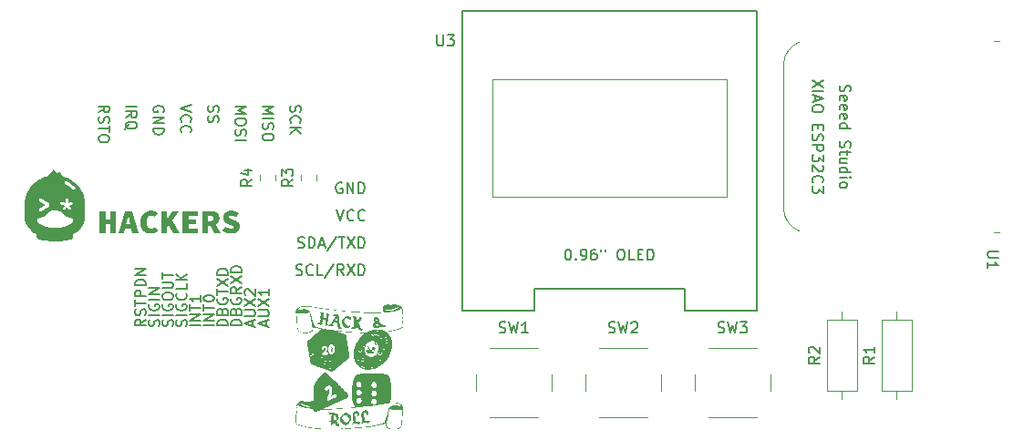
<source format=gbr>
%TF.GenerationSoftware,KiCad,Pcbnew,9.0.6*%
%TF.CreationDate,2025-12-26T01:47:03+08:00*%
%TF.ProjectId,hnr26-controller,686e7232-362d-4636-9f6e-74726f6c6c65,v0.0.6*%
%TF.SameCoordinates,Original*%
%TF.FileFunction,Legend,Top*%
%TF.FilePolarity,Positive*%
%FSLAX46Y46*%
G04 Gerber Fmt 4.6, Leading zero omitted, Abs format (unit mm)*
G04 Created by KiCad (PCBNEW 9.0.6) date 2025-12-26 01:47:03*
%MOMM*%
%LPD*%
G01*
G04 APERTURE LIST*
%ADD10C,0.150000*%
%ADD11C,0.120000*%
%ADD12C,0.000000*%
%ADD13C,0.100000*%
G04 APERTURE END LIST*
D10*
X81734819Y8723334D02*
X81258628Y8390001D01*
X81734819Y8151906D02*
X80734819Y8151906D01*
X80734819Y8151906D02*
X80734819Y8532858D01*
X80734819Y8532858D02*
X80782438Y8628096D01*
X80782438Y8628096D02*
X80830057Y8675715D01*
X80830057Y8675715D02*
X80925295Y8723334D01*
X80925295Y8723334D02*
X81068152Y8723334D01*
X81068152Y8723334D02*
X81163390Y8675715D01*
X81163390Y8675715D02*
X81211009Y8628096D01*
X81211009Y8628096D02*
X81258628Y8532858D01*
X81258628Y8532858D02*
X81258628Y8151906D01*
X81734819Y9675715D02*
X81734819Y9104287D01*
X81734819Y9390001D02*
X80734819Y9390001D01*
X80734819Y9390001D02*
X80877676Y9294763D01*
X80877676Y9294763D02*
X80972914Y9199525D01*
X80972914Y9199525D02*
X81020533Y9104287D01*
X57086667Y11022800D02*
X57229524Y10975181D01*
X57229524Y10975181D02*
X57467619Y10975181D01*
X57467619Y10975181D02*
X57562857Y11022800D01*
X57562857Y11022800D02*
X57610476Y11070420D01*
X57610476Y11070420D02*
X57658095Y11165658D01*
X57658095Y11165658D02*
X57658095Y11260896D01*
X57658095Y11260896D02*
X57610476Y11356134D01*
X57610476Y11356134D02*
X57562857Y11403753D01*
X57562857Y11403753D02*
X57467619Y11451372D01*
X57467619Y11451372D02*
X57277143Y11498991D01*
X57277143Y11498991D02*
X57181905Y11546610D01*
X57181905Y11546610D02*
X57134286Y11594229D01*
X57134286Y11594229D02*
X57086667Y11689467D01*
X57086667Y11689467D02*
X57086667Y11784705D01*
X57086667Y11784705D02*
X57134286Y11879943D01*
X57134286Y11879943D02*
X57181905Y11927562D01*
X57181905Y11927562D02*
X57277143Y11975181D01*
X57277143Y11975181D02*
X57515238Y11975181D01*
X57515238Y11975181D02*
X57658095Y11927562D01*
X57991429Y11975181D02*
X58229524Y10975181D01*
X58229524Y10975181D02*
X58420000Y11689467D01*
X58420000Y11689467D02*
X58610476Y10975181D01*
X58610476Y10975181D02*
X58848572Y11975181D01*
X59181905Y11879943D02*
X59229524Y11927562D01*
X59229524Y11927562D02*
X59324762Y11975181D01*
X59324762Y11975181D02*
X59562857Y11975181D01*
X59562857Y11975181D02*
X59658095Y11927562D01*
X59658095Y11927562D02*
X59705714Y11879943D01*
X59705714Y11879943D02*
X59753333Y11784705D01*
X59753333Y11784705D02*
X59753333Y11689467D01*
X59753333Y11689467D02*
X59705714Y11546610D01*
X59705714Y11546610D02*
X59134286Y10975181D01*
X59134286Y10975181D02*
X59753333Y10975181D01*
X93255180Y18541905D02*
X92445657Y18541905D01*
X92445657Y18541905D02*
X92350419Y18494286D01*
X92350419Y18494286D02*
X92302800Y18446667D01*
X92302800Y18446667D02*
X92255180Y18351429D01*
X92255180Y18351429D02*
X92255180Y18160953D01*
X92255180Y18160953D02*
X92302800Y18065715D01*
X92302800Y18065715D02*
X92350419Y18018096D01*
X92350419Y18018096D02*
X92445657Y17970477D01*
X92445657Y17970477D02*
X93255180Y17970477D01*
X92255180Y16970477D02*
X92255180Y17541905D01*
X92255180Y17256191D02*
X93255180Y17256191D01*
X93255180Y17256191D02*
X93112323Y17351429D01*
X93112323Y17351429D02*
X93017085Y17446667D01*
X93017085Y17446667D02*
X92969466Y17541905D01*
X76990180Y34471905D02*
X75990180Y33805239D01*
X76990180Y33805239D02*
X75990180Y34471905D01*
X75990180Y33424286D02*
X76990180Y33424286D01*
X76275895Y32995715D02*
X76275895Y32519525D01*
X75990180Y33090953D02*
X76990180Y32757620D01*
X76990180Y32757620D02*
X75990180Y32424287D01*
X76990180Y31900477D02*
X76990180Y31710001D01*
X76990180Y31710001D02*
X76942561Y31614763D01*
X76942561Y31614763D02*
X76847323Y31519525D01*
X76847323Y31519525D02*
X76656847Y31471906D01*
X76656847Y31471906D02*
X76323514Y31471906D01*
X76323514Y31471906D02*
X76133038Y31519525D01*
X76133038Y31519525D02*
X76037800Y31614763D01*
X76037800Y31614763D02*
X75990180Y31710001D01*
X75990180Y31710001D02*
X75990180Y31900477D01*
X75990180Y31900477D02*
X76037800Y31995715D01*
X76037800Y31995715D02*
X76133038Y32090953D01*
X76133038Y32090953D02*
X76323514Y32138572D01*
X76323514Y32138572D02*
X76656847Y32138572D01*
X76656847Y32138572D02*
X76847323Y32090953D01*
X76847323Y32090953D02*
X76942561Y31995715D01*
X76942561Y31995715D02*
X76990180Y31900477D01*
X76513990Y30281429D02*
X76513990Y29948096D01*
X75990180Y29805239D02*
X75990180Y30281429D01*
X75990180Y30281429D02*
X76990180Y30281429D01*
X76990180Y30281429D02*
X76990180Y29805239D01*
X76037800Y29424286D02*
X75990180Y29281429D01*
X75990180Y29281429D02*
X75990180Y29043334D01*
X75990180Y29043334D02*
X76037800Y28948096D01*
X76037800Y28948096D02*
X76085419Y28900477D01*
X76085419Y28900477D02*
X76180657Y28852858D01*
X76180657Y28852858D02*
X76275895Y28852858D01*
X76275895Y28852858D02*
X76371133Y28900477D01*
X76371133Y28900477D02*
X76418752Y28948096D01*
X76418752Y28948096D02*
X76466371Y29043334D01*
X76466371Y29043334D02*
X76513990Y29233810D01*
X76513990Y29233810D02*
X76561609Y29329048D01*
X76561609Y29329048D02*
X76609228Y29376667D01*
X76609228Y29376667D02*
X76704466Y29424286D01*
X76704466Y29424286D02*
X76799704Y29424286D01*
X76799704Y29424286D02*
X76894942Y29376667D01*
X76894942Y29376667D02*
X76942561Y29329048D01*
X76942561Y29329048D02*
X76990180Y29233810D01*
X76990180Y29233810D02*
X76990180Y28995715D01*
X76990180Y28995715D02*
X76942561Y28852858D01*
X75990180Y28424286D02*
X76990180Y28424286D01*
X76990180Y28424286D02*
X76990180Y28043334D01*
X76990180Y28043334D02*
X76942561Y27948096D01*
X76942561Y27948096D02*
X76894942Y27900477D01*
X76894942Y27900477D02*
X76799704Y27852858D01*
X76799704Y27852858D02*
X76656847Y27852858D01*
X76656847Y27852858D02*
X76561609Y27900477D01*
X76561609Y27900477D02*
X76513990Y27948096D01*
X76513990Y27948096D02*
X76466371Y28043334D01*
X76466371Y28043334D02*
X76466371Y28424286D01*
X76990180Y27519524D02*
X76990180Y26900477D01*
X76990180Y26900477D02*
X76609228Y27233810D01*
X76609228Y27233810D02*
X76609228Y27090953D01*
X76609228Y27090953D02*
X76561609Y26995715D01*
X76561609Y26995715D02*
X76513990Y26948096D01*
X76513990Y26948096D02*
X76418752Y26900477D01*
X76418752Y26900477D02*
X76180657Y26900477D01*
X76180657Y26900477D02*
X76085419Y26948096D01*
X76085419Y26948096D02*
X76037800Y26995715D01*
X76037800Y26995715D02*
X75990180Y27090953D01*
X75990180Y27090953D02*
X75990180Y27376667D01*
X75990180Y27376667D02*
X76037800Y27471905D01*
X76037800Y27471905D02*
X76085419Y27519524D01*
X76894942Y26519524D02*
X76942561Y26471905D01*
X76942561Y26471905D02*
X76990180Y26376667D01*
X76990180Y26376667D02*
X76990180Y26138572D01*
X76990180Y26138572D02*
X76942561Y26043334D01*
X76942561Y26043334D02*
X76894942Y25995715D01*
X76894942Y25995715D02*
X76799704Y25948096D01*
X76799704Y25948096D02*
X76704466Y25948096D01*
X76704466Y25948096D02*
X76561609Y25995715D01*
X76561609Y25995715D02*
X75990180Y26567143D01*
X75990180Y26567143D02*
X75990180Y25948096D01*
X76085419Y24948096D02*
X76037800Y24995715D01*
X76037800Y24995715D02*
X75990180Y25138572D01*
X75990180Y25138572D02*
X75990180Y25233810D01*
X75990180Y25233810D02*
X76037800Y25376667D01*
X76037800Y25376667D02*
X76133038Y25471905D01*
X76133038Y25471905D02*
X76228276Y25519524D01*
X76228276Y25519524D02*
X76418752Y25567143D01*
X76418752Y25567143D02*
X76561609Y25567143D01*
X76561609Y25567143D02*
X76752085Y25519524D01*
X76752085Y25519524D02*
X76847323Y25471905D01*
X76847323Y25471905D02*
X76942561Y25376667D01*
X76942561Y25376667D02*
X76990180Y25233810D01*
X76990180Y25233810D02*
X76990180Y25138572D01*
X76990180Y25138572D02*
X76942561Y24995715D01*
X76942561Y24995715D02*
X76894942Y24948096D01*
X76990180Y24614762D02*
X76990180Y23995715D01*
X76990180Y23995715D02*
X76609228Y24329048D01*
X76609228Y24329048D02*
X76609228Y24186191D01*
X76609228Y24186191D02*
X76561609Y24090953D01*
X76561609Y24090953D02*
X76513990Y24043334D01*
X76513990Y24043334D02*
X76418752Y23995715D01*
X76418752Y23995715D02*
X76180657Y23995715D01*
X76180657Y23995715D02*
X76085419Y24043334D01*
X76085419Y24043334D02*
X76037800Y24090953D01*
X76037800Y24090953D02*
X75990180Y24186191D01*
X75990180Y24186191D02*
X75990180Y24471905D01*
X75990180Y24471905D02*
X76037800Y24567143D01*
X76037800Y24567143D02*
X76085419Y24614762D01*
X78577800Y33971905D02*
X78530180Y33829048D01*
X78530180Y33829048D02*
X78530180Y33590953D01*
X78530180Y33590953D02*
X78577800Y33495715D01*
X78577800Y33495715D02*
X78625419Y33448096D01*
X78625419Y33448096D02*
X78720657Y33400477D01*
X78720657Y33400477D02*
X78815895Y33400477D01*
X78815895Y33400477D02*
X78911133Y33448096D01*
X78911133Y33448096D02*
X78958752Y33495715D01*
X78958752Y33495715D02*
X79006371Y33590953D01*
X79006371Y33590953D02*
X79053990Y33781429D01*
X79053990Y33781429D02*
X79101609Y33876667D01*
X79101609Y33876667D02*
X79149228Y33924286D01*
X79149228Y33924286D02*
X79244466Y33971905D01*
X79244466Y33971905D02*
X79339704Y33971905D01*
X79339704Y33971905D02*
X79434942Y33924286D01*
X79434942Y33924286D02*
X79482561Y33876667D01*
X79482561Y33876667D02*
X79530180Y33781429D01*
X79530180Y33781429D02*
X79530180Y33543334D01*
X79530180Y33543334D02*
X79482561Y33400477D01*
X78577800Y32590953D02*
X78530180Y32686191D01*
X78530180Y32686191D02*
X78530180Y32876667D01*
X78530180Y32876667D02*
X78577800Y32971905D01*
X78577800Y32971905D02*
X78673038Y33019524D01*
X78673038Y33019524D02*
X79053990Y33019524D01*
X79053990Y33019524D02*
X79149228Y32971905D01*
X79149228Y32971905D02*
X79196847Y32876667D01*
X79196847Y32876667D02*
X79196847Y32686191D01*
X79196847Y32686191D02*
X79149228Y32590953D01*
X79149228Y32590953D02*
X79053990Y32543334D01*
X79053990Y32543334D02*
X78958752Y32543334D01*
X78958752Y32543334D02*
X78863514Y33019524D01*
X78577800Y31733810D02*
X78530180Y31829048D01*
X78530180Y31829048D02*
X78530180Y32019524D01*
X78530180Y32019524D02*
X78577800Y32114762D01*
X78577800Y32114762D02*
X78673038Y32162381D01*
X78673038Y32162381D02*
X79053990Y32162381D01*
X79053990Y32162381D02*
X79149228Y32114762D01*
X79149228Y32114762D02*
X79196847Y32019524D01*
X79196847Y32019524D02*
X79196847Y31829048D01*
X79196847Y31829048D02*
X79149228Y31733810D01*
X79149228Y31733810D02*
X79053990Y31686191D01*
X79053990Y31686191D02*
X78958752Y31686191D01*
X78958752Y31686191D02*
X78863514Y32162381D01*
X78577800Y30876667D02*
X78530180Y30971905D01*
X78530180Y30971905D02*
X78530180Y31162381D01*
X78530180Y31162381D02*
X78577800Y31257619D01*
X78577800Y31257619D02*
X78673038Y31305238D01*
X78673038Y31305238D02*
X79053990Y31305238D01*
X79053990Y31305238D02*
X79149228Y31257619D01*
X79149228Y31257619D02*
X79196847Y31162381D01*
X79196847Y31162381D02*
X79196847Y30971905D01*
X79196847Y30971905D02*
X79149228Y30876667D01*
X79149228Y30876667D02*
X79053990Y30829048D01*
X79053990Y30829048D02*
X78958752Y30829048D01*
X78958752Y30829048D02*
X78863514Y31305238D01*
X78530180Y29971905D02*
X79530180Y29971905D01*
X78577800Y29971905D02*
X78530180Y30067143D01*
X78530180Y30067143D02*
X78530180Y30257619D01*
X78530180Y30257619D02*
X78577800Y30352857D01*
X78577800Y30352857D02*
X78625419Y30400476D01*
X78625419Y30400476D02*
X78720657Y30448095D01*
X78720657Y30448095D02*
X79006371Y30448095D01*
X79006371Y30448095D02*
X79101609Y30400476D01*
X79101609Y30400476D02*
X79149228Y30352857D01*
X79149228Y30352857D02*
X79196847Y30257619D01*
X79196847Y30257619D02*
X79196847Y30067143D01*
X79196847Y30067143D02*
X79149228Y29971905D01*
X78577800Y28781428D02*
X78530180Y28638571D01*
X78530180Y28638571D02*
X78530180Y28400476D01*
X78530180Y28400476D02*
X78577800Y28305238D01*
X78577800Y28305238D02*
X78625419Y28257619D01*
X78625419Y28257619D02*
X78720657Y28210000D01*
X78720657Y28210000D02*
X78815895Y28210000D01*
X78815895Y28210000D02*
X78911133Y28257619D01*
X78911133Y28257619D02*
X78958752Y28305238D01*
X78958752Y28305238D02*
X79006371Y28400476D01*
X79006371Y28400476D02*
X79053990Y28590952D01*
X79053990Y28590952D02*
X79101609Y28686190D01*
X79101609Y28686190D02*
X79149228Y28733809D01*
X79149228Y28733809D02*
X79244466Y28781428D01*
X79244466Y28781428D02*
X79339704Y28781428D01*
X79339704Y28781428D02*
X79434942Y28733809D01*
X79434942Y28733809D02*
X79482561Y28686190D01*
X79482561Y28686190D02*
X79530180Y28590952D01*
X79530180Y28590952D02*
X79530180Y28352857D01*
X79530180Y28352857D02*
X79482561Y28210000D01*
X79196847Y27924285D02*
X79196847Y27543333D01*
X79530180Y27781428D02*
X78673038Y27781428D01*
X78673038Y27781428D02*
X78577800Y27733809D01*
X78577800Y27733809D02*
X78530180Y27638571D01*
X78530180Y27638571D02*
X78530180Y27543333D01*
X79196847Y26781428D02*
X78530180Y26781428D01*
X79196847Y27209999D02*
X78673038Y27209999D01*
X78673038Y27209999D02*
X78577800Y27162380D01*
X78577800Y27162380D02*
X78530180Y27067142D01*
X78530180Y27067142D02*
X78530180Y26924285D01*
X78530180Y26924285D02*
X78577800Y26829047D01*
X78577800Y26829047D02*
X78625419Y26781428D01*
X78530180Y25876666D02*
X79530180Y25876666D01*
X78577800Y25876666D02*
X78530180Y25971904D01*
X78530180Y25971904D02*
X78530180Y26162380D01*
X78530180Y26162380D02*
X78577800Y26257618D01*
X78577800Y26257618D02*
X78625419Y26305237D01*
X78625419Y26305237D02*
X78720657Y26352856D01*
X78720657Y26352856D02*
X79006371Y26352856D01*
X79006371Y26352856D02*
X79101609Y26305237D01*
X79101609Y26305237D02*
X79149228Y26257618D01*
X79149228Y26257618D02*
X79196847Y26162380D01*
X79196847Y26162380D02*
X79196847Y25971904D01*
X79196847Y25971904D02*
X79149228Y25876666D01*
X78530180Y25400475D02*
X79196847Y25400475D01*
X79530180Y25400475D02*
X79482561Y25448094D01*
X79482561Y25448094D02*
X79434942Y25400475D01*
X79434942Y25400475D02*
X79482561Y25352856D01*
X79482561Y25352856D02*
X79530180Y25400475D01*
X79530180Y25400475D02*
X79434942Y25400475D01*
X78530180Y24781428D02*
X78577800Y24876666D01*
X78577800Y24876666D02*
X78625419Y24924285D01*
X78625419Y24924285D02*
X78720657Y24971904D01*
X78720657Y24971904D02*
X79006371Y24971904D01*
X79006371Y24971904D02*
X79101609Y24924285D01*
X79101609Y24924285D02*
X79149228Y24876666D01*
X79149228Y24876666D02*
X79196847Y24781428D01*
X79196847Y24781428D02*
X79196847Y24638571D01*
X79196847Y24638571D02*
X79149228Y24543333D01*
X79149228Y24543333D02*
X79101609Y24495714D01*
X79101609Y24495714D02*
X79006371Y24448095D01*
X79006371Y24448095D02*
X78720657Y24448095D01*
X78720657Y24448095D02*
X78625419Y24495714D01*
X78625419Y24495714D02*
X78577800Y24543333D01*
X78577800Y24543333D02*
X78530180Y24638571D01*
X78530180Y24638571D02*
X78530180Y24781428D01*
X76654819Y8723334D02*
X76178628Y8390001D01*
X76654819Y8151906D02*
X75654819Y8151906D01*
X75654819Y8151906D02*
X75654819Y8532858D01*
X75654819Y8532858D02*
X75702438Y8628096D01*
X75702438Y8628096D02*
X75750057Y8675715D01*
X75750057Y8675715D02*
X75845295Y8723334D01*
X75845295Y8723334D02*
X75988152Y8723334D01*
X75988152Y8723334D02*
X76083390Y8675715D01*
X76083390Y8675715D02*
X76131009Y8628096D01*
X76131009Y8628096D02*
X76178628Y8532858D01*
X76178628Y8532858D02*
X76178628Y8151906D01*
X75750057Y9104287D02*
X75702438Y9151906D01*
X75702438Y9151906D02*
X75654819Y9247144D01*
X75654819Y9247144D02*
X75654819Y9485239D01*
X75654819Y9485239D02*
X75702438Y9580477D01*
X75702438Y9580477D02*
X75750057Y9628096D01*
X75750057Y9628096D02*
X75845295Y9675715D01*
X75845295Y9675715D02*
X75940533Y9675715D01*
X75940533Y9675715D02*
X76083390Y9628096D01*
X76083390Y9628096D02*
X76654819Y9056668D01*
X76654819Y9056668D02*
X76654819Y9675715D01*
X67246667Y11022800D02*
X67389524Y10975181D01*
X67389524Y10975181D02*
X67627619Y10975181D01*
X67627619Y10975181D02*
X67722857Y11022800D01*
X67722857Y11022800D02*
X67770476Y11070420D01*
X67770476Y11070420D02*
X67818095Y11165658D01*
X67818095Y11165658D02*
X67818095Y11260896D01*
X67818095Y11260896D02*
X67770476Y11356134D01*
X67770476Y11356134D02*
X67722857Y11403753D01*
X67722857Y11403753D02*
X67627619Y11451372D01*
X67627619Y11451372D02*
X67437143Y11498991D01*
X67437143Y11498991D02*
X67341905Y11546610D01*
X67341905Y11546610D02*
X67294286Y11594229D01*
X67294286Y11594229D02*
X67246667Y11689467D01*
X67246667Y11689467D02*
X67246667Y11784705D01*
X67246667Y11784705D02*
X67294286Y11879943D01*
X67294286Y11879943D02*
X67341905Y11927562D01*
X67341905Y11927562D02*
X67437143Y11975181D01*
X67437143Y11975181D02*
X67675238Y11975181D01*
X67675238Y11975181D02*
X67818095Y11927562D01*
X68151429Y11975181D02*
X68389524Y10975181D01*
X68389524Y10975181D02*
X68580000Y11689467D01*
X68580000Y11689467D02*
X68770476Y10975181D01*
X68770476Y10975181D02*
X69008572Y11975181D01*
X69294286Y11975181D02*
X69913333Y11975181D01*
X69913333Y11975181D02*
X69580000Y11594229D01*
X69580000Y11594229D02*
X69722857Y11594229D01*
X69722857Y11594229D02*
X69818095Y11546610D01*
X69818095Y11546610D02*
X69865714Y11498991D01*
X69865714Y11498991D02*
X69913333Y11403753D01*
X69913333Y11403753D02*
X69913333Y11165658D01*
X69913333Y11165658D02*
X69865714Y11070420D01*
X69865714Y11070420D02*
X69818095Y11022800D01*
X69818095Y11022800D02*
X69722857Y10975181D01*
X69722857Y10975181D02*
X69437143Y10975181D01*
X69437143Y10975181D02*
X69341905Y11022800D01*
X69341905Y11022800D02*
X69294286Y11070420D01*
X41148095Y38645181D02*
X41148095Y37835658D01*
X41148095Y37835658D02*
X41195714Y37740420D01*
X41195714Y37740420D02*
X41243333Y37692800D01*
X41243333Y37692800D02*
X41338571Y37645181D01*
X41338571Y37645181D02*
X41529047Y37645181D01*
X41529047Y37645181D02*
X41624285Y37692800D01*
X41624285Y37692800D02*
X41671904Y37740420D01*
X41671904Y37740420D02*
X41719523Y37835658D01*
X41719523Y37835658D02*
X41719523Y38645181D01*
X42100476Y38645181D02*
X42719523Y38645181D01*
X42719523Y38645181D02*
X42386190Y38264229D01*
X42386190Y38264229D02*
X42529047Y38264229D01*
X42529047Y38264229D02*
X42624285Y38216610D01*
X42624285Y38216610D02*
X42671904Y38168991D01*
X42671904Y38168991D02*
X42719523Y38073753D01*
X42719523Y38073753D02*
X42719523Y37835658D01*
X42719523Y37835658D02*
X42671904Y37740420D01*
X42671904Y37740420D02*
X42624285Y37692800D01*
X42624285Y37692800D02*
X42529047Y37645181D01*
X42529047Y37645181D02*
X42243333Y37645181D01*
X42243333Y37645181D02*
X42148095Y37692800D01*
X42148095Y37692800D02*
X42100476Y37740420D01*
X53269047Y18740181D02*
X53364285Y18740181D01*
X53364285Y18740181D02*
X53459523Y18692562D01*
X53459523Y18692562D02*
X53507142Y18644943D01*
X53507142Y18644943D02*
X53554761Y18549705D01*
X53554761Y18549705D02*
X53602380Y18359229D01*
X53602380Y18359229D02*
X53602380Y18121134D01*
X53602380Y18121134D02*
X53554761Y17930658D01*
X53554761Y17930658D02*
X53507142Y17835420D01*
X53507142Y17835420D02*
X53459523Y17787800D01*
X53459523Y17787800D02*
X53364285Y17740181D01*
X53364285Y17740181D02*
X53269047Y17740181D01*
X53269047Y17740181D02*
X53173809Y17787800D01*
X53173809Y17787800D02*
X53126190Y17835420D01*
X53126190Y17835420D02*
X53078571Y17930658D01*
X53078571Y17930658D02*
X53030952Y18121134D01*
X53030952Y18121134D02*
X53030952Y18359229D01*
X53030952Y18359229D02*
X53078571Y18549705D01*
X53078571Y18549705D02*
X53126190Y18644943D01*
X53126190Y18644943D02*
X53173809Y18692562D01*
X53173809Y18692562D02*
X53269047Y18740181D01*
X54030952Y17835420D02*
X54078571Y17787800D01*
X54078571Y17787800D02*
X54030952Y17740181D01*
X54030952Y17740181D02*
X53983333Y17787800D01*
X53983333Y17787800D02*
X54030952Y17835420D01*
X54030952Y17835420D02*
X54030952Y17740181D01*
X54554761Y17740181D02*
X54745237Y17740181D01*
X54745237Y17740181D02*
X54840475Y17787800D01*
X54840475Y17787800D02*
X54888094Y17835420D01*
X54888094Y17835420D02*
X54983332Y17978277D01*
X54983332Y17978277D02*
X55030951Y18168753D01*
X55030951Y18168753D02*
X55030951Y18549705D01*
X55030951Y18549705D02*
X54983332Y18644943D01*
X54983332Y18644943D02*
X54935713Y18692562D01*
X54935713Y18692562D02*
X54840475Y18740181D01*
X54840475Y18740181D02*
X54649999Y18740181D01*
X54649999Y18740181D02*
X54554761Y18692562D01*
X54554761Y18692562D02*
X54507142Y18644943D01*
X54507142Y18644943D02*
X54459523Y18549705D01*
X54459523Y18549705D02*
X54459523Y18311610D01*
X54459523Y18311610D02*
X54507142Y18216372D01*
X54507142Y18216372D02*
X54554761Y18168753D01*
X54554761Y18168753D02*
X54649999Y18121134D01*
X54649999Y18121134D02*
X54840475Y18121134D01*
X54840475Y18121134D02*
X54935713Y18168753D01*
X54935713Y18168753D02*
X54983332Y18216372D01*
X54983332Y18216372D02*
X55030951Y18311610D01*
X55888094Y18740181D02*
X55697618Y18740181D01*
X55697618Y18740181D02*
X55602380Y18692562D01*
X55602380Y18692562D02*
X55554761Y18644943D01*
X55554761Y18644943D02*
X55459523Y18502086D01*
X55459523Y18502086D02*
X55411904Y18311610D01*
X55411904Y18311610D02*
X55411904Y17930658D01*
X55411904Y17930658D02*
X55459523Y17835420D01*
X55459523Y17835420D02*
X55507142Y17787800D01*
X55507142Y17787800D02*
X55602380Y17740181D01*
X55602380Y17740181D02*
X55792856Y17740181D01*
X55792856Y17740181D02*
X55888094Y17787800D01*
X55888094Y17787800D02*
X55935713Y17835420D01*
X55935713Y17835420D02*
X55983332Y17930658D01*
X55983332Y17930658D02*
X55983332Y18168753D01*
X55983332Y18168753D02*
X55935713Y18263991D01*
X55935713Y18263991D02*
X55888094Y18311610D01*
X55888094Y18311610D02*
X55792856Y18359229D01*
X55792856Y18359229D02*
X55602380Y18359229D01*
X55602380Y18359229D02*
X55507142Y18311610D01*
X55507142Y18311610D02*
X55459523Y18263991D01*
X55459523Y18263991D02*
X55411904Y18168753D01*
X56364285Y18740181D02*
X56364285Y18549705D01*
X56745237Y18740181D02*
X56745237Y18549705D01*
X58126190Y18740181D02*
X58316666Y18740181D01*
X58316666Y18740181D02*
X58411904Y18692562D01*
X58411904Y18692562D02*
X58507142Y18597324D01*
X58507142Y18597324D02*
X58554761Y18406848D01*
X58554761Y18406848D02*
X58554761Y18073515D01*
X58554761Y18073515D02*
X58507142Y17883039D01*
X58507142Y17883039D02*
X58411904Y17787800D01*
X58411904Y17787800D02*
X58316666Y17740181D01*
X58316666Y17740181D02*
X58126190Y17740181D01*
X58126190Y17740181D02*
X58030952Y17787800D01*
X58030952Y17787800D02*
X57935714Y17883039D01*
X57935714Y17883039D02*
X57888095Y18073515D01*
X57888095Y18073515D02*
X57888095Y18406848D01*
X57888095Y18406848D02*
X57935714Y18597324D01*
X57935714Y18597324D02*
X58030952Y18692562D01*
X58030952Y18692562D02*
X58126190Y18740181D01*
X59459523Y17740181D02*
X58983333Y17740181D01*
X58983333Y17740181D02*
X58983333Y18740181D01*
X59792857Y18263991D02*
X60126190Y18263991D01*
X60269047Y17740181D02*
X59792857Y17740181D01*
X59792857Y17740181D02*
X59792857Y18740181D01*
X59792857Y18740181D02*
X60269047Y18740181D01*
X60697619Y17740181D02*
X60697619Y18740181D01*
X60697619Y18740181D02*
X60935714Y18740181D01*
X60935714Y18740181D02*
X61078571Y18692562D01*
X61078571Y18692562D02*
X61173809Y18597324D01*
X61173809Y18597324D02*
X61221428Y18502086D01*
X61221428Y18502086D02*
X61269047Y18311610D01*
X61269047Y18311610D02*
X61269047Y18168753D01*
X61269047Y18168753D02*
X61221428Y17978277D01*
X61221428Y17978277D02*
X61173809Y17883039D01*
X61173809Y17883039D02*
X61078571Y17787800D01*
X61078571Y17787800D02*
X60935714Y17740181D01*
X60935714Y17740181D02*
X60697619Y17740181D01*
X27759819Y25233334D02*
X27283628Y24900001D01*
X27759819Y24661906D02*
X26759819Y24661906D01*
X26759819Y24661906D02*
X26759819Y25042858D01*
X26759819Y25042858D02*
X26807438Y25138096D01*
X26807438Y25138096D02*
X26855057Y25185715D01*
X26855057Y25185715D02*
X26950295Y25233334D01*
X26950295Y25233334D02*
X27093152Y25233334D01*
X27093152Y25233334D02*
X27188390Y25185715D01*
X27188390Y25185715D02*
X27236009Y25138096D01*
X27236009Y25138096D02*
X27283628Y25042858D01*
X27283628Y25042858D02*
X27283628Y24661906D01*
X26759819Y25566668D02*
X26759819Y26185715D01*
X26759819Y26185715D02*
X27140771Y25852382D01*
X27140771Y25852382D02*
X27140771Y25995239D01*
X27140771Y25995239D02*
X27188390Y26090477D01*
X27188390Y26090477D02*
X27236009Y26138096D01*
X27236009Y26138096D02*
X27331247Y26185715D01*
X27331247Y26185715D02*
X27569342Y26185715D01*
X27569342Y26185715D02*
X27664580Y26138096D01*
X27664580Y26138096D02*
X27712200Y26090477D01*
X27712200Y26090477D02*
X27759819Y25995239D01*
X27759819Y25995239D02*
X27759819Y25709525D01*
X27759819Y25709525D02*
X27712200Y25614287D01*
X27712200Y25614287D02*
X27664580Y25566668D01*
X46926667Y11022800D02*
X47069524Y10975181D01*
X47069524Y10975181D02*
X47307619Y10975181D01*
X47307619Y10975181D02*
X47402857Y11022800D01*
X47402857Y11022800D02*
X47450476Y11070420D01*
X47450476Y11070420D02*
X47498095Y11165658D01*
X47498095Y11165658D02*
X47498095Y11260896D01*
X47498095Y11260896D02*
X47450476Y11356134D01*
X47450476Y11356134D02*
X47402857Y11403753D01*
X47402857Y11403753D02*
X47307619Y11451372D01*
X47307619Y11451372D02*
X47117143Y11498991D01*
X47117143Y11498991D02*
X47021905Y11546610D01*
X47021905Y11546610D02*
X46974286Y11594229D01*
X46974286Y11594229D02*
X46926667Y11689467D01*
X46926667Y11689467D02*
X46926667Y11784705D01*
X46926667Y11784705D02*
X46974286Y11879943D01*
X46974286Y11879943D02*
X47021905Y11927562D01*
X47021905Y11927562D02*
X47117143Y11975181D01*
X47117143Y11975181D02*
X47355238Y11975181D01*
X47355238Y11975181D02*
X47498095Y11927562D01*
X47831429Y11975181D02*
X48069524Y10975181D01*
X48069524Y10975181D02*
X48260000Y11689467D01*
X48260000Y11689467D02*
X48450476Y10975181D01*
X48450476Y10975181D02*
X48688572Y11975181D01*
X49593333Y10975181D02*
X49021905Y10975181D01*
X49307619Y10975181D02*
X49307619Y11975181D01*
X49307619Y11975181D02*
X49212381Y11832324D01*
X49212381Y11832324D02*
X49117143Y11737086D01*
X49117143Y11737086D02*
X49021905Y11689467D01*
X23949819Y25233334D02*
X23473628Y24900001D01*
X23949819Y24661906D02*
X22949819Y24661906D01*
X22949819Y24661906D02*
X22949819Y25042858D01*
X22949819Y25042858D02*
X22997438Y25138096D01*
X22997438Y25138096D02*
X23045057Y25185715D01*
X23045057Y25185715D02*
X23140295Y25233334D01*
X23140295Y25233334D02*
X23283152Y25233334D01*
X23283152Y25233334D02*
X23378390Y25185715D01*
X23378390Y25185715D02*
X23426009Y25138096D01*
X23426009Y25138096D02*
X23473628Y25042858D01*
X23473628Y25042858D02*
X23473628Y24661906D01*
X23283152Y26090477D02*
X23949819Y26090477D01*
X22902200Y25852382D02*
X23616485Y25614287D01*
X23616485Y25614287D02*
X23616485Y26233334D01*
X23004819Y11646780D02*
X22004819Y11646780D01*
X22004819Y11646780D02*
X22004819Y11884875D01*
X22004819Y11884875D02*
X22052438Y12027732D01*
X22052438Y12027732D02*
X22147676Y12122970D01*
X22147676Y12122970D02*
X22242914Y12170589D01*
X22242914Y12170589D02*
X22433390Y12218208D01*
X22433390Y12218208D02*
X22576247Y12218208D01*
X22576247Y12218208D02*
X22766723Y12170589D01*
X22766723Y12170589D02*
X22861961Y12122970D01*
X22861961Y12122970D02*
X22957200Y12027732D01*
X22957200Y12027732D02*
X23004819Y11884875D01*
X23004819Y11884875D02*
X23004819Y11646780D01*
X22481009Y12980113D02*
X22528628Y13122970D01*
X22528628Y13122970D02*
X22576247Y13170589D01*
X22576247Y13170589D02*
X22671485Y13218208D01*
X22671485Y13218208D02*
X22814342Y13218208D01*
X22814342Y13218208D02*
X22909580Y13170589D01*
X22909580Y13170589D02*
X22957200Y13122970D01*
X22957200Y13122970D02*
X23004819Y13027732D01*
X23004819Y13027732D02*
X23004819Y12646780D01*
X23004819Y12646780D02*
X22004819Y12646780D01*
X22004819Y12646780D02*
X22004819Y12980113D01*
X22004819Y12980113D02*
X22052438Y13075351D01*
X22052438Y13075351D02*
X22100057Y13122970D01*
X22100057Y13122970D02*
X22195295Y13170589D01*
X22195295Y13170589D02*
X22290533Y13170589D01*
X22290533Y13170589D02*
X22385771Y13122970D01*
X22385771Y13122970D02*
X22433390Y13075351D01*
X22433390Y13075351D02*
X22481009Y12980113D01*
X22481009Y12980113D02*
X22481009Y12646780D01*
X22052438Y14170589D02*
X22004819Y14075351D01*
X22004819Y14075351D02*
X22004819Y13932494D01*
X22004819Y13932494D02*
X22052438Y13789637D01*
X22052438Y13789637D02*
X22147676Y13694399D01*
X22147676Y13694399D02*
X22242914Y13646780D01*
X22242914Y13646780D02*
X22433390Y13599161D01*
X22433390Y13599161D02*
X22576247Y13599161D01*
X22576247Y13599161D02*
X22766723Y13646780D01*
X22766723Y13646780D02*
X22861961Y13694399D01*
X22861961Y13694399D02*
X22957200Y13789637D01*
X22957200Y13789637D02*
X23004819Y13932494D01*
X23004819Y13932494D02*
X23004819Y14027732D01*
X23004819Y14027732D02*
X22957200Y14170589D01*
X22957200Y14170589D02*
X22909580Y14218208D01*
X22909580Y14218208D02*
X22576247Y14218208D01*
X22576247Y14218208D02*
X22576247Y14027732D01*
X23004819Y15218208D02*
X22528628Y14884875D01*
X23004819Y14646780D02*
X22004819Y14646780D01*
X22004819Y14646780D02*
X22004819Y15027732D01*
X22004819Y15027732D02*
X22052438Y15122970D01*
X22052438Y15122970D02*
X22100057Y15170589D01*
X22100057Y15170589D02*
X22195295Y15218208D01*
X22195295Y15218208D02*
X22338152Y15218208D01*
X22338152Y15218208D02*
X22433390Y15170589D01*
X22433390Y15170589D02*
X22481009Y15122970D01*
X22481009Y15122970D02*
X22528628Y15027732D01*
X22528628Y15027732D02*
X22528628Y14646780D01*
X22004819Y15551542D02*
X23004819Y16218208D01*
X22004819Y16218208D02*
X23004819Y15551542D01*
X23004819Y16599161D02*
X22004819Y16599161D01*
X22004819Y16599161D02*
X22004819Y16837256D01*
X22004819Y16837256D02*
X22052438Y16980113D01*
X22052438Y16980113D02*
X22147676Y17075351D01*
X22147676Y17075351D02*
X22242914Y17122970D01*
X22242914Y17122970D02*
X22433390Y17170589D01*
X22433390Y17170589D02*
X22576247Y17170589D01*
X22576247Y17170589D02*
X22766723Y17122970D01*
X22766723Y17122970D02*
X22861961Y17075351D01*
X22861961Y17075351D02*
X22957200Y16980113D01*
X22957200Y16980113D02*
X23004819Y16837256D01*
X23004819Y16837256D02*
X23004819Y16599161D01*
X14114819Y12218208D02*
X13638628Y11884875D01*
X14114819Y11646780D02*
X13114819Y11646780D01*
X13114819Y11646780D02*
X13114819Y12027732D01*
X13114819Y12027732D02*
X13162438Y12122970D01*
X13162438Y12122970D02*
X13210057Y12170589D01*
X13210057Y12170589D02*
X13305295Y12218208D01*
X13305295Y12218208D02*
X13448152Y12218208D01*
X13448152Y12218208D02*
X13543390Y12170589D01*
X13543390Y12170589D02*
X13591009Y12122970D01*
X13591009Y12122970D02*
X13638628Y12027732D01*
X13638628Y12027732D02*
X13638628Y11646780D01*
X14067200Y12599161D02*
X14114819Y12742018D01*
X14114819Y12742018D02*
X14114819Y12980113D01*
X14114819Y12980113D02*
X14067200Y13075351D01*
X14067200Y13075351D02*
X14019580Y13122970D01*
X14019580Y13122970D02*
X13924342Y13170589D01*
X13924342Y13170589D02*
X13829104Y13170589D01*
X13829104Y13170589D02*
X13733866Y13122970D01*
X13733866Y13122970D02*
X13686247Y13075351D01*
X13686247Y13075351D02*
X13638628Y12980113D01*
X13638628Y12980113D02*
X13591009Y12789637D01*
X13591009Y12789637D02*
X13543390Y12694399D01*
X13543390Y12694399D02*
X13495771Y12646780D01*
X13495771Y12646780D02*
X13400533Y12599161D01*
X13400533Y12599161D02*
X13305295Y12599161D01*
X13305295Y12599161D02*
X13210057Y12646780D01*
X13210057Y12646780D02*
X13162438Y12694399D01*
X13162438Y12694399D02*
X13114819Y12789637D01*
X13114819Y12789637D02*
X13114819Y13027732D01*
X13114819Y13027732D02*
X13162438Y13170589D01*
X13114819Y13456304D02*
X13114819Y14027732D01*
X14114819Y13742018D02*
X13114819Y13742018D01*
X14114819Y14361066D02*
X13114819Y14361066D01*
X13114819Y14361066D02*
X13114819Y14742018D01*
X13114819Y14742018D02*
X13162438Y14837256D01*
X13162438Y14837256D02*
X13210057Y14884875D01*
X13210057Y14884875D02*
X13305295Y14932494D01*
X13305295Y14932494D02*
X13448152Y14932494D01*
X13448152Y14932494D02*
X13543390Y14884875D01*
X13543390Y14884875D02*
X13591009Y14837256D01*
X13591009Y14837256D02*
X13638628Y14742018D01*
X13638628Y14742018D02*
X13638628Y14361066D01*
X14114819Y15361066D02*
X13114819Y15361066D01*
X13114819Y15361066D02*
X13114819Y15599161D01*
X13114819Y15599161D02*
X13162438Y15742018D01*
X13162438Y15742018D02*
X13257676Y15837256D01*
X13257676Y15837256D02*
X13352914Y15884875D01*
X13352914Y15884875D02*
X13543390Y15932494D01*
X13543390Y15932494D02*
X13686247Y15932494D01*
X13686247Y15932494D02*
X13876723Y15884875D01*
X13876723Y15884875D02*
X13971961Y15837256D01*
X13971961Y15837256D02*
X14067200Y15742018D01*
X14067200Y15742018D02*
X14114819Y15599161D01*
X14114819Y15599161D02*
X14114819Y15361066D01*
X14114819Y16361066D02*
X13114819Y16361066D01*
X13114819Y16361066D02*
X14114819Y16932494D01*
X14114819Y16932494D02*
X13114819Y16932494D01*
X17877200Y11599161D02*
X17924819Y11742018D01*
X17924819Y11742018D02*
X17924819Y11980113D01*
X17924819Y11980113D02*
X17877200Y12075351D01*
X17877200Y12075351D02*
X17829580Y12122970D01*
X17829580Y12122970D02*
X17734342Y12170589D01*
X17734342Y12170589D02*
X17639104Y12170589D01*
X17639104Y12170589D02*
X17543866Y12122970D01*
X17543866Y12122970D02*
X17496247Y12075351D01*
X17496247Y12075351D02*
X17448628Y11980113D01*
X17448628Y11980113D02*
X17401009Y11789637D01*
X17401009Y11789637D02*
X17353390Y11694399D01*
X17353390Y11694399D02*
X17305771Y11646780D01*
X17305771Y11646780D02*
X17210533Y11599161D01*
X17210533Y11599161D02*
X17115295Y11599161D01*
X17115295Y11599161D02*
X17020057Y11646780D01*
X17020057Y11646780D02*
X16972438Y11694399D01*
X16972438Y11694399D02*
X16924819Y11789637D01*
X16924819Y11789637D02*
X16924819Y12027732D01*
X16924819Y12027732D02*
X16972438Y12170589D01*
X17924819Y12599161D02*
X16924819Y12599161D01*
X16972438Y13599160D02*
X16924819Y13503922D01*
X16924819Y13503922D02*
X16924819Y13361065D01*
X16924819Y13361065D02*
X16972438Y13218208D01*
X16972438Y13218208D02*
X17067676Y13122970D01*
X17067676Y13122970D02*
X17162914Y13075351D01*
X17162914Y13075351D02*
X17353390Y13027732D01*
X17353390Y13027732D02*
X17496247Y13027732D01*
X17496247Y13027732D02*
X17686723Y13075351D01*
X17686723Y13075351D02*
X17781961Y13122970D01*
X17781961Y13122970D02*
X17877200Y13218208D01*
X17877200Y13218208D02*
X17924819Y13361065D01*
X17924819Y13361065D02*
X17924819Y13456303D01*
X17924819Y13456303D02*
X17877200Y13599160D01*
X17877200Y13599160D02*
X17829580Y13646779D01*
X17829580Y13646779D02*
X17496247Y13646779D01*
X17496247Y13646779D02*
X17496247Y13456303D01*
X17829580Y14646779D02*
X17877200Y14599160D01*
X17877200Y14599160D02*
X17924819Y14456303D01*
X17924819Y14456303D02*
X17924819Y14361065D01*
X17924819Y14361065D02*
X17877200Y14218208D01*
X17877200Y14218208D02*
X17781961Y14122970D01*
X17781961Y14122970D02*
X17686723Y14075351D01*
X17686723Y14075351D02*
X17496247Y14027732D01*
X17496247Y14027732D02*
X17353390Y14027732D01*
X17353390Y14027732D02*
X17162914Y14075351D01*
X17162914Y14075351D02*
X17067676Y14122970D01*
X17067676Y14122970D02*
X16972438Y14218208D01*
X16972438Y14218208D02*
X16924819Y14361065D01*
X16924819Y14361065D02*
X16924819Y14456303D01*
X16924819Y14456303D02*
X16972438Y14599160D01*
X16972438Y14599160D02*
X17020057Y14646779D01*
X17924819Y15551541D02*
X17924819Y15075351D01*
X17924819Y15075351D02*
X16924819Y15075351D01*
X17924819Y15884875D02*
X16924819Y15884875D01*
X17924819Y16456303D02*
X17353390Y16027732D01*
X16924819Y16456303D02*
X17496247Y15884875D01*
X24945180Y32023221D02*
X25945180Y32023221D01*
X25945180Y32023221D02*
X25230895Y31689888D01*
X25230895Y31689888D02*
X25945180Y31356555D01*
X25945180Y31356555D02*
X24945180Y31356555D01*
X24945180Y30880364D02*
X25945180Y30880364D01*
X24992800Y30451793D02*
X24945180Y30308936D01*
X24945180Y30308936D02*
X24945180Y30070841D01*
X24945180Y30070841D02*
X24992800Y29975603D01*
X24992800Y29975603D02*
X25040419Y29927984D01*
X25040419Y29927984D02*
X25135657Y29880365D01*
X25135657Y29880365D02*
X25230895Y29880365D01*
X25230895Y29880365D02*
X25326133Y29927984D01*
X25326133Y29927984D02*
X25373752Y29975603D01*
X25373752Y29975603D02*
X25421371Y30070841D01*
X25421371Y30070841D02*
X25468990Y30261317D01*
X25468990Y30261317D02*
X25516609Y30356555D01*
X25516609Y30356555D02*
X25564228Y30404174D01*
X25564228Y30404174D02*
X25659466Y30451793D01*
X25659466Y30451793D02*
X25754704Y30451793D01*
X25754704Y30451793D02*
X25849942Y30404174D01*
X25849942Y30404174D02*
X25897561Y30356555D01*
X25897561Y30356555D02*
X25945180Y30261317D01*
X25945180Y30261317D02*
X25945180Y30023222D01*
X25945180Y30023222D02*
X25897561Y29880365D01*
X25945180Y29261317D02*
X25945180Y29070841D01*
X25945180Y29070841D02*
X25897561Y28975603D01*
X25897561Y28975603D02*
X25802323Y28880365D01*
X25802323Y28880365D02*
X25611847Y28832746D01*
X25611847Y28832746D02*
X25278514Y28832746D01*
X25278514Y28832746D02*
X25088038Y28880365D01*
X25088038Y28880365D02*
X24992800Y28975603D01*
X24992800Y28975603D02*
X24945180Y29070841D01*
X24945180Y29070841D02*
X24945180Y29261317D01*
X24945180Y29261317D02*
X24992800Y29356555D01*
X24992800Y29356555D02*
X25088038Y29451793D01*
X25088038Y29451793D02*
X25278514Y29499412D01*
X25278514Y29499412D02*
X25611847Y29499412D01*
X25611847Y29499412D02*
X25802323Y29451793D01*
X25802323Y29451793D02*
X25897561Y29356555D01*
X25897561Y29356555D02*
X25945180Y29261317D01*
X15737561Y31499412D02*
X15785180Y31594650D01*
X15785180Y31594650D02*
X15785180Y31737507D01*
X15785180Y31737507D02*
X15737561Y31880364D01*
X15737561Y31880364D02*
X15642323Y31975602D01*
X15642323Y31975602D02*
X15547085Y32023221D01*
X15547085Y32023221D02*
X15356609Y32070840D01*
X15356609Y32070840D02*
X15213752Y32070840D01*
X15213752Y32070840D02*
X15023276Y32023221D01*
X15023276Y32023221D02*
X14928038Y31975602D01*
X14928038Y31975602D02*
X14832800Y31880364D01*
X14832800Y31880364D02*
X14785180Y31737507D01*
X14785180Y31737507D02*
X14785180Y31642269D01*
X14785180Y31642269D02*
X14832800Y31499412D01*
X14832800Y31499412D02*
X14880419Y31451793D01*
X14880419Y31451793D02*
X15213752Y31451793D01*
X15213752Y31451793D02*
X15213752Y31642269D01*
X14785180Y31023221D02*
X15785180Y31023221D01*
X15785180Y31023221D02*
X14785180Y30451793D01*
X14785180Y30451793D02*
X15785180Y30451793D01*
X14785180Y29975602D02*
X15785180Y29975602D01*
X15785180Y29975602D02*
X15785180Y29737507D01*
X15785180Y29737507D02*
X15737561Y29594650D01*
X15737561Y29594650D02*
X15642323Y29499412D01*
X15642323Y29499412D02*
X15547085Y29451793D01*
X15547085Y29451793D02*
X15356609Y29404174D01*
X15356609Y29404174D02*
X15213752Y29404174D01*
X15213752Y29404174D02*
X15023276Y29451793D01*
X15023276Y29451793D02*
X14928038Y29499412D01*
X14928038Y29499412D02*
X14832800Y29594650D01*
X14832800Y29594650D02*
X14785180Y29737507D01*
X14785180Y29737507D02*
X14785180Y29975602D01*
X20464819Y11646780D02*
X19464819Y11646780D01*
X20464819Y12122970D02*
X19464819Y12122970D01*
X19464819Y12122970D02*
X20464819Y12694398D01*
X20464819Y12694398D02*
X19464819Y12694398D01*
X19464819Y13027732D02*
X19464819Y13599160D01*
X20464819Y13313446D02*
X19464819Y13313446D01*
X19464819Y14122970D02*
X19464819Y14218208D01*
X19464819Y14218208D02*
X19512438Y14313446D01*
X19512438Y14313446D02*
X19560057Y14361065D01*
X19560057Y14361065D02*
X19655295Y14408684D01*
X19655295Y14408684D02*
X19845771Y14456303D01*
X19845771Y14456303D02*
X20083866Y14456303D01*
X20083866Y14456303D02*
X20274342Y14408684D01*
X20274342Y14408684D02*
X20369580Y14361065D01*
X20369580Y14361065D02*
X20417200Y14313446D01*
X20417200Y14313446D02*
X20464819Y14218208D01*
X20464819Y14218208D02*
X20464819Y14122970D01*
X20464819Y14122970D02*
X20417200Y14027732D01*
X20417200Y14027732D02*
X20369580Y13980113D01*
X20369580Y13980113D02*
X20274342Y13932494D01*
X20274342Y13932494D02*
X20083866Y13884875D01*
X20083866Y13884875D02*
X19845771Y13884875D01*
X19845771Y13884875D02*
X19655295Y13932494D01*
X19655295Y13932494D02*
X19560057Y13980113D01*
X19560057Y13980113D02*
X19512438Y14027732D01*
X19512438Y14027732D02*
X19464819Y14122970D01*
X21734819Y11646780D02*
X20734819Y11646780D01*
X20734819Y11646780D02*
X20734819Y11884875D01*
X20734819Y11884875D02*
X20782438Y12027732D01*
X20782438Y12027732D02*
X20877676Y12122970D01*
X20877676Y12122970D02*
X20972914Y12170589D01*
X20972914Y12170589D02*
X21163390Y12218208D01*
X21163390Y12218208D02*
X21306247Y12218208D01*
X21306247Y12218208D02*
X21496723Y12170589D01*
X21496723Y12170589D02*
X21591961Y12122970D01*
X21591961Y12122970D02*
X21687200Y12027732D01*
X21687200Y12027732D02*
X21734819Y11884875D01*
X21734819Y11884875D02*
X21734819Y11646780D01*
X21211009Y12980113D02*
X21258628Y13122970D01*
X21258628Y13122970D02*
X21306247Y13170589D01*
X21306247Y13170589D02*
X21401485Y13218208D01*
X21401485Y13218208D02*
X21544342Y13218208D01*
X21544342Y13218208D02*
X21639580Y13170589D01*
X21639580Y13170589D02*
X21687200Y13122970D01*
X21687200Y13122970D02*
X21734819Y13027732D01*
X21734819Y13027732D02*
X21734819Y12646780D01*
X21734819Y12646780D02*
X20734819Y12646780D01*
X20734819Y12646780D02*
X20734819Y12980113D01*
X20734819Y12980113D02*
X20782438Y13075351D01*
X20782438Y13075351D02*
X20830057Y13122970D01*
X20830057Y13122970D02*
X20925295Y13170589D01*
X20925295Y13170589D02*
X21020533Y13170589D01*
X21020533Y13170589D02*
X21115771Y13122970D01*
X21115771Y13122970D02*
X21163390Y13075351D01*
X21163390Y13075351D02*
X21211009Y12980113D01*
X21211009Y12980113D02*
X21211009Y12646780D01*
X20782438Y14170589D02*
X20734819Y14075351D01*
X20734819Y14075351D02*
X20734819Y13932494D01*
X20734819Y13932494D02*
X20782438Y13789637D01*
X20782438Y13789637D02*
X20877676Y13694399D01*
X20877676Y13694399D02*
X20972914Y13646780D01*
X20972914Y13646780D02*
X21163390Y13599161D01*
X21163390Y13599161D02*
X21306247Y13599161D01*
X21306247Y13599161D02*
X21496723Y13646780D01*
X21496723Y13646780D02*
X21591961Y13694399D01*
X21591961Y13694399D02*
X21687200Y13789637D01*
X21687200Y13789637D02*
X21734819Y13932494D01*
X21734819Y13932494D02*
X21734819Y14027732D01*
X21734819Y14027732D02*
X21687200Y14170589D01*
X21687200Y14170589D02*
X21639580Y14218208D01*
X21639580Y14218208D02*
X21306247Y14218208D01*
X21306247Y14218208D02*
X21306247Y14027732D01*
X20734819Y14503923D02*
X20734819Y15075351D01*
X21734819Y14789637D02*
X20734819Y14789637D01*
X20734819Y15313447D02*
X21734819Y15980113D01*
X20734819Y15980113D02*
X21734819Y15313447D01*
X21734819Y16361066D02*
X20734819Y16361066D01*
X20734819Y16361066D02*
X20734819Y16599161D01*
X20734819Y16599161D02*
X20782438Y16742018D01*
X20782438Y16742018D02*
X20877676Y16837256D01*
X20877676Y16837256D02*
X20972914Y16884875D01*
X20972914Y16884875D02*
X21163390Y16932494D01*
X21163390Y16932494D02*
X21306247Y16932494D01*
X21306247Y16932494D02*
X21496723Y16884875D01*
X21496723Y16884875D02*
X21591961Y16837256D01*
X21591961Y16837256D02*
X21687200Y16742018D01*
X21687200Y16742018D02*
X21734819Y16599161D01*
X21734819Y16599161D02*
X21734819Y16361066D01*
X27532800Y32070840D02*
X27485180Y31927983D01*
X27485180Y31927983D02*
X27485180Y31689888D01*
X27485180Y31689888D02*
X27532800Y31594650D01*
X27532800Y31594650D02*
X27580419Y31547031D01*
X27580419Y31547031D02*
X27675657Y31499412D01*
X27675657Y31499412D02*
X27770895Y31499412D01*
X27770895Y31499412D02*
X27866133Y31547031D01*
X27866133Y31547031D02*
X27913752Y31594650D01*
X27913752Y31594650D02*
X27961371Y31689888D01*
X27961371Y31689888D02*
X28008990Y31880364D01*
X28008990Y31880364D02*
X28056609Y31975602D01*
X28056609Y31975602D02*
X28104228Y32023221D01*
X28104228Y32023221D02*
X28199466Y32070840D01*
X28199466Y32070840D02*
X28294704Y32070840D01*
X28294704Y32070840D02*
X28389942Y32023221D01*
X28389942Y32023221D02*
X28437561Y31975602D01*
X28437561Y31975602D02*
X28485180Y31880364D01*
X28485180Y31880364D02*
X28485180Y31642269D01*
X28485180Y31642269D02*
X28437561Y31499412D01*
X27580419Y30499412D02*
X27532800Y30547031D01*
X27532800Y30547031D02*
X27485180Y30689888D01*
X27485180Y30689888D02*
X27485180Y30785126D01*
X27485180Y30785126D02*
X27532800Y30927983D01*
X27532800Y30927983D02*
X27628038Y31023221D01*
X27628038Y31023221D02*
X27723276Y31070840D01*
X27723276Y31070840D02*
X27913752Y31118459D01*
X27913752Y31118459D02*
X28056609Y31118459D01*
X28056609Y31118459D02*
X28247085Y31070840D01*
X28247085Y31070840D02*
X28342323Y31023221D01*
X28342323Y31023221D02*
X28437561Y30927983D01*
X28437561Y30927983D02*
X28485180Y30785126D01*
X28485180Y30785126D02*
X28485180Y30689888D01*
X28485180Y30689888D02*
X28437561Y30547031D01*
X28437561Y30547031D02*
X28389942Y30499412D01*
X27485180Y30070840D02*
X28485180Y30070840D01*
X27485180Y29499412D02*
X28056609Y29927983D01*
X28485180Y29499412D02*
X27913752Y30070840D01*
X12245180Y32023221D02*
X13245180Y32023221D01*
X12245180Y30975603D02*
X12721371Y31308936D01*
X12245180Y31547031D02*
X13245180Y31547031D01*
X13245180Y31547031D02*
X13245180Y31166079D01*
X13245180Y31166079D02*
X13197561Y31070841D01*
X13197561Y31070841D02*
X13149942Y31023222D01*
X13149942Y31023222D02*
X13054704Y30975603D01*
X13054704Y30975603D02*
X12911847Y30975603D01*
X12911847Y30975603D02*
X12816609Y31023222D01*
X12816609Y31023222D02*
X12768990Y31070841D01*
X12768990Y31070841D02*
X12721371Y31166079D01*
X12721371Y31166079D02*
X12721371Y31547031D01*
X12149942Y29880365D02*
X12197561Y29975603D01*
X12197561Y29975603D02*
X12292800Y30070841D01*
X12292800Y30070841D02*
X12435657Y30213698D01*
X12435657Y30213698D02*
X12483276Y30308936D01*
X12483276Y30308936D02*
X12483276Y30404174D01*
X12245180Y30356555D02*
X12292800Y30451793D01*
X12292800Y30451793D02*
X12388038Y30547031D01*
X12388038Y30547031D02*
X12578514Y30594650D01*
X12578514Y30594650D02*
X12911847Y30594650D01*
X12911847Y30594650D02*
X13102323Y30547031D01*
X13102323Y30547031D02*
X13197561Y30451793D01*
X13197561Y30451793D02*
X13245180Y30356555D01*
X13245180Y30356555D02*
X13245180Y30166079D01*
X13245180Y30166079D02*
X13197561Y30070841D01*
X13197561Y30070841D02*
X13102323Y29975603D01*
X13102323Y29975603D02*
X12911847Y29927984D01*
X12911847Y29927984D02*
X12578514Y29927984D01*
X12578514Y29927984D02*
X12388038Y29975603D01*
X12388038Y29975603D02*
X12292800Y30070841D01*
X12292800Y30070841D02*
X12245180Y30166079D01*
X12245180Y30166079D02*
X12245180Y30356555D01*
X22405180Y32023221D02*
X23405180Y32023221D01*
X23405180Y32023221D02*
X22690895Y31689888D01*
X22690895Y31689888D02*
X23405180Y31356555D01*
X23405180Y31356555D02*
X22405180Y31356555D01*
X23405180Y30689888D02*
X23405180Y30499412D01*
X23405180Y30499412D02*
X23357561Y30404174D01*
X23357561Y30404174D02*
X23262323Y30308936D01*
X23262323Y30308936D02*
X23071847Y30261317D01*
X23071847Y30261317D02*
X22738514Y30261317D01*
X22738514Y30261317D02*
X22548038Y30308936D01*
X22548038Y30308936D02*
X22452800Y30404174D01*
X22452800Y30404174D02*
X22405180Y30499412D01*
X22405180Y30499412D02*
X22405180Y30689888D01*
X22405180Y30689888D02*
X22452800Y30785126D01*
X22452800Y30785126D02*
X22548038Y30880364D01*
X22548038Y30880364D02*
X22738514Y30927983D01*
X22738514Y30927983D02*
X23071847Y30927983D01*
X23071847Y30927983D02*
X23262323Y30880364D01*
X23262323Y30880364D02*
X23357561Y30785126D01*
X23357561Y30785126D02*
X23405180Y30689888D01*
X22452800Y29880364D02*
X22405180Y29737507D01*
X22405180Y29737507D02*
X22405180Y29499412D01*
X22405180Y29499412D02*
X22452800Y29404174D01*
X22452800Y29404174D02*
X22500419Y29356555D01*
X22500419Y29356555D02*
X22595657Y29308936D01*
X22595657Y29308936D02*
X22690895Y29308936D01*
X22690895Y29308936D02*
X22786133Y29356555D01*
X22786133Y29356555D02*
X22833752Y29404174D01*
X22833752Y29404174D02*
X22881371Y29499412D01*
X22881371Y29499412D02*
X22928990Y29689888D01*
X22928990Y29689888D02*
X22976609Y29785126D01*
X22976609Y29785126D02*
X23024228Y29832745D01*
X23024228Y29832745D02*
X23119466Y29880364D01*
X23119466Y29880364D02*
X23214704Y29880364D01*
X23214704Y29880364D02*
X23309942Y29832745D01*
X23309942Y29832745D02*
X23357561Y29785126D01*
X23357561Y29785126D02*
X23405180Y29689888D01*
X23405180Y29689888D02*
X23405180Y29451793D01*
X23405180Y29451793D02*
X23357561Y29308936D01*
X22405180Y28880364D02*
X23405180Y28880364D01*
X18325180Y32166078D02*
X17325180Y31832745D01*
X17325180Y31832745D02*
X18325180Y31499412D01*
X17420419Y30594650D02*
X17372800Y30642269D01*
X17372800Y30642269D02*
X17325180Y30785126D01*
X17325180Y30785126D02*
X17325180Y30880364D01*
X17325180Y30880364D02*
X17372800Y31023221D01*
X17372800Y31023221D02*
X17468038Y31118459D01*
X17468038Y31118459D02*
X17563276Y31166078D01*
X17563276Y31166078D02*
X17753752Y31213697D01*
X17753752Y31213697D02*
X17896609Y31213697D01*
X17896609Y31213697D02*
X18087085Y31166078D01*
X18087085Y31166078D02*
X18182323Y31118459D01*
X18182323Y31118459D02*
X18277561Y31023221D01*
X18277561Y31023221D02*
X18325180Y30880364D01*
X18325180Y30880364D02*
X18325180Y30785126D01*
X18325180Y30785126D02*
X18277561Y30642269D01*
X18277561Y30642269D02*
X18229942Y30594650D01*
X17420419Y29594650D02*
X17372800Y29642269D01*
X17372800Y29642269D02*
X17325180Y29785126D01*
X17325180Y29785126D02*
X17325180Y29880364D01*
X17325180Y29880364D02*
X17372800Y30023221D01*
X17372800Y30023221D02*
X17468038Y30118459D01*
X17468038Y30118459D02*
X17563276Y30166078D01*
X17563276Y30166078D02*
X17753752Y30213697D01*
X17753752Y30213697D02*
X17896609Y30213697D01*
X17896609Y30213697D02*
X18087085Y30166078D01*
X18087085Y30166078D02*
X18182323Y30118459D01*
X18182323Y30118459D02*
X18277561Y30023221D01*
X18277561Y30023221D02*
X18325180Y29880364D01*
X18325180Y29880364D02*
X18325180Y29785126D01*
X18325180Y29785126D02*
X18277561Y29642269D01*
X18277561Y29642269D02*
X18229942Y29594650D01*
X16607200Y11599161D02*
X16654819Y11742018D01*
X16654819Y11742018D02*
X16654819Y11980113D01*
X16654819Y11980113D02*
X16607200Y12075351D01*
X16607200Y12075351D02*
X16559580Y12122970D01*
X16559580Y12122970D02*
X16464342Y12170589D01*
X16464342Y12170589D02*
X16369104Y12170589D01*
X16369104Y12170589D02*
X16273866Y12122970D01*
X16273866Y12122970D02*
X16226247Y12075351D01*
X16226247Y12075351D02*
X16178628Y11980113D01*
X16178628Y11980113D02*
X16131009Y11789637D01*
X16131009Y11789637D02*
X16083390Y11694399D01*
X16083390Y11694399D02*
X16035771Y11646780D01*
X16035771Y11646780D02*
X15940533Y11599161D01*
X15940533Y11599161D02*
X15845295Y11599161D01*
X15845295Y11599161D02*
X15750057Y11646780D01*
X15750057Y11646780D02*
X15702438Y11694399D01*
X15702438Y11694399D02*
X15654819Y11789637D01*
X15654819Y11789637D02*
X15654819Y12027732D01*
X15654819Y12027732D02*
X15702438Y12170589D01*
X16654819Y12599161D02*
X15654819Y12599161D01*
X15702438Y13599160D02*
X15654819Y13503922D01*
X15654819Y13503922D02*
X15654819Y13361065D01*
X15654819Y13361065D02*
X15702438Y13218208D01*
X15702438Y13218208D02*
X15797676Y13122970D01*
X15797676Y13122970D02*
X15892914Y13075351D01*
X15892914Y13075351D02*
X16083390Y13027732D01*
X16083390Y13027732D02*
X16226247Y13027732D01*
X16226247Y13027732D02*
X16416723Y13075351D01*
X16416723Y13075351D02*
X16511961Y13122970D01*
X16511961Y13122970D02*
X16607200Y13218208D01*
X16607200Y13218208D02*
X16654819Y13361065D01*
X16654819Y13361065D02*
X16654819Y13456303D01*
X16654819Y13456303D02*
X16607200Y13599160D01*
X16607200Y13599160D02*
X16559580Y13646779D01*
X16559580Y13646779D02*
X16226247Y13646779D01*
X16226247Y13646779D02*
X16226247Y13456303D01*
X15654819Y14265827D02*
X15654819Y14456303D01*
X15654819Y14456303D02*
X15702438Y14551541D01*
X15702438Y14551541D02*
X15797676Y14646779D01*
X15797676Y14646779D02*
X15988152Y14694398D01*
X15988152Y14694398D02*
X16321485Y14694398D01*
X16321485Y14694398D02*
X16511961Y14646779D01*
X16511961Y14646779D02*
X16607200Y14551541D01*
X16607200Y14551541D02*
X16654819Y14456303D01*
X16654819Y14456303D02*
X16654819Y14265827D01*
X16654819Y14265827D02*
X16607200Y14170589D01*
X16607200Y14170589D02*
X16511961Y14075351D01*
X16511961Y14075351D02*
X16321485Y14027732D01*
X16321485Y14027732D02*
X15988152Y14027732D01*
X15988152Y14027732D02*
X15797676Y14075351D01*
X15797676Y14075351D02*
X15702438Y14170589D01*
X15702438Y14170589D02*
X15654819Y14265827D01*
X15654819Y15122970D02*
X16464342Y15122970D01*
X16464342Y15122970D02*
X16559580Y15170589D01*
X16559580Y15170589D02*
X16607200Y15218208D01*
X16607200Y15218208D02*
X16654819Y15313446D01*
X16654819Y15313446D02*
X16654819Y15503922D01*
X16654819Y15503922D02*
X16607200Y15599160D01*
X16607200Y15599160D02*
X16559580Y15646779D01*
X16559580Y15646779D02*
X16464342Y15694398D01*
X16464342Y15694398D02*
X15654819Y15694398D01*
X15654819Y16027732D02*
X15654819Y16599160D01*
X16654819Y16313446D02*
X15654819Y16313446D01*
X32325601Y24897562D02*
X32230363Y24945181D01*
X32230363Y24945181D02*
X32087506Y24945181D01*
X32087506Y24945181D02*
X31944649Y24897562D01*
X31944649Y24897562D02*
X31849411Y24802324D01*
X31849411Y24802324D02*
X31801792Y24707086D01*
X31801792Y24707086D02*
X31754173Y24516610D01*
X31754173Y24516610D02*
X31754173Y24373753D01*
X31754173Y24373753D02*
X31801792Y24183277D01*
X31801792Y24183277D02*
X31849411Y24088039D01*
X31849411Y24088039D02*
X31944649Y23992800D01*
X31944649Y23992800D02*
X32087506Y23945181D01*
X32087506Y23945181D02*
X32182744Y23945181D01*
X32182744Y23945181D02*
X32325601Y23992800D01*
X32325601Y23992800D02*
X32373220Y24040420D01*
X32373220Y24040420D02*
X32373220Y24373753D01*
X32373220Y24373753D02*
X32182744Y24373753D01*
X32801792Y23945181D02*
X32801792Y24945181D01*
X32801792Y24945181D02*
X33373220Y23945181D01*
X33373220Y23945181D02*
X33373220Y24945181D01*
X33849411Y23945181D02*
X33849411Y24945181D01*
X33849411Y24945181D02*
X34087506Y24945181D01*
X34087506Y24945181D02*
X34230363Y24897562D01*
X34230363Y24897562D02*
X34325601Y24802324D01*
X34325601Y24802324D02*
X34373220Y24707086D01*
X34373220Y24707086D02*
X34420839Y24516610D01*
X34420839Y24516610D02*
X34420839Y24373753D01*
X34420839Y24373753D02*
X34373220Y24183277D01*
X34373220Y24183277D02*
X34325601Y24088039D01*
X34325601Y24088039D02*
X34230363Y23992800D01*
X34230363Y23992800D02*
X34087506Y23945181D01*
X34087506Y23945181D02*
X33849411Y23945181D01*
X31849411Y22405181D02*
X32182744Y21405181D01*
X32182744Y21405181D02*
X32516077Y22405181D01*
X33420839Y21500420D02*
X33373220Y21452800D01*
X33373220Y21452800D02*
X33230363Y21405181D01*
X33230363Y21405181D02*
X33135125Y21405181D01*
X33135125Y21405181D02*
X32992268Y21452800D01*
X32992268Y21452800D02*
X32897030Y21548039D01*
X32897030Y21548039D02*
X32849411Y21643277D01*
X32849411Y21643277D02*
X32801792Y21833753D01*
X32801792Y21833753D02*
X32801792Y21976610D01*
X32801792Y21976610D02*
X32849411Y22167086D01*
X32849411Y22167086D02*
X32897030Y22262324D01*
X32897030Y22262324D02*
X32992268Y22357562D01*
X32992268Y22357562D02*
X33135125Y22405181D01*
X33135125Y22405181D02*
X33230363Y22405181D01*
X33230363Y22405181D02*
X33373220Y22357562D01*
X33373220Y22357562D02*
X33420839Y22309943D01*
X34420839Y21500420D02*
X34373220Y21452800D01*
X34373220Y21452800D02*
X34230363Y21405181D01*
X34230363Y21405181D02*
X34135125Y21405181D01*
X34135125Y21405181D02*
X33992268Y21452800D01*
X33992268Y21452800D02*
X33897030Y21548039D01*
X33897030Y21548039D02*
X33849411Y21643277D01*
X33849411Y21643277D02*
X33801792Y21833753D01*
X33801792Y21833753D02*
X33801792Y21976610D01*
X33801792Y21976610D02*
X33849411Y22167086D01*
X33849411Y22167086D02*
X33897030Y22262324D01*
X33897030Y22262324D02*
X33992268Y22357562D01*
X33992268Y22357562D02*
X34135125Y22405181D01*
X34135125Y22405181D02*
X34230363Y22405181D01*
X34230363Y22405181D02*
X34373220Y22357562D01*
X34373220Y22357562D02*
X34420839Y22309943D01*
X25259104Y11599161D02*
X25259104Y12075351D01*
X25544819Y11503923D02*
X24544819Y11837256D01*
X24544819Y11837256D02*
X25544819Y12170589D01*
X24544819Y12503923D02*
X25354342Y12503923D01*
X25354342Y12503923D02*
X25449580Y12551542D01*
X25449580Y12551542D02*
X25497200Y12599161D01*
X25497200Y12599161D02*
X25544819Y12694399D01*
X25544819Y12694399D02*
X25544819Y12884875D01*
X25544819Y12884875D02*
X25497200Y12980113D01*
X25497200Y12980113D02*
X25449580Y13027732D01*
X25449580Y13027732D02*
X25354342Y13075351D01*
X25354342Y13075351D02*
X24544819Y13075351D01*
X24544819Y13456304D02*
X25544819Y14122970D01*
X24544819Y14122970D02*
X25544819Y13456304D01*
X25544819Y15027732D02*
X25544819Y14456304D01*
X25544819Y14742018D02*
X24544819Y14742018D01*
X24544819Y14742018D02*
X24687676Y14646780D01*
X24687676Y14646780D02*
X24782914Y14551542D01*
X24782914Y14551542D02*
X24830533Y14456304D01*
X15337200Y11599161D02*
X15384819Y11742018D01*
X15384819Y11742018D02*
X15384819Y11980113D01*
X15384819Y11980113D02*
X15337200Y12075351D01*
X15337200Y12075351D02*
X15289580Y12122970D01*
X15289580Y12122970D02*
X15194342Y12170589D01*
X15194342Y12170589D02*
X15099104Y12170589D01*
X15099104Y12170589D02*
X15003866Y12122970D01*
X15003866Y12122970D02*
X14956247Y12075351D01*
X14956247Y12075351D02*
X14908628Y11980113D01*
X14908628Y11980113D02*
X14861009Y11789637D01*
X14861009Y11789637D02*
X14813390Y11694399D01*
X14813390Y11694399D02*
X14765771Y11646780D01*
X14765771Y11646780D02*
X14670533Y11599161D01*
X14670533Y11599161D02*
X14575295Y11599161D01*
X14575295Y11599161D02*
X14480057Y11646780D01*
X14480057Y11646780D02*
X14432438Y11694399D01*
X14432438Y11694399D02*
X14384819Y11789637D01*
X14384819Y11789637D02*
X14384819Y12027732D01*
X14384819Y12027732D02*
X14432438Y12170589D01*
X15384819Y12599161D02*
X14384819Y12599161D01*
X14432438Y13599160D02*
X14384819Y13503922D01*
X14384819Y13503922D02*
X14384819Y13361065D01*
X14384819Y13361065D02*
X14432438Y13218208D01*
X14432438Y13218208D02*
X14527676Y13122970D01*
X14527676Y13122970D02*
X14622914Y13075351D01*
X14622914Y13075351D02*
X14813390Y13027732D01*
X14813390Y13027732D02*
X14956247Y13027732D01*
X14956247Y13027732D02*
X15146723Y13075351D01*
X15146723Y13075351D02*
X15241961Y13122970D01*
X15241961Y13122970D02*
X15337200Y13218208D01*
X15337200Y13218208D02*
X15384819Y13361065D01*
X15384819Y13361065D02*
X15384819Y13456303D01*
X15384819Y13456303D02*
X15337200Y13599160D01*
X15337200Y13599160D02*
X15289580Y13646779D01*
X15289580Y13646779D02*
X14956247Y13646779D01*
X14956247Y13646779D02*
X14956247Y13456303D01*
X15384819Y14075351D02*
X14384819Y14075351D01*
X15384819Y14551541D02*
X14384819Y14551541D01*
X14384819Y14551541D02*
X15384819Y15122969D01*
X15384819Y15122969D02*
X14384819Y15122969D01*
X9705180Y31451793D02*
X10181371Y31785126D01*
X9705180Y32023221D02*
X10705180Y32023221D01*
X10705180Y32023221D02*
X10705180Y31642269D01*
X10705180Y31642269D02*
X10657561Y31547031D01*
X10657561Y31547031D02*
X10609942Y31499412D01*
X10609942Y31499412D02*
X10514704Y31451793D01*
X10514704Y31451793D02*
X10371847Y31451793D01*
X10371847Y31451793D02*
X10276609Y31499412D01*
X10276609Y31499412D02*
X10228990Y31547031D01*
X10228990Y31547031D02*
X10181371Y31642269D01*
X10181371Y31642269D02*
X10181371Y32023221D01*
X9752800Y31070840D02*
X9705180Y30927983D01*
X9705180Y30927983D02*
X9705180Y30689888D01*
X9705180Y30689888D02*
X9752800Y30594650D01*
X9752800Y30594650D02*
X9800419Y30547031D01*
X9800419Y30547031D02*
X9895657Y30499412D01*
X9895657Y30499412D02*
X9990895Y30499412D01*
X9990895Y30499412D02*
X10086133Y30547031D01*
X10086133Y30547031D02*
X10133752Y30594650D01*
X10133752Y30594650D02*
X10181371Y30689888D01*
X10181371Y30689888D02*
X10228990Y30880364D01*
X10228990Y30880364D02*
X10276609Y30975602D01*
X10276609Y30975602D02*
X10324228Y31023221D01*
X10324228Y31023221D02*
X10419466Y31070840D01*
X10419466Y31070840D02*
X10514704Y31070840D01*
X10514704Y31070840D02*
X10609942Y31023221D01*
X10609942Y31023221D02*
X10657561Y30975602D01*
X10657561Y30975602D02*
X10705180Y30880364D01*
X10705180Y30880364D02*
X10705180Y30642269D01*
X10705180Y30642269D02*
X10657561Y30499412D01*
X10705180Y30213697D02*
X10705180Y29642269D01*
X9705180Y29927983D02*
X10705180Y29927983D01*
X10705180Y29118459D02*
X10705180Y28927983D01*
X10705180Y28927983D02*
X10657561Y28832745D01*
X10657561Y28832745D02*
X10562323Y28737507D01*
X10562323Y28737507D02*
X10371847Y28689888D01*
X10371847Y28689888D02*
X10038514Y28689888D01*
X10038514Y28689888D02*
X9848038Y28737507D01*
X9848038Y28737507D02*
X9752800Y28832745D01*
X9752800Y28832745D02*
X9705180Y28927983D01*
X9705180Y28927983D02*
X9705180Y29118459D01*
X9705180Y29118459D02*
X9752800Y29213697D01*
X9752800Y29213697D02*
X9848038Y29308935D01*
X9848038Y29308935D02*
X10038514Y29356554D01*
X10038514Y29356554D02*
X10371847Y29356554D01*
X10371847Y29356554D02*
X10562323Y29308935D01*
X10562323Y29308935D02*
X10657561Y29213697D01*
X10657561Y29213697D02*
X10705180Y29118459D01*
X28039887Y16372800D02*
X28182744Y16325181D01*
X28182744Y16325181D02*
X28420839Y16325181D01*
X28420839Y16325181D02*
X28516077Y16372800D01*
X28516077Y16372800D02*
X28563696Y16420420D01*
X28563696Y16420420D02*
X28611315Y16515658D01*
X28611315Y16515658D02*
X28611315Y16610896D01*
X28611315Y16610896D02*
X28563696Y16706134D01*
X28563696Y16706134D02*
X28516077Y16753753D01*
X28516077Y16753753D02*
X28420839Y16801372D01*
X28420839Y16801372D02*
X28230363Y16848991D01*
X28230363Y16848991D02*
X28135125Y16896610D01*
X28135125Y16896610D02*
X28087506Y16944229D01*
X28087506Y16944229D02*
X28039887Y17039467D01*
X28039887Y17039467D02*
X28039887Y17134705D01*
X28039887Y17134705D02*
X28087506Y17229943D01*
X28087506Y17229943D02*
X28135125Y17277562D01*
X28135125Y17277562D02*
X28230363Y17325181D01*
X28230363Y17325181D02*
X28468458Y17325181D01*
X28468458Y17325181D02*
X28611315Y17277562D01*
X29611315Y16420420D02*
X29563696Y16372800D01*
X29563696Y16372800D02*
X29420839Y16325181D01*
X29420839Y16325181D02*
X29325601Y16325181D01*
X29325601Y16325181D02*
X29182744Y16372800D01*
X29182744Y16372800D02*
X29087506Y16468039D01*
X29087506Y16468039D02*
X29039887Y16563277D01*
X29039887Y16563277D02*
X28992268Y16753753D01*
X28992268Y16753753D02*
X28992268Y16896610D01*
X28992268Y16896610D02*
X29039887Y17087086D01*
X29039887Y17087086D02*
X29087506Y17182324D01*
X29087506Y17182324D02*
X29182744Y17277562D01*
X29182744Y17277562D02*
X29325601Y17325181D01*
X29325601Y17325181D02*
X29420839Y17325181D01*
X29420839Y17325181D02*
X29563696Y17277562D01*
X29563696Y17277562D02*
X29611315Y17229943D01*
X30516077Y16325181D02*
X30039887Y16325181D01*
X30039887Y16325181D02*
X30039887Y17325181D01*
X31563696Y17372800D02*
X30706554Y16087086D01*
X32468458Y16325181D02*
X32135125Y16801372D01*
X31897030Y16325181D02*
X31897030Y17325181D01*
X31897030Y17325181D02*
X32277982Y17325181D01*
X32277982Y17325181D02*
X32373220Y17277562D01*
X32373220Y17277562D02*
X32420839Y17229943D01*
X32420839Y17229943D02*
X32468458Y17134705D01*
X32468458Y17134705D02*
X32468458Y16991848D01*
X32468458Y16991848D02*
X32420839Y16896610D01*
X32420839Y16896610D02*
X32373220Y16848991D01*
X32373220Y16848991D02*
X32277982Y16801372D01*
X32277982Y16801372D02*
X31897030Y16801372D01*
X32801792Y17325181D02*
X33468458Y16325181D01*
X33468458Y17325181D02*
X32801792Y16325181D01*
X33849411Y16325181D02*
X33849411Y17325181D01*
X33849411Y17325181D02*
X34087506Y17325181D01*
X34087506Y17325181D02*
X34230363Y17277562D01*
X34230363Y17277562D02*
X34325601Y17182324D01*
X34325601Y17182324D02*
X34373220Y17087086D01*
X34373220Y17087086D02*
X34420839Y16896610D01*
X34420839Y16896610D02*
X34420839Y16753753D01*
X34420839Y16753753D02*
X34373220Y16563277D01*
X34373220Y16563277D02*
X34325601Y16468039D01*
X34325601Y16468039D02*
X34230363Y16372800D01*
X34230363Y16372800D02*
X34087506Y16325181D01*
X34087506Y16325181D02*
X33849411Y16325181D01*
X19912800Y32070840D02*
X19865180Y31927983D01*
X19865180Y31927983D02*
X19865180Y31689888D01*
X19865180Y31689888D02*
X19912800Y31594650D01*
X19912800Y31594650D02*
X19960419Y31547031D01*
X19960419Y31547031D02*
X20055657Y31499412D01*
X20055657Y31499412D02*
X20150895Y31499412D01*
X20150895Y31499412D02*
X20246133Y31547031D01*
X20246133Y31547031D02*
X20293752Y31594650D01*
X20293752Y31594650D02*
X20341371Y31689888D01*
X20341371Y31689888D02*
X20388990Y31880364D01*
X20388990Y31880364D02*
X20436609Y31975602D01*
X20436609Y31975602D02*
X20484228Y32023221D01*
X20484228Y32023221D02*
X20579466Y32070840D01*
X20579466Y32070840D02*
X20674704Y32070840D01*
X20674704Y32070840D02*
X20769942Y32023221D01*
X20769942Y32023221D02*
X20817561Y31975602D01*
X20817561Y31975602D02*
X20865180Y31880364D01*
X20865180Y31880364D02*
X20865180Y31642269D01*
X20865180Y31642269D02*
X20817561Y31499412D01*
X19912800Y31118459D02*
X19865180Y30975602D01*
X19865180Y30975602D02*
X19865180Y30737507D01*
X19865180Y30737507D02*
X19912800Y30642269D01*
X19912800Y30642269D02*
X19960419Y30594650D01*
X19960419Y30594650D02*
X20055657Y30547031D01*
X20055657Y30547031D02*
X20150895Y30547031D01*
X20150895Y30547031D02*
X20246133Y30594650D01*
X20246133Y30594650D02*
X20293752Y30642269D01*
X20293752Y30642269D02*
X20341371Y30737507D01*
X20341371Y30737507D02*
X20388990Y30927983D01*
X20388990Y30927983D02*
X20436609Y31023221D01*
X20436609Y31023221D02*
X20484228Y31070840D01*
X20484228Y31070840D02*
X20579466Y31118459D01*
X20579466Y31118459D02*
X20674704Y31118459D01*
X20674704Y31118459D02*
X20769942Y31070840D01*
X20769942Y31070840D02*
X20817561Y31023221D01*
X20817561Y31023221D02*
X20865180Y30927983D01*
X20865180Y30927983D02*
X20865180Y30689888D01*
X20865180Y30689888D02*
X20817561Y30547031D01*
X19194819Y11646780D02*
X18194819Y11646780D01*
X19194819Y12122970D02*
X18194819Y12122970D01*
X18194819Y12122970D02*
X19194819Y12694398D01*
X19194819Y12694398D02*
X18194819Y12694398D01*
X18194819Y13027732D02*
X18194819Y13599160D01*
X19194819Y13313446D02*
X18194819Y13313446D01*
X19194819Y14456303D02*
X19194819Y13884875D01*
X19194819Y14170589D02*
X18194819Y14170589D01*
X18194819Y14170589D02*
X18337676Y14075351D01*
X18337676Y14075351D02*
X18432914Y13980113D01*
X18432914Y13980113D02*
X18480533Y13884875D01*
X28230363Y18912800D02*
X28373220Y18865181D01*
X28373220Y18865181D02*
X28611315Y18865181D01*
X28611315Y18865181D02*
X28706553Y18912800D01*
X28706553Y18912800D02*
X28754172Y18960420D01*
X28754172Y18960420D02*
X28801791Y19055658D01*
X28801791Y19055658D02*
X28801791Y19150896D01*
X28801791Y19150896D02*
X28754172Y19246134D01*
X28754172Y19246134D02*
X28706553Y19293753D01*
X28706553Y19293753D02*
X28611315Y19341372D01*
X28611315Y19341372D02*
X28420839Y19388991D01*
X28420839Y19388991D02*
X28325601Y19436610D01*
X28325601Y19436610D02*
X28277982Y19484229D01*
X28277982Y19484229D02*
X28230363Y19579467D01*
X28230363Y19579467D02*
X28230363Y19674705D01*
X28230363Y19674705D02*
X28277982Y19769943D01*
X28277982Y19769943D02*
X28325601Y19817562D01*
X28325601Y19817562D02*
X28420839Y19865181D01*
X28420839Y19865181D02*
X28658934Y19865181D01*
X28658934Y19865181D02*
X28801791Y19817562D01*
X29230363Y18865181D02*
X29230363Y19865181D01*
X29230363Y19865181D02*
X29468458Y19865181D01*
X29468458Y19865181D02*
X29611315Y19817562D01*
X29611315Y19817562D02*
X29706553Y19722324D01*
X29706553Y19722324D02*
X29754172Y19627086D01*
X29754172Y19627086D02*
X29801791Y19436610D01*
X29801791Y19436610D02*
X29801791Y19293753D01*
X29801791Y19293753D02*
X29754172Y19103277D01*
X29754172Y19103277D02*
X29706553Y19008039D01*
X29706553Y19008039D02*
X29611315Y18912800D01*
X29611315Y18912800D02*
X29468458Y18865181D01*
X29468458Y18865181D02*
X29230363Y18865181D01*
X30182744Y19150896D02*
X30658934Y19150896D01*
X30087506Y18865181D02*
X30420839Y19865181D01*
X30420839Y19865181D02*
X30754172Y18865181D01*
X31801791Y19912800D02*
X30944649Y18627086D01*
X31992268Y19865181D02*
X32563696Y19865181D01*
X32277982Y18865181D02*
X32277982Y19865181D01*
X32801792Y19865181D02*
X33468458Y18865181D01*
X33468458Y19865181D02*
X32801792Y18865181D01*
X33849411Y18865181D02*
X33849411Y19865181D01*
X33849411Y19865181D02*
X34087506Y19865181D01*
X34087506Y19865181D02*
X34230363Y19817562D01*
X34230363Y19817562D02*
X34325601Y19722324D01*
X34325601Y19722324D02*
X34373220Y19627086D01*
X34373220Y19627086D02*
X34420839Y19436610D01*
X34420839Y19436610D02*
X34420839Y19293753D01*
X34420839Y19293753D02*
X34373220Y19103277D01*
X34373220Y19103277D02*
X34325601Y19008039D01*
X34325601Y19008039D02*
X34230363Y18912800D01*
X34230363Y18912800D02*
X34087506Y18865181D01*
X34087506Y18865181D02*
X33849411Y18865181D01*
X23989104Y11599161D02*
X23989104Y12075351D01*
X24274819Y11503923D02*
X23274819Y11837256D01*
X23274819Y11837256D02*
X24274819Y12170589D01*
X23274819Y12503923D02*
X24084342Y12503923D01*
X24084342Y12503923D02*
X24179580Y12551542D01*
X24179580Y12551542D02*
X24227200Y12599161D01*
X24227200Y12599161D02*
X24274819Y12694399D01*
X24274819Y12694399D02*
X24274819Y12884875D01*
X24274819Y12884875D02*
X24227200Y12980113D01*
X24227200Y12980113D02*
X24179580Y13027732D01*
X24179580Y13027732D02*
X24084342Y13075351D01*
X24084342Y13075351D02*
X23274819Y13075351D01*
X23274819Y13456304D02*
X24274819Y14122970D01*
X23274819Y14122970D02*
X24274819Y13456304D01*
X23370057Y14456304D02*
X23322438Y14503923D01*
X23322438Y14503923D02*
X23274819Y14599161D01*
X23274819Y14599161D02*
X23274819Y14837256D01*
X23274819Y14837256D02*
X23322438Y14932494D01*
X23322438Y14932494D02*
X23370057Y14980113D01*
X23370057Y14980113D02*
X23465295Y15027732D01*
X23465295Y15027732D02*
X23560533Y15027732D01*
X23560533Y15027732D02*
X23703390Y14980113D01*
X23703390Y14980113D02*
X24274819Y14408685D01*
X24274819Y14408685D02*
X24274819Y15027732D01*
D11*
%TO.C,R1*%
X83820000Y12930000D02*
X83820000Y12160000D01*
X83820000Y4850000D02*
X83820000Y5620000D01*
X85190000Y12160000D02*
X82450000Y12160000D01*
X82450000Y5620000D01*
X85190000Y5620000D01*
X85190000Y12160000D01*
%TO.C,SW2*%
X54920000Y7100000D02*
X54920000Y5600000D01*
X56170000Y3100000D02*
X60670000Y3100000D01*
X60670000Y9600000D02*
X56170000Y9600000D01*
X61920000Y5600000D02*
X61920000Y7100000D01*
%TO.C,U1*%
X73320000Y35910000D02*
X73320000Y22510000D01*
X93320000Y38110000D02*
X92820000Y38110000D01*
X93320000Y20310000D02*
X92820000Y20310000D01*
X73320000Y35910000D02*
G75*
G02*
X74820000Y38010000I2323747J-74105D01*
G01*
X74820000Y20410000D02*
G75*
G02*
X73319997Y22510000I823750J2174110D01*
G01*
D12*
%TO.C,REF\u002A\u002A*%
G36*
X10356942Y21522144D02*
G01*
X10801980Y21522144D01*
X10801980Y22291425D01*
X11348742Y22291425D01*
X11348742Y20225174D01*
X10801980Y20225174D01*
X10801980Y21045317D01*
X10356942Y21045317D01*
X10356942Y20225174D01*
X9810180Y20225174D01*
X9810180Y22291425D01*
X10356942Y22291425D01*
X10356942Y21522144D01*
G37*
G36*
X18922128Y21833671D02*
G01*
X18063840Y21833671D01*
X18063840Y21509429D01*
X18794975Y21509429D01*
X18794975Y21051674D01*
X18063840Y21051674D01*
X18063840Y20682928D01*
X18953917Y20682928D01*
X18953917Y20225174D01*
X17517078Y20225174D01*
X17517078Y22291425D01*
X18922128Y22291425D01*
X18922128Y21833671D01*
G37*
G36*
X16075142Y21522144D02*
G01*
X16087852Y21522144D01*
X16596466Y22291425D01*
X17200447Y22291425D01*
X16588659Y21454968D01*
X17251315Y20225174D01*
X16647333Y20225174D01*
X16270165Y21019512D01*
X16075136Y20752863D01*
X16075136Y20225174D01*
X15522022Y20225174D01*
X15522022Y22291425D01*
X16075142Y22291425D01*
X16075142Y21522144D01*
G37*
G36*
X13439164Y20225174D02*
G01*
X12860614Y20225174D01*
X12759273Y20663855D01*
X12192673Y20663855D01*
X12091331Y20225174D01*
X11531855Y20225174D01*
X11791620Y21086641D01*
X12290344Y21086641D01*
X12661604Y21086641D01*
X12628558Y21229690D01*
X12612086Y21305981D01*
X12594406Y21385452D01*
X12575523Y21468102D01*
X12555444Y21553932D01*
X12515736Y21724001D01*
X12479152Y21884533D01*
X12466438Y21884533D01*
X12433074Y21724001D01*
X12396503Y21553932D01*
X12359165Y21385452D01*
X12323390Y21229690D01*
X12290344Y21086641D01*
X11791620Y21086641D01*
X12154909Y22291425D01*
X12816110Y22291425D01*
X13439164Y20225174D01*
G37*
G36*
X20164884Y22290481D02*
G01*
X20218866Y22287650D01*
X20271759Y22282932D01*
X20323563Y22276326D01*
X20374277Y22267833D01*
X20423902Y22257452D01*
X20472437Y22245183D01*
X20519883Y22231027D01*
X20543039Y22223527D01*
X20565624Y22215332D01*
X20587638Y22206441D01*
X20609082Y22196855D01*
X20629955Y22186573D01*
X20650258Y22175596D01*
X20669990Y22163924D01*
X20689150Y22151556D01*
X20707740Y22138493D01*
X20725759Y22124735D01*
X20743206Y22110281D01*
X20760082Y22095132D01*
X20776387Y22079287D01*
X20792121Y22062747D01*
X20807283Y22045512D01*
X20821874Y22027581D01*
X20835731Y22008867D01*
X20848695Y21989285D01*
X20860764Y21968833D01*
X20871940Y21947513D01*
X20882222Y21925323D01*
X20891609Y21902264D01*
X20900103Y21878335D01*
X20907703Y21853538D01*
X20914409Y21827871D01*
X20920220Y21801336D01*
X20925138Y21773931D01*
X20929161Y21745656D01*
X20932291Y21716513D01*
X20934526Y21686500D01*
X20935867Y21655618D01*
X20936315Y21623867D01*
X20935867Y21593233D01*
X20934526Y21563320D01*
X20932291Y21534127D01*
X20929161Y21505654D01*
X20925138Y21477901D01*
X20920220Y21450869D01*
X20914409Y21424556D01*
X20907703Y21398964D01*
X20900103Y21374092D01*
X20891609Y21349941D01*
X20882222Y21326509D01*
X20871940Y21303798D01*
X20860764Y21281806D01*
X20848695Y21260535D01*
X20835731Y21239984D01*
X20821874Y21220153D01*
X20807283Y21201006D01*
X20792122Y21182503D01*
X20776388Y21164647D01*
X20760084Y21147436D01*
X20743207Y21130871D01*
X20725760Y21114952D01*
X20707741Y21099679D01*
X20689152Y21085051D01*
X20669991Y21071069D01*
X20650259Y21057733D01*
X20629957Y21045042D01*
X20609083Y21032998D01*
X20601025Y21028714D01*
X21050752Y20225174D01*
X20440413Y20225174D01*
X20084696Y20918162D01*
X19887294Y20918162D01*
X19887294Y20225174D01*
X19340531Y20225174D01*
X19340531Y21350486D01*
X19340531Y21859101D01*
X19887294Y21859101D01*
X19887294Y21350486D01*
X20071668Y21350486D01*
X20091622Y21350759D01*
X20110955Y21351579D01*
X20129666Y21352944D01*
X20147757Y21354857D01*
X20165226Y21357315D01*
X20182074Y21360320D01*
X20198301Y21363871D01*
X20213907Y21367969D01*
X20228894Y21372613D01*
X20243259Y21377804D01*
X20257005Y21383540D01*
X20270131Y21389824D01*
X20282637Y21396653D01*
X20294523Y21404029D01*
X20305790Y21411952D01*
X20316438Y21420421D01*
X20326831Y21429411D01*
X20336554Y21438898D01*
X20345607Y21448882D01*
X20353989Y21459362D01*
X20361700Y21470339D01*
X20368741Y21481813D01*
X20375111Y21493783D01*
X20380811Y21506250D01*
X20385840Y21519214D01*
X20390198Y21532674D01*
X20393886Y21546631D01*
X20396904Y21561085D01*
X20399251Y21576036D01*
X20400927Y21591483D01*
X20401933Y21607427D01*
X20402268Y21623867D01*
X20401933Y21640233D01*
X20400927Y21655954D01*
X20399251Y21671028D01*
X20396904Y21685457D01*
X20393886Y21699240D01*
X20390198Y21712378D01*
X20385840Y21724869D01*
X20380811Y21736716D01*
X20375111Y21747916D01*
X20368741Y21758471D01*
X20361700Y21768380D01*
X20353989Y21777643D01*
X20345607Y21786261D01*
X20336554Y21794233D01*
X20326831Y21801559D01*
X20316438Y21808240D01*
X20305790Y21814399D01*
X20294522Y21820161D01*
X20282635Y21825525D01*
X20270129Y21830492D01*
X20257003Y21835062D01*
X20243257Y21839234D01*
X20228891Y21843009D01*
X20213905Y21846386D01*
X20198299Y21849366D01*
X20182072Y21851949D01*
X20165224Y21854134D01*
X20147755Y21855922D01*
X20129665Y21857313D01*
X20110954Y21858306D01*
X20091622Y21858902D01*
X20071668Y21859101D01*
X19887294Y21859101D01*
X19340531Y21859101D01*
X19340531Y22291425D01*
X20109813Y22291425D01*
X20164884Y22290481D01*
G37*
G36*
X14632660Y22329248D02*
G01*
X14657246Y22328279D01*
X14681535Y22326665D01*
X14705525Y22324405D01*
X14729218Y22321499D01*
X14752612Y22317948D01*
X14775708Y22313751D01*
X14798506Y22308908D01*
X14821007Y22303419D01*
X14843209Y22297285D01*
X14865113Y22290505D01*
X14886720Y22283079D01*
X14908028Y22275008D01*
X14929038Y22266291D01*
X14949750Y22256929D01*
X14970164Y22246921D01*
X15010584Y22226655D01*
X15049220Y22205595D01*
X15086072Y22183740D01*
X15103829Y22172515D01*
X15121139Y22161091D01*
X15138003Y22149469D01*
X15154421Y22137648D01*
X15170392Y22125628D01*
X15185916Y22113409D01*
X15200994Y22100992D01*
X15215625Y22088376D01*
X15229809Y22075562D01*
X15243546Y22062548D01*
X14944734Y21725590D01*
X14935939Y21733425D01*
X14927046Y21741037D01*
X14918053Y21748426D01*
X14908962Y21755590D01*
X14899772Y21762532D01*
X14890483Y21769250D01*
X14881095Y21775744D01*
X14871608Y21782015D01*
X14862022Y21788063D01*
X14852337Y21793886D01*
X14842553Y21799487D01*
X14832671Y21804863D01*
X14822689Y21810017D01*
X14812608Y21814946D01*
X14802428Y21819652D01*
X14792150Y21824134D01*
X14782113Y21828369D01*
X14771879Y21832329D01*
X14761446Y21836017D01*
X14750816Y21839432D01*
X14739988Y21842574D01*
X14728961Y21845442D01*
X14717736Y21848037D01*
X14706313Y21850359D01*
X14694691Y21852408D01*
X14682871Y21854184D01*
X14670852Y21855686D01*
X14658635Y21856916D01*
X14646218Y21857872D01*
X14633603Y21858555D01*
X14620789Y21858965D01*
X14607776Y21859101D01*
X14591977Y21858816D01*
X14576378Y21857959D01*
X14560978Y21856531D01*
X14545777Y21854532D01*
X14530775Y21851961D01*
X14515972Y21848819D01*
X14501369Y21845106D01*
X14486965Y21840822D01*
X14472759Y21835967D01*
X14458753Y21830540D01*
X14444947Y21824543D01*
X14431339Y21817974D01*
X14417930Y21810834D01*
X14404721Y21803123D01*
X14391710Y21794841D01*
X14378899Y21785987D01*
X14366339Y21776997D01*
X14354102Y21767510D01*
X14342189Y21757526D01*
X14330600Y21747046D01*
X14319335Y21736069D01*
X14308393Y21724595D01*
X14297775Y21712625D01*
X14287480Y21700158D01*
X14277509Y21687194D01*
X14267862Y21673734D01*
X14258539Y21659777D01*
X14249539Y21645323D01*
X14240863Y21630373D01*
X14232511Y21614926D01*
X14224483Y21598982D01*
X14216778Y21582541D01*
X14209460Y21565641D01*
X14202615Y21548319D01*
X14196243Y21530574D01*
X14190343Y21512407D01*
X14184916Y21493818D01*
X14179961Y21474807D01*
X14175479Y21455374D01*
X14171469Y21435518D01*
X14167931Y21415241D01*
X14164865Y21394541D01*
X14162272Y21373419D01*
X14160150Y21351875D01*
X14158499Y21329909D01*
X14157321Y21307520D01*
X14156613Y21284710D01*
X14156378Y21261477D01*
X14156613Y21237462D01*
X14157321Y21213893D01*
X14158499Y21190772D01*
X14160150Y21168098D01*
X14162272Y21145871D01*
X14164865Y21124091D01*
X14167931Y21102758D01*
X14171469Y21081872D01*
X14175479Y21061433D01*
X14179961Y21041442D01*
X14184916Y21021897D01*
X14190343Y21002799D01*
X14196243Y20984148D01*
X14202615Y20965944D01*
X14209460Y20948187D01*
X14216778Y20930877D01*
X14224508Y20914436D01*
X14232612Y20898492D01*
X14241089Y20883045D01*
X14249940Y20868095D01*
X14259164Y20853641D01*
X14268762Y20839684D01*
X14278733Y20826224D01*
X14289078Y20813260D01*
X14299795Y20800793D01*
X14310885Y20788823D01*
X14322349Y20777349D01*
X14334185Y20766372D01*
X14346394Y20755892D01*
X14358976Y20745908D01*
X14371930Y20736421D01*
X14385257Y20727430D01*
X14398885Y20718961D01*
X14412762Y20711039D01*
X14426889Y20703663D01*
X14441264Y20696833D01*
X14455889Y20690550D01*
X14470763Y20684813D01*
X14485886Y20679623D01*
X14501258Y20674979D01*
X14516879Y20670881D01*
X14532750Y20667330D01*
X14548869Y20664325D01*
X14565238Y20661866D01*
X14581856Y20659954D01*
X14598724Y20658588D01*
X14615840Y20657769D01*
X14633206Y20657496D01*
X14645844Y20657682D01*
X14658333Y20658241D01*
X14670673Y20659172D01*
X14682864Y20660476D01*
X14694906Y20662152D01*
X14706800Y20664201D01*
X14718545Y20666623D01*
X14730142Y20669417D01*
X14741590Y20672583D01*
X14752890Y20676122D01*
X14764041Y20680034D01*
X14775045Y20684318D01*
X14785900Y20688974D01*
X14796608Y20694003D01*
X14807167Y20699405D01*
X14817579Y20705179D01*
X14828234Y20711226D01*
X14838739Y20717447D01*
X14849095Y20723842D01*
X14859302Y20730411D01*
X14869360Y20737153D01*
X14879269Y20744070D01*
X14889029Y20751160D01*
X14898640Y20758424D01*
X14908102Y20765862D01*
X14917415Y20773473D01*
X14926579Y20781259D01*
X14935594Y20789219D01*
X14944460Y20797352D01*
X14953177Y20805659D01*
X14961745Y20814141D01*
X14970164Y20822796D01*
X15268976Y20492196D01*
X15252880Y20473421D01*
X15236386Y20455242D01*
X15219496Y20437659D01*
X15202209Y20420672D01*
X15184525Y20404281D01*
X15166444Y20388486D01*
X15147967Y20373287D01*
X15129092Y20358684D01*
X15109821Y20344677D01*
X15090152Y20331266D01*
X15070087Y20318452D01*
X15049625Y20306233D01*
X15028766Y20294610D01*
X15007510Y20283584D01*
X14985857Y20273153D01*
X14963807Y20263319D01*
X14941425Y20254080D01*
X14918796Y20245438D01*
X14895920Y20237391D01*
X14872797Y20229941D01*
X14849426Y20223086D01*
X14825809Y20216828D01*
X14801943Y20211166D01*
X14777830Y20206099D01*
X14753469Y20201629D01*
X14728860Y20197755D01*
X14704003Y20194477D01*
X14678897Y20191795D01*
X14653543Y20189709D01*
X14627940Y20188219D01*
X14602088Y20187325D01*
X14575987Y20187027D01*
X14575986Y20187028D01*
X14527751Y20188022D01*
X14480014Y20191004D01*
X14456332Y20193240D01*
X14432776Y20195973D01*
X14409343Y20199203D01*
X14386036Y20202929D01*
X14362852Y20207152D01*
X14339794Y20211871D01*
X14316860Y20217086D01*
X14294051Y20222798D01*
X14271366Y20229005D01*
X14248806Y20235709D01*
X14226370Y20242909D01*
X14204060Y20250605D01*
X14182351Y20259198D01*
X14160940Y20268288D01*
X14139827Y20277875D01*
X14119013Y20287959D01*
X14098497Y20298539D01*
X14078280Y20309617D01*
X14058361Y20321191D01*
X14038740Y20333261D01*
X14019418Y20345828D01*
X14000395Y20358892D01*
X13981671Y20372452D01*
X13963245Y20386508D01*
X13945119Y20401060D01*
X13927292Y20416108D01*
X13909763Y20431653D01*
X13892534Y20447693D01*
X13875667Y20464630D01*
X13859247Y20482065D01*
X13843275Y20499997D01*
X13827750Y20518425D01*
X13812673Y20537350D01*
X13798043Y20556772D01*
X13783860Y20576691D01*
X13770126Y20597106D01*
X13756839Y20618017D01*
X13744000Y20639425D01*
X13731608Y20661330D01*
X13719665Y20683730D01*
X13708170Y20706627D01*
X13697123Y20730020D01*
X13686523Y20753908D01*
X13676373Y20778293D01*
X13666746Y20803575D01*
X13657741Y20829354D01*
X13649358Y20855629D01*
X13641596Y20882401D01*
X13634456Y20909669D01*
X13627937Y20937435D01*
X13622039Y20965697D01*
X13616762Y20994456D01*
X13612107Y21023711D01*
X13608073Y21053463D01*
X13604659Y21083712D01*
X13601867Y21114457D01*
X13599695Y21145699D01*
X13598144Y21177438D01*
X13597213Y21209673D01*
X13596903Y21242405D01*
X13597437Y21285307D01*
X13599038Y21327390D01*
X13601707Y21368653D01*
X13605444Y21409096D01*
X13610249Y21448720D01*
X13616121Y21487524D01*
X13623062Y21525509D01*
X13631071Y21562674D01*
X13640147Y21599019D01*
X13650292Y21634545D01*
X13661505Y21669252D01*
X13673786Y21703139D01*
X13687135Y21736206D01*
X13701553Y21768454D01*
X13717039Y21799883D01*
X13733594Y21830492D01*
X13751034Y21860629D01*
X13769196Y21889847D01*
X13788080Y21918145D01*
X13807685Y21945526D01*
X13828011Y21971987D01*
X13849059Y21997529D01*
X13870827Y22022153D01*
X13893316Y22045857D01*
X13916526Y22068643D01*
X13940457Y22090510D01*
X13965108Y22111459D01*
X13990478Y22131488D01*
X14016569Y22150598D01*
X14043380Y22168790D01*
X14070910Y22186063D01*
X14099160Y22202417D01*
X14127969Y22217815D01*
X14157174Y22232219D01*
X14186776Y22245630D01*
X14216776Y22258048D01*
X14247172Y22269472D01*
X14277966Y22279902D01*
X14309158Y22289339D01*
X14340747Y22297783D01*
X14372733Y22305233D01*
X14405117Y22311690D01*
X14437899Y22317154D01*
X14471078Y22321624D01*
X14504656Y22325101D01*
X14538631Y22327584D01*
X14573004Y22329074D01*
X14607776Y22329571D01*
X14632660Y22329248D01*
G37*
G36*
X22089768Y22329298D02*
G01*
X22112816Y22328479D01*
X22135863Y22327113D01*
X22158910Y22325201D01*
X22181956Y22322742D01*
X22205001Y22319737D01*
X22228046Y22316186D01*
X22251091Y22312088D01*
X22274136Y22307444D01*
X22297181Y22302254D01*
X22320226Y22296517D01*
X22343272Y22290234D01*
X22366319Y22283404D01*
X22389366Y22276028D01*
X22412414Y22268105D01*
X22435464Y22259636D01*
X22458756Y22251006D01*
X22481752Y22241805D01*
X22504450Y22232032D01*
X22526851Y22221689D01*
X22548954Y22210774D01*
X22570761Y22199288D01*
X22592269Y22187230D01*
X22613479Y22174602D01*
X22634392Y22161402D01*
X22655006Y22147631D01*
X22675322Y22133289D01*
X22695340Y22118376D01*
X22715059Y22102891D01*
X22734479Y22086836D01*
X22753600Y22070209D01*
X22772422Y22053012D01*
X22499042Y21709696D01*
X22471382Y21727427D01*
X22444015Y21744067D01*
X22416943Y21759613D01*
X22390168Y21774067D01*
X22363690Y21787428D01*
X22337512Y21799697D01*
X22311635Y21810872D01*
X22286059Y21820955D01*
X22273160Y21825575D01*
X22259887Y21829896D01*
X22246241Y21833919D01*
X22232221Y21837644D01*
X22217829Y21841072D01*
X22203063Y21844201D01*
X22187925Y21847032D01*
X22172414Y21849565D01*
X22156530Y21851800D01*
X22140275Y21853737D01*
X22123647Y21855376D01*
X22106647Y21856717D01*
X22089275Y21857760D01*
X22071532Y21858505D01*
X22053417Y21858952D01*
X22034930Y21859101D01*
X22023927Y21858965D01*
X22013172Y21858555D01*
X22002666Y21857872D01*
X21992409Y21856916D01*
X21982400Y21855686D01*
X21972640Y21854184D01*
X21963129Y21852408D01*
X21953866Y21850359D01*
X21944852Y21848037D01*
X21936086Y21845442D01*
X21927568Y21842573D01*
X21919299Y21839432D01*
X21911277Y21836017D01*
X21903505Y21832329D01*
X21895980Y21828368D01*
X21888703Y21824134D01*
X21885183Y21822107D01*
X21881774Y21819999D01*
X21878477Y21817810D01*
X21875291Y21815541D01*
X21872218Y21813191D01*
X21869256Y21810760D01*
X21866406Y21808249D01*
X21863668Y21805657D01*
X21861041Y21802984D01*
X21858527Y21800230D01*
X21856124Y21797396D01*
X21853833Y21794481D01*
X21851654Y21791485D01*
X21849586Y21788409D01*
X21847630Y21785251D01*
X21845787Y21782014D01*
X21844054Y21778695D01*
X21842434Y21775296D01*
X21840925Y21771816D01*
X21839528Y21768255D01*
X21838243Y21764614D01*
X21837070Y21760892D01*
X21836008Y21757089D01*
X21835059Y21753206D01*
X21834221Y21749242D01*
X21833494Y21745197D01*
X21832880Y21741071D01*
X21832377Y21736865D01*
X21831986Y21732578D01*
X21831706Y21728210D01*
X21831483Y21719233D01*
X21831632Y21713334D01*
X21832079Y21707560D01*
X21832824Y21701910D01*
X21833868Y21696385D01*
X21835209Y21690983D01*
X21836849Y21685706D01*
X21838786Y21680553D01*
X21841022Y21675524D01*
X21843555Y21670619D01*
X21846387Y21665839D01*
X21849516Y21661182D01*
X21852944Y21656650D01*
X21856670Y21652242D01*
X21860693Y21647957D01*
X21865014Y21643797D01*
X21869634Y21639762D01*
X21874539Y21635800D01*
X21879717Y21631864D01*
X21885169Y21627952D01*
X21890894Y21624065D01*
X21896892Y21620203D01*
X21903164Y21616366D01*
X21909709Y21612554D01*
X21916527Y21608767D01*
X21923617Y21605005D01*
X21930981Y21601267D01*
X21938618Y21597555D01*
X21946527Y21593867D01*
X21954710Y21590204D01*
X21963165Y21586565D01*
X21971893Y21582952D01*
X21980893Y21579363D01*
X22061157Y21548370D01*
X22155728Y21512608D01*
X22394143Y21414064D01*
X22428410Y21400901D01*
X22461289Y21386844D01*
X22477208Y21379481D01*
X22492779Y21371894D01*
X22508003Y21364083D01*
X22522880Y21356049D01*
X22537409Y21347792D01*
X22551590Y21339311D01*
X22565424Y21330607D01*
X22578911Y21321679D01*
X22592049Y21312527D01*
X22604839Y21303152D01*
X22617282Y21293553D01*
X22629376Y21283731D01*
X22641510Y21274070D01*
X22653271Y21264161D01*
X22664658Y21254004D01*
X22675672Y21243598D01*
X22686313Y21232944D01*
X22696581Y21222042D01*
X22706476Y21210891D01*
X22715999Y21199492D01*
X22725149Y21187845D01*
X22733927Y21175949D01*
X22742332Y21163804D01*
X22750366Y21151412D01*
X22758028Y21138771D01*
X22765318Y21125881D01*
X22772236Y21112743D01*
X22778783Y21099357D01*
X22784945Y21085710D01*
X22790709Y21071790D01*
X22796075Y21057597D01*
X22801043Y21043131D01*
X22805613Y21028391D01*
X22809785Y21013378D01*
X22813560Y20998093D01*
X22816936Y20982534D01*
X22819916Y20966702D01*
X22822497Y20950596D01*
X22824681Y20934218D01*
X22826468Y20917566D01*
X22827858Y20900642D01*
X22828850Y20883444D01*
X22829446Y20865972D01*
X22829644Y20848228D01*
X22829272Y20826460D01*
X22828154Y20804866D01*
X22826291Y20783446D01*
X22823684Y20762200D01*
X22820331Y20741127D01*
X22816233Y20720229D01*
X22811390Y20699504D01*
X22805802Y20678954D01*
X22799469Y20658577D01*
X22792391Y20638374D01*
X22784567Y20618345D01*
X22775999Y20598489D01*
X22766686Y20578808D01*
X22756627Y20559301D01*
X22745823Y20539967D01*
X22734275Y20520807D01*
X22722008Y20502357D01*
X22709046Y20484354D01*
X22695388Y20466796D01*
X22681035Y20449685D01*
X22665986Y20433020D01*
X22650242Y20416802D01*
X22633803Y20401030D01*
X22616668Y20385706D01*
X22598837Y20370828D01*
X22580310Y20356398D01*
X22561088Y20342414D01*
X22541170Y20328879D01*
X22520556Y20315791D01*
X22499246Y20303151D01*
X22477240Y20290958D01*
X22454537Y20279214D01*
X22431165Y20268054D01*
X22407147Y20257614D01*
X22382485Y20247892D01*
X22357177Y20238891D01*
X22331225Y20230609D01*
X22304627Y20223046D01*
X22277383Y20216204D01*
X22249495Y20210081D01*
X22220961Y20204679D01*
X22191781Y20199996D01*
X22161955Y20196034D01*
X22131484Y20192792D01*
X22100367Y20190270D01*
X22068604Y20188469D01*
X22036195Y20187388D01*
X22003143Y20187028D01*
X21977675Y20187313D01*
X21952131Y20188171D01*
X21926513Y20189599D01*
X21900822Y20191600D01*
X21875056Y20194171D01*
X21849217Y20197314D01*
X21823303Y20201028D01*
X21797316Y20205312D01*
X21745116Y20215595D01*
X21692618Y20228161D01*
X21639819Y20243010D01*
X21586719Y20260141D01*
X21560630Y20269575D01*
X21534814Y20279606D01*
X21509273Y20290235D01*
X21484004Y20301460D01*
X21459009Y20313283D01*
X21434287Y20325701D01*
X21409838Y20338716D01*
X21385662Y20352327D01*
X21361759Y20366534D01*
X21338130Y20381337D01*
X21314772Y20396736D01*
X21291688Y20412730D01*
X21268877Y20429320D01*
X21246337Y20446505D01*
X21224071Y20464285D01*
X21202077Y20482660D01*
X21513602Y20857764D01*
X21543260Y20836008D01*
X21573412Y20815246D01*
X21604059Y20795478D01*
X21635201Y20776703D01*
X21666838Y20758921D01*
X21698972Y20742133D01*
X21731603Y20726338D01*
X21764731Y20711537D01*
X21781834Y20704993D01*
X21798961Y20698872D01*
X21816112Y20693172D01*
X21833288Y20687895D01*
X21850487Y20683040D01*
X21867711Y20678607D01*
X21884959Y20674596D01*
X21902232Y20671007D01*
X21919529Y20667841D01*
X21936850Y20665096D01*
X21954196Y20662774D01*
X21971566Y20660874D01*
X21988960Y20659396D01*
X22006379Y20658341D01*
X22023823Y20657707D01*
X22041291Y20657496D01*
X22056502Y20657633D01*
X22071142Y20658042D01*
X22085209Y20658725D01*
X22098706Y20659682D01*
X22111631Y20660911D01*
X22123985Y20662414D01*
X22135768Y20664189D01*
X22146980Y20666238D01*
X22157621Y20668560D01*
X22167691Y20671156D01*
X22177191Y20674024D01*
X22186119Y20677165D01*
X22194477Y20680580D01*
X22202265Y20684268D01*
X22209482Y20688229D01*
X22216128Y20692463D01*
X22222670Y20696896D01*
X22228789Y20701452D01*
X22234488Y20706133D01*
X22239764Y20710939D01*
X22244619Y20715868D01*
X22249052Y20720922D01*
X22253063Y20726100D01*
X22256653Y20731402D01*
X22259820Y20736829D01*
X22261246Y20739588D01*
X22262565Y20742379D01*
X22263780Y20745201D01*
X22264888Y20748054D01*
X22265892Y20750938D01*
X22266789Y20753853D01*
X22267581Y20756799D01*
X22268268Y20759777D01*
X22268849Y20762785D01*
X22269324Y20765824D01*
X22269694Y20768894D01*
X22269958Y20771996D01*
X22270169Y20778292D01*
X22270032Y20785742D01*
X22269622Y20792994D01*
X22268938Y20800048D01*
X22267980Y20806902D01*
X22266749Y20813558D01*
X22265245Y20820015D01*
X22263468Y20826274D01*
X22261418Y20832333D01*
X22259095Y20838194D01*
X22256499Y20843857D01*
X22253630Y20849320D01*
X22250489Y20854585D01*
X22247075Y20859651D01*
X22243389Y20864518D01*
X22239430Y20869187D01*
X22235200Y20873657D01*
X22230708Y20878003D01*
X22225967Y20882299D01*
X22220977Y20886546D01*
X22215738Y20890743D01*
X22210250Y20894890D01*
X22204513Y20898988D01*
X22198527Y20903036D01*
X22192293Y20907034D01*
X22185810Y20910983D01*
X22179078Y20914882D01*
X22172098Y20918732D01*
X22164870Y20922532D01*
X22157393Y20926282D01*
X22149669Y20929982D01*
X22141696Y20933633D01*
X22133475Y20937234D01*
X22098307Y20952135D01*
X22059567Y20968228D01*
X22017250Y20985513D01*
X21971354Y21003990D01*
X21713870Y21112073D01*
X21684708Y21123695D01*
X21656044Y21136310D01*
X21627879Y21149920D01*
X21600212Y21164523D01*
X21573043Y21180119D01*
X21546373Y21196709D01*
X21520202Y21214292D01*
X21494529Y21232869D01*
X21482358Y21242927D01*
X21470486Y21253234D01*
X21458912Y21263789D01*
X21447638Y21274592D01*
X21436661Y21285644D01*
X21425984Y21296944D01*
X21415604Y21308492D01*
X21405523Y21320289D01*
X21395740Y21332333D01*
X21386254Y21344626D01*
X21377066Y21357168D01*
X21368176Y21369958D01*
X21359583Y21382996D01*
X21351288Y21396282D01*
X21343289Y21409817D01*
X21335587Y21423600D01*
X21328658Y21438041D01*
X21322175Y21452756D01*
X21316140Y21467744D01*
X21310552Y21483005D01*
X21305411Y21498539D01*
X21300717Y21514346D01*
X21296470Y21530427D01*
X21292671Y21546781D01*
X21289318Y21563408D01*
X21286413Y21580308D01*
X21283954Y21597481D01*
X21281943Y21614927D01*
X21280378Y21632647D01*
X21279261Y21650640D01*
X21278591Y21668905D01*
X21278367Y21687444D01*
X21278752Y21709559D01*
X21279906Y21731401D01*
X21281830Y21752970D01*
X21284523Y21774266D01*
X21287987Y21795288D01*
X21292220Y21816038D01*
X21297223Y21836514D01*
X21302995Y21856717D01*
X21309538Y21876647D01*
X21316851Y21896304D01*
X21324935Y21915688D01*
X21333788Y21934798D01*
X21343412Y21953635D01*
X21353806Y21972199D01*
X21364971Y21990490D01*
X21376906Y22008508D01*
X21389537Y22026550D01*
X21402789Y22044121D01*
X21416661Y22061220D01*
X21431154Y22077847D01*
X21446267Y22094002D01*
X21462001Y22109685D01*
X21478355Y22124896D01*
X21495330Y22139636D01*
X21512925Y22153903D01*
X21531141Y22167699D01*
X21549978Y22181022D01*
X21569435Y22193874D01*
X21589512Y22206254D01*
X21610210Y22218163D01*
X21631528Y22229599D01*
X21653466Y22240563D01*
X21675939Y22251342D01*
X21698860Y22261425D01*
X21722228Y22270813D01*
X21746045Y22279505D01*
X21770309Y22287502D01*
X21795021Y22294804D01*
X21820181Y22301410D01*
X21845787Y22307320D01*
X21871841Y22312536D01*
X21898341Y22317055D01*
X21925288Y22320880D01*
X21952682Y22324009D01*
X21980522Y22326443D01*
X22008808Y22328181D01*
X22037540Y22329224D01*
X22066718Y22329572D01*
X22089768Y22329298D01*
G37*
G36*
X5562500Y26122500D02*
G01*
X5568336Y26122121D01*
X5574148Y26121432D01*
X5579922Y26120434D01*
X5585646Y26119126D01*
X5591306Y26117508D01*
X5596888Y26115581D01*
X5602379Y26113343D01*
X5607767Y26110795D01*
X5613036Y26107936D01*
X5618175Y26104766D01*
X5623169Y26101285D01*
X5628005Y26097493D01*
X5632671Y26093390D01*
X5637152Y26088975D01*
X5641434Y26084248D01*
X5923395Y25754866D01*
X6002716Y25861699D01*
X6006952Y25867061D01*
X6011433Y25872077D01*
X6016142Y25876747D01*
X6021063Y25881071D01*
X6026179Y25885050D01*
X6031475Y25888682D01*
X6036934Y25891968D01*
X6042539Y25894909D01*
X6048275Y25897503D01*
X6054125Y25899752D01*
X6060073Y25901655D01*
X6066102Y25903211D01*
X6072196Y25904422D01*
X6078340Y25905287D01*
X6084516Y25905806D01*
X6090708Y25905979D01*
X6096900Y25905806D01*
X6103076Y25905287D01*
X6109220Y25904422D01*
X6115314Y25903211D01*
X6121344Y25901655D01*
X6127291Y25899752D01*
X6133141Y25897503D01*
X6138877Y25894909D01*
X6144483Y25891968D01*
X6149941Y25888682D01*
X6155237Y25885050D01*
X6160353Y25881071D01*
X6165274Y25876747D01*
X6169983Y25872077D01*
X6174464Y25867061D01*
X6178700Y25861699D01*
X6445138Y25502879D01*
X6553799Y25471339D01*
X6660554Y25435487D01*
X6867941Y25351253D01*
X7066490Y25250985D01*
X7255390Y25135491D01*
X7433833Y25005580D01*
X7601007Y24862058D01*
X7756103Y24705735D01*
X7898312Y24537417D01*
X8026823Y24357914D01*
X8140827Y24168032D01*
X8239513Y23968580D01*
X8322073Y23760367D01*
X8357052Y23653227D01*
X8387695Y23544199D01*
X8413902Y23433385D01*
X8435571Y23320885D01*
X8452601Y23206801D01*
X8464891Y23091234D01*
X8472339Y22974283D01*
X8474844Y22856052D01*
X8474844Y21869513D01*
X8473534Y21798999D01*
X8469634Y21729150D01*
X8463190Y21660012D01*
X8454250Y21591629D01*
X8442860Y21524050D01*
X8429065Y21457319D01*
X8412913Y21391483D01*
X8394450Y21326589D01*
X8373722Y21262681D01*
X8350776Y21199807D01*
X8325658Y21138012D01*
X8298415Y21077344D01*
X8269092Y21017847D01*
X8237737Y20959568D01*
X8204396Y20902553D01*
X8169115Y20846848D01*
X8131940Y20792500D01*
X8092919Y20739555D01*
X8052097Y20688058D01*
X8009521Y20638056D01*
X7965237Y20589596D01*
X7919293Y20542722D01*
X7871733Y20497482D01*
X7822605Y20453921D01*
X7771955Y20412086D01*
X7719829Y20372023D01*
X7666275Y20333778D01*
X7611337Y20297397D01*
X7555063Y20262926D01*
X7497500Y20230411D01*
X7438693Y20199900D01*
X7378689Y20171436D01*
X7378689Y19873526D01*
X7378540Y19865471D01*
X7378097Y19857474D01*
X7377363Y19849544D01*
X7376341Y19841689D01*
X7375035Y19833915D01*
X7373449Y19826232D01*
X7371587Y19818647D01*
X7369451Y19811168D01*
X7367046Y19803802D01*
X7364375Y19796557D01*
X7361441Y19789441D01*
X7358249Y19782462D01*
X7354802Y19775628D01*
X7351103Y19768946D01*
X7347157Y19762424D01*
X7342966Y19756071D01*
X7338535Y19749893D01*
X7333866Y19743899D01*
X7328964Y19738096D01*
X7323832Y19732493D01*
X7318474Y19727096D01*
X7312893Y19721915D01*
X7307093Y19716956D01*
X7301078Y19712227D01*
X7294851Y19707736D01*
X7288415Y19703492D01*
X7281775Y19699501D01*
X7274934Y19695772D01*
X7267895Y19692312D01*
X7260663Y19689129D01*
X7253240Y19686231D01*
X7245630Y19683626D01*
X7147404Y19654439D01*
X7021789Y19622230D01*
X6868547Y19589129D01*
X6687441Y19557268D01*
X6478236Y19528778D01*
X6240693Y19505789D01*
X5974577Y19490433D01*
X5830730Y19486283D01*
X5679650Y19484841D01*
X5528570Y19486283D01*
X5384723Y19490433D01*
X5248078Y19497024D01*
X5118606Y19505789D01*
X4996278Y19516463D01*
X4881063Y19528778D01*
X4772933Y19542468D01*
X4671858Y19557268D01*
X4577807Y19572910D01*
X4490752Y19589129D01*
X4410663Y19605658D01*
X4337510Y19622230D01*
X4211895Y19654439D01*
X4113669Y19683626D01*
X4106059Y19686231D01*
X4098636Y19689129D01*
X4091404Y19692312D01*
X4084365Y19695772D01*
X4070884Y19703492D01*
X4058221Y19712227D01*
X4046405Y19721914D01*
X4035467Y19732493D01*
X4025433Y19743899D01*
X4016333Y19756071D01*
X4008195Y19768946D01*
X4001050Y19782462D01*
X3994924Y19796556D01*
X3989848Y19811167D01*
X3985850Y19826232D01*
X3982958Y19841688D01*
X3981202Y19857474D01*
X3980610Y19873526D01*
X3980610Y20147458D01*
X3856353Y20204381D01*
X3737191Y20269941D01*
X3623527Y20343734D01*
X3515765Y20425360D01*
X3414306Y20514416D01*
X3319556Y20610500D01*
X3231915Y20713212D01*
X3151789Y20822148D01*
X3079579Y20936907D01*
X3015690Y21057088D01*
X2960523Y21182288D01*
X2914483Y21312105D01*
X2880084Y21438389D01*
X4037236Y21438389D01*
X4037328Y21424522D01*
X4038009Y21410781D01*
X4039258Y21397276D01*
X4041053Y21384118D01*
X4043375Y21371418D01*
X4046203Y21359286D01*
X4049516Y21347834D01*
X4053294Y21337171D01*
X4055447Y21327731D01*
X4056611Y21322950D01*
X4057847Y21318122D01*
X4059162Y21313239D01*
X4060566Y21308296D01*
X4062068Y21303287D01*
X4063678Y21298206D01*
X4070290Y21282991D01*
X4080454Y21266850D01*
X4110908Y21232096D01*
X4153985Y21194559D01*
X4208633Y21154854D01*
X4273796Y21113595D01*
X4348422Y21071398D01*
X4431455Y21028876D01*
X4521843Y20986645D01*
X4618532Y20945318D01*
X4720467Y20905511D01*
X4826594Y20867838D01*
X4935861Y20832915D01*
X5047212Y20801354D01*
X5159594Y20773772D01*
X5271954Y20750783D01*
X5383237Y20733001D01*
X5420276Y20727967D01*
X5457111Y20723583D01*
X5475430Y20721682D01*
X5493672Y20720001D01*
X5511828Y20718558D01*
X5529890Y20717373D01*
X5571512Y20715154D01*
X5609533Y20713602D01*
X5645173Y20712703D01*
X5679648Y20712443D01*
X5714124Y20712704D01*
X5749763Y20713603D01*
X5787784Y20715154D01*
X5829406Y20717373D01*
X5847468Y20718557D01*
X5865625Y20719999D01*
X5883867Y20721679D01*
X5902186Y20723580D01*
X5939020Y20727965D01*
X5976059Y20733001D01*
X6087342Y20750783D01*
X6199702Y20773772D01*
X6312085Y20801354D01*
X6423436Y20832914D01*
X6532703Y20867838D01*
X6638830Y20905511D01*
X6740765Y20945318D01*
X6837454Y20986644D01*
X6927842Y21028876D01*
X7010876Y21071397D01*
X7085501Y21113595D01*
X7150664Y21154854D01*
X7205312Y21194559D01*
X7228363Y21213636D01*
X7248389Y21232095D01*
X7265260Y21249859D01*
X7278843Y21266849D01*
X7289007Y21282991D01*
X7295619Y21298206D01*
X7297229Y21303287D01*
X7298732Y21308296D01*
X7300136Y21313239D01*
X7301451Y21318122D01*
X7302686Y21322951D01*
X7303850Y21327731D01*
X7306004Y21337171D01*
X7309781Y21347834D01*
X7313095Y21359286D01*
X7315923Y21371418D01*
X7318245Y21384118D01*
X7320041Y21397276D01*
X7321289Y21410781D01*
X7321970Y21424522D01*
X7322063Y21438389D01*
X7321547Y21452270D01*
X7320401Y21466056D01*
X7318606Y21479635D01*
X7316139Y21492897D01*
X7312981Y21505731D01*
X7309111Y21518027D01*
X7304509Y21529673D01*
X7299154Y21540559D01*
X7296210Y21545552D01*
X7293015Y21550263D01*
X7289575Y21554705D01*
X7285896Y21558894D01*
X7281986Y21562843D01*
X7277849Y21566567D01*
X7268923Y21573393D01*
X7259168Y21579485D01*
X7248636Y21584956D01*
X7237376Y21589918D01*
X7225439Y21594484D01*
X7212875Y21598767D01*
X7199734Y21602879D01*
X7171926Y21611040D01*
X7142416Y21619868D01*
X7127150Y21624814D01*
X7111608Y21630264D01*
X7065342Y21646622D01*
X7024833Y21659932D01*
X6952531Y21682141D01*
X6916458Y21693404D01*
X6877583Y21706350D01*
X6833767Y21722162D01*
X6782870Y21742021D01*
X6750234Y21756282D01*
X6718944Y21772048D01*
X6688910Y21789188D01*
X6660040Y21807575D01*
X6632244Y21827081D01*
X6605432Y21847577D01*
X6579513Y21868935D01*
X6554396Y21891026D01*
X6506205Y21936897D01*
X6460135Y21984164D01*
X6371459Y22078776D01*
X6327402Y22124069D01*
X6282565Y22166653D01*
X6259628Y22186607D01*
X6236225Y22205499D01*
X6212264Y22223201D01*
X6187655Y22239583D01*
X6162307Y22254518D01*
X6136130Y22267877D01*
X6109033Y22279532D01*
X6080926Y22289356D01*
X6051717Y22297218D01*
X6021317Y22302992D01*
X5989634Y22306549D01*
X5956579Y22307760D01*
X5679650Y22307653D01*
X5402721Y22307760D01*
X5402720Y22307760D01*
X5369665Y22306549D01*
X5337982Y22302992D01*
X5307582Y22297218D01*
X5278373Y22289356D01*
X5250266Y22279532D01*
X5223169Y22267877D01*
X5196992Y22254518D01*
X5171644Y22239583D01*
X5147035Y22223201D01*
X5123074Y22205499D01*
X5076734Y22166653D01*
X5031897Y22124069D01*
X4987840Y22078776D01*
X4899164Y21984164D01*
X4853094Y21936897D01*
X4804904Y21891026D01*
X4753867Y21847577D01*
X4727055Y21827081D01*
X4699259Y21807575D01*
X4670389Y21789188D01*
X4640355Y21772048D01*
X4609065Y21756282D01*
X4576430Y21742021D01*
X4525532Y21722161D01*
X4481716Y21706350D01*
X4442841Y21693404D01*
X4406768Y21682141D01*
X4334466Y21659932D01*
X4293957Y21646622D01*
X4247690Y21630264D01*
X4232149Y21624813D01*
X4216883Y21619867D01*
X4187373Y21611039D01*
X4159564Y21602878D01*
X4146424Y21598766D01*
X4133860Y21594484D01*
X4121923Y21589918D01*
X4110663Y21584955D01*
X4105303Y21582291D01*
X4100131Y21579485D01*
X4095153Y21576523D01*
X4090376Y21573392D01*
X4085807Y21570078D01*
X4081450Y21566566D01*
X4077313Y21562843D01*
X4073403Y21558894D01*
X4069724Y21554705D01*
X4066284Y21550262D01*
X4063089Y21545552D01*
X4060145Y21540559D01*
X4054790Y21529673D01*
X4050188Y21518027D01*
X4046318Y21505731D01*
X4043160Y21492897D01*
X4040694Y21479635D01*
X4038898Y21466056D01*
X4037752Y21452270D01*
X4037236Y21438389D01*
X2880084Y21438389D01*
X2877973Y21446138D01*
X2851394Y21583985D01*
X2835152Y21725244D01*
X2829648Y21869513D01*
X2829648Y22513931D01*
X4166978Y22513931D01*
X4166978Y22211418D01*
X5109628Y22715607D01*
X5109628Y22937085D01*
X6183838Y22937085D01*
X6558714Y22809914D01*
X6308868Y22481068D01*
X6536877Y22329812D01*
X6775805Y22656410D01*
X7014732Y22329812D01*
X7242741Y22481068D01*
X6992894Y22809914D01*
X7367771Y22937085D01*
X7282241Y23189180D01*
X6916142Y23055479D01*
X6916142Y23443522D01*
X6635467Y23443522D01*
X6635467Y23055479D01*
X6269368Y23189180D01*
X6183838Y22937085D01*
X5109628Y22937085D01*
X5109628Y23018226D01*
X4166978Y23522415D01*
X4166978Y23219902D01*
X4818034Y22875641D01*
X4818034Y22858085D01*
X4166978Y22513931D01*
X2829648Y22513931D01*
X2829648Y22856052D01*
X2832412Y22980237D01*
X2840627Y23103002D01*
X2853690Y23219902D01*
X2854174Y23224231D01*
X2872937Y23343806D01*
X2896798Y23461609D01*
X2925639Y23577524D01*
X2959344Y23691434D01*
X2997795Y23803221D01*
X3040874Y23912767D01*
X3088465Y24019957D01*
X3140449Y24124673D01*
X3196710Y24226797D01*
X3257130Y24326213D01*
X3321591Y24422802D01*
X3389976Y24516449D01*
X3462169Y24607036D01*
X3538051Y24694445D01*
X3617505Y24778560D01*
X3700413Y24859263D01*
X3779581Y24930104D01*
X6586034Y24930104D01*
X6586049Y24922530D01*
X6586462Y24914974D01*
X6587269Y24907454D01*
X6588466Y24899986D01*
X6590050Y24892587D01*
X6592018Y24885274D01*
X6594365Y24878064D01*
X6597088Y24870973D01*
X6600185Y24864020D01*
X6603650Y24857220D01*
X6607481Y24850591D01*
X6611675Y24844149D01*
X6616227Y24837913D01*
X6621134Y24831897D01*
X6626393Y24826120D01*
X6632000Y24820599D01*
X6637952Y24815349D01*
X6644245Y24810389D01*
X6650875Y24805735D01*
X6657840Y24801405D01*
X6745532Y24749281D01*
X6792377Y24720599D01*
X6839966Y24690742D01*
X6887355Y24660140D01*
X6933603Y24629222D01*
X6977768Y24598415D01*
X7018907Y24568151D01*
X7038298Y24553121D01*
X7057477Y24537669D01*
X7076410Y24521864D01*
X7095062Y24505776D01*
X7131386Y24473031D01*
X7166171Y24439991D01*
X7199140Y24407215D01*
X7230016Y24375262D01*
X7258522Y24344690D01*
X7284381Y24316057D01*
X7294169Y24305931D01*
X7304652Y24296742D01*
X7315757Y24288509D01*
X7327412Y24281255D01*
X7339545Y24274998D01*
X7352085Y24269762D01*
X7364960Y24265566D01*
X7378097Y24262430D01*
X7391425Y24260377D01*
X7404872Y24259427D01*
X7418366Y24259601D01*
X7431835Y24260919D01*
X7445207Y24263403D01*
X7451834Y24265088D01*
X7458410Y24267072D01*
X7464926Y24269359D01*
X7471373Y24271949D01*
X7477741Y24274847D01*
X7484023Y24278054D01*
X7491375Y24282278D01*
X7498389Y24286827D01*
X7505062Y24291685D01*
X7511387Y24296835D01*
X7517360Y24302259D01*
X7522975Y24307941D01*
X7528228Y24313864D01*
X7533113Y24320011D01*
X7537626Y24326365D01*
X7541761Y24332910D01*
X7545514Y24339628D01*
X7548878Y24346502D01*
X7551850Y24353516D01*
X7554424Y24360653D01*
X7556595Y24367896D01*
X7558358Y24375228D01*
X7559708Y24382632D01*
X7560640Y24390091D01*
X7561148Y24397589D01*
X7561229Y24405107D01*
X7560876Y24412631D01*
X7560084Y24420142D01*
X7558850Y24427624D01*
X7557167Y24435060D01*
X7555030Y24442433D01*
X7552434Y24449726D01*
X7549375Y24456923D01*
X7545848Y24464005D01*
X7541846Y24470957D01*
X7537366Y24477762D01*
X7532402Y24484403D01*
X7526948Y24490862D01*
X7497620Y24522916D01*
X7464636Y24557448D01*
X7427967Y24594163D01*
X7387586Y24632764D01*
X7343463Y24672956D01*
X7295570Y24714443D01*
X7243879Y24756930D01*
X7188361Y24800119D01*
X7153593Y24825968D01*
X7119706Y24850305D01*
X7086741Y24873172D01*
X7054737Y24894607D01*
X7023735Y24914653D01*
X6993776Y24933349D01*
X6964899Y24950736D01*
X6937146Y24966855D01*
X6885169Y24995449D01*
X6838169Y25019454D01*
X6796468Y25039195D01*
X6760390Y25054997D01*
X6757409Y25056203D01*
X6754418Y25057323D01*
X6751417Y25058356D01*
X6748408Y25059303D01*
X6745392Y25060164D01*
X6742369Y25060940D01*
X6739340Y25061630D01*
X6736308Y25062236D01*
X6733271Y25062758D01*
X6730232Y25063197D01*
X6727192Y25063552D01*
X6724152Y25063825D01*
X6721112Y25064015D01*
X6718073Y25064123D01*
X6715037Y25064150D01*
X6712005Y25064097D01*
X6712004Y25064097D01*
X6705356Y25063698D01*
X6698751Y25062922D01*
X6692202Y25061775D01*
X6685723Y25060264D01*
X6679326Y25058396D01*
X6673025Y25056178D01*
X6666832Y25053616D01*
X6660761Y25050719D01*
X6654824Y25047491D01*
X6649035Y25043941D01*
X6643406Y25040075D01*
X6637951Y25035900D01*
X6632682Y25031423D01*
X6627613Y25026650D01*
X6622756Y25021589D01*
X6618125Y25016247D01*
X6613098Y25009775D01*
X6608510Y25003118D01*
X6604358Y24996294D01*
X6600638Y24989318D01*
X6597348Y24982208D01*
X6594483Y24974981D01*
X6592040Y24967653D01*
X6590016Y24960242D01*
X6588407Y24952765D01*
X6587209Y24945238D01*
X6586419Y24937679D01*
X6586034Y24930104D01*
X3779581Y24930104D01*
X3786659Y24936438D01*
X3876125Y25009966D01*
X3968693Y25079731D01*
X4064247Y25145616D01*
X4162668Y25207503D01*
X4263840Y25265276D01*
X4367644Y25318816D01*
X4473965Y25368008D01*
X4582683Y25412733D01*
X4693683Y25452875D01*
X4806845Y25488316D01*
X4922054Y25518939D01*
X5039192Y25544627D01*
X5472944Y26081786D01*
X5477089Y26086634D01*
X5481443Y26091178D01*
X5485992Y26095415D01*
X5490721Y26099347D01*
X5495618Y26102973D01*
X5500669Y26106293D01*
X5505861Y26109306D01*
X5511178Y26112012D01*
X5516610Y26114410D01*
X5522140Y26116502D01*
X5527757Y26118285D01*
X5533446Y26119759D01*
X5539193Y26120926D01*
X5544986Y26121783D01*
X5550811Y26122332D01*
X5556654Y26122571D01*
X5562500Y26122500D01*
G37*
D11*
%TO.C,R2*%
X78740000Y12930000D02*
X78740000Y12160000D01*
X78740000Y4850000D02*
X78740000Y5620000D01*
X77370000Y5620000D02*
X80110000Y5620000D01*
X80110000Y12160000D01*
X77370000Y12160000D01*
X77370000Y5620000D01*
%TO.C,SW3*%
X65080000Y7100000D02*
X65080000Y5600000D01*
X66330000Y3100000D02*
X70830000Y3100000D01*
X70830000Y9600000D02*
X66330000Y9600000D01*
X72080000Y5600000D02*
X72080000Y7100000D01*
D10*
%TO.C,U3*%
X43500000Y40870000D02*
X43500000Y13070000D01*
X43500000Y40870000D02*
X70800000Y40870000D01*
X43500000Y13070000D02*
X50150000Y13070000D01*
X50150000Y15070000D02*
X50150000Y13070000D01*
X50150000Y15070000D02*
X64150000Y15070000D01*
X64150000Y15070000D02*
X64150000Y13070000D01*
X64150000Y13070000D02*
X70800000Y13070000D01*
X70800000Y40870000D02*
X70800000Y13070000D01*
D13*
X46280000Y34500000D02*
X68020000Y34500000D01*
X68020000Y23640000D01*
X46280000Y23640000D01*
X46280000Y34500000D01*
D11*
%TO.C,R3*%
X28475000Y25627064D02*
X28475000Y25172936D01*
X29945000Y25627064D02*
X29945000Y25172936D01*
%TO.C,SW1*%
X44760000Y7100000D02*
X44760000Y5600000D01*
X46010000Y3100000D02*
X50510000Y3100000D01*
X50510000Y9600000D02*
X46010000Y9600000D01*
X51760000Y5600000D02*
X51760000Y7100000D01*
D12*
%TO.C,G\u002A\u002A\u002A*%
G36*
X28100131Y3614015D02*
G01*
X28097435Y3611319D01*
X28094739Y3614015D01*
X28097435Y3616710D01*
X28100131Y3614015D01*
G37*
G36*
X28127089Y3829680D02*
G01*
X28124393Y3826984D01*
X28121698Y3829680D01*
X28124393Y3832376D01*
X28127089Y3829680D01*
G37*
G36*
X28127089Y3446874D02*
G01*
X28124393Y3444178D01*
X28121698Y3446874D01*
X28124393Y3449570D01*
X28127089Y3446874D01*
G37*
G36*
X28143264Y3538532D02*
G01*
X28140568Y3535836D01*
X28137873Y3538532D01*
X28140568Y3541228D01*
X28143264Y3538532D01*
G37*
G36*
X28154047Y3640973D02*
G01*
X28151352Y3638277D01*
X28148656Y3640973D01*
X28151352Y3643669D01*
X28154047Y3640973D01*
G37*
G36*
X28170222Y12283766D02*
G01*
X28167527Y12281070D01*
X28164831Y12283766D01*
X28167527Y12286462D01*
X28170222Y12283766D01*
G37*
G36*
X28175614Y12364641D02*
G01*
X28172918Y12361945D01*
X28170222Y12364641D01*
X28172918Y12367337D01*
X28175614Y12364641D01*
G37*
G36*
X28197181Y4217878D02*
G01*
X28194485Y4215182D01*
X28191789Y4217878D01*
X28194485Y4220574D01*
X28197181Y4217878D01*
G37*
G36*
X28202572Y12461690D02*
G01*
X28199876Y12458994D01*
X28197181Y12461690D01*
X28199876Y12464386D01*
X28202572Y12461690D01*
G37*
G36*
X28240314Y13119470D02*
G01*
X28237618Y13116774D01*
X28234922Y13119470D01*
X28237618Y13122166D01*
X28240314Y13119470D01*
G37*
G36*
X28283447Y12774405D02*
G01*
X28280751Y12771709D01*
X28278055Y12774405D01*
X28280751Y12777101D01*
X28283447Y12774405D01*
G37*
G36*
X28288838Y13162603D02*
G01*
X28286143Y13159907D01*
X28283447Y13162603D01*
X28286143Y13165299D01*
X28288838Y13162603D01*
G37*
G36*
X28310405Y13189561D02*
G01*
X28307709Y13186865D01*
X28305013Y13189561D01*
X28307709Y13192257D01*
X28310405Y13189561D01*
G37*
G36*
X28385888Y13184170D02*
G01*
X28383192Y13181474D01*
X28380496Y13184170D01*
X28383192Y13186865D01*
X28385888Y13184170D01*
G37*
G36*
X28385888Y13162603D02*
G01*
X28383192Y13159907D01*
X28380496Y13162603D01*
X28383192Y13165299D01*
X28385888Y13162603D01*
G37*
G36*
X28455979Y11884785D02*
G01*
X28453283Y11882089D01*
X28450587Y11884785D01*
X28453283Y11887481D01*
X28455979Y11884785D01*
G37*
G36*
X28504504Y12893021D02*
G01*
X28501808Y12890325D01*
X28499112Y12893021D01*
X28501808Y12895717D01*
X28504504Y12893021D01*
G37*
G36*
X28509895Y4509026D02*
G01*
X28507200Y4506330D01*
X28504504Y4509026D01*
X28507200Y4511722D01*
X28509895Y4509026D01*
G37*
G36*
X28515287Y4083087D02*
G01*
X28512591Y4080391D01*
X28509895Y4083087D01*
X28512591Y4085783D01*
X28515287Y4083087D01*
G37*
G36*
X28531462Y13151820D02*
G01*
X28528766Y13149124D01*
X28526070Y13151820D01*
X28528766Y13154516D01*
X28531462Y13151820D01*
G37*
G36*
X28536854Y4083087D02*
G01*
X28534158Y4080391D01*
X28531462Y4083087D01*
X28534158Y4085783D01*
X28536854Y4083087D01*
G37*
G36*
X28558420Y13227303D02*
G01*
X28555724Y13224607D01*
X28553029Y13227303D01*
X28555724Y13229998D01*
X28558420Y13227303D01*
G37*
G36*
X28579987Y13162603D02*
G01*
X28577291Y13159907D01*
X28574595Y13162603D01*
X28577291Y13165299D01*
X28579987Y13162603D01*
G37*
G36*
X28579987Y4422760D02*
G01*
X28577291Y4420064D01*
X28574595Y4422760D01*
X28577291Y4425456D01*
X28579987Y4422760D01*
G37*
G36*
X28579987Y4406585D02*
G01*
X28577291Y4403889D01*
X28574595Y4406585D01*
X28577291Y4409281D01*
X28579987Y4406585D01*
G37*
G36*
X28628511Y4347277D02*
G01*
X28625816Y4344581D01*
X28623120Y4347277D01*
X28625816Y4349973D01*
X28628511Y4347277D01*
G37*
G36*
X28682428Y10995165D02*
G01*
X28679732Y10992469D01*
X28677036Y10995165D01*
X28679732Y10997861D01*
X28682428Y10995165D01*
G37*
G36*
X28795652Y4266403D02*
G01*
X28792956Y4263707D01*
X28790261Y4266403D01*
X28792956Y4269098D01*
X28795652Y4266403D01*
G37*
G36*
X28871135Y3975254D02*
G01*
X28868439Y3972558D01*
X28865743Y3975254D01*
X28868439Y3977950D01*
X28871135Y3975254D01*
G37*
G36*
X28968185Y10995165D02*
G01*
X28965489Y10992469D01*
X28962793Y10995165D01*
X28965489Y10997861D01*
X28968185Y10995165D01*
G37*
G36*
X28968185Y3942904D02*
G01*
X28965489Y3940209D01*
X28962793Y3942904D01*
X28965489Y3945600D01*
X28968185Y3942904D01*
G37*
G36*
X28978968Y13265044D02*
G01*
X28976272Y13262348D01*
X28973576Y13265044D01*
X28976272Y13267740D01*
X28978968Y13265044D01*
G37*
G36*
X28978968Y4120828D02*
G01*
X28976272Y4118133D01*
X28973576Y4120828D01*
X28976272Y4123524D01*
X28978968Y4120828D01*
G37*
G36*
X29000534Y4622251D02*
G01*
X28997839Y4619555D01*
X28995143Y4622251D01*
X28997839Y4624946D01*
X29000534Y4622251D01*
G37*
G36*
X29022101Y3964471D02*
G01*
X29019405Y3961775D01*
X29016709Y3964471D01*
X29019405Y3967167D01*
X29022101Y3964471D01*
G37*
G36*
X29237766Y11070648D02*
G01*
X29235071Y11067952D01*
X29232375Y11070648D01*
X29235071Y11073344D01*
X29237766Y11070648D01*
G37*
G36*
X29286291Y4083087D02*
G01*
X29283595Y4080391D01*
X29280899Y4083087D01*
X29283595Y4085783D01*
X29286291Y4083087D01*
G37*
G36*
X29334816Y4104654D02*
G01*
X29332120Y4101958D01*
X29329424Y4104654D01*
X29332120Y4107349D01*
X29334816Y4104654D01*
G37*
G36*
X29361774Y13146428D02*
G01*
X29359078Y13143732D01*
X29356382Y13146428D01*
X29359078Y13149124D01*
X29361774Y13146428D01*
G37*
G36*
X29361774Y11097606D02*
G01*
X29359078Y11094910D01*
X29356382Y11097606D01*
X29359078Y11100302D01*
X29361774Y11097606D01*
G37*
G36*
X29410299Y12828322D02*
G01*
X29407603Y12825626D01*
X29404907Y12828322D01*
X29407603Y12831017D01*
X29410299Y12828322D01*
G37*
G36*
X29426474Y12682747D02*
G01*
X29423778Y12680052D01*
X29421082Y12682747D01*
X29423778Y12685443D01*
X29426474Y12682747D01*
G37*
G36*
X29458823Y12639614D02*
G01*
X29456128Y12636918D01*
X29453432Y12639614D01*
X29456128Y12642310D01*
X29458823Y12639614D01*
G37*
G36*
X29474998Y12634223D02*
G01*
X29472303Y12631527D01*
X29469607Y12634223D01*
X29472303Y12636918D01*
X29474998Y12634223D01*
G37*
G36*
X29534306Y12370032D02*
G01*
X29531611Y12367337D01*
X29528915Y12370032D01*
X29531611Y12372728D01*
X29534306Y12370032D01*
G37*
G36*
X29545090Y12407774D02*
G01*
X29542394Y12405078D01*
X29539698Y12407774D01*
X29542394Y12410470D01*
X29545090Y12407774D01*
G37*
G36*
X29582831Y11270139D02*
G01*
X29580135Y11267443D01*
X29577439Y11270139D01*
X29580135Y11272834D01*
X29582831Y11270139D01*
G37*
G36*
X29620573Y12122017D02*
G01*
X29617877Y12119321D01*
X29615181Y12122017D01*
X29617877Y12124713D01*
X29620573Y12122017D01*
G37*
G36*
X29669097Y8951735D02*
G01*
X29666401Y8949039D01*
X29663706Y8951735D01*
X29666401Y8954431D01*
X29669097Y8951735D01*
G37*
G36*
X29696055Y11911743D02*
G01*
X29693360Y11909048D01*
X29690664Y11911743D01*
X29693360Y11914439D01*
X29696055Y11911743D01*
G37*
G36*
X29723014Y11809302D02*
G01*
X29720318Y11806606D01*
X29717622Y11809302D01*
X29720318Y11811998D01*
X29723014Y11809302D01*
G37*
G36*
X29755363Y11717644D02*
G01*
X29752668Y11714949D01*
X29749972Y11717644D01*
X29752668Y11720340D01*
X29755363Y11717644D01*
G37*
G36*
X29760755Y11771561D02*
G01*
X29758059Y11768865D01*
X29755363Y11771561D01*
X29758059Y11774257D01*
X29760755Y11771561D01*
G37*
G36*
X29766147Y11755386D02*
G01*
X29763451Y11752690D01*
X29760755Y11755386D01*
X29763451Y11758082D01*
X29766147Y11755386D01*
G37*
G36*
X29766147Y11652945D02*
G01*
X29763451Y11650249D01*
X29760755Y11652945D01*
X29763451Y11655641D01*
X29766147Y11652945D01*
G37*
G36*
X29782322Y11712253D02*
G01*
X29779626Y11709557D01*
X29776930Y11712253D01*
X29779626Y11714949D01*
X29782322Y11712253D01*
G37*
G36*
X29787713Y11679903D02*
G01*
X29785017Y11677207D01*
X29782322Y11679903D01*
X29785017Y11682599D01*
X29787713Y11679903D01*
G37*
G36*
X29814671Y11733819D02*
G01*
X29811976Y11731124D01*
X29809280Y11733819D01*
X29811976Y11736515D01*
X29814671Y11733819D01*
G37*
G36*
X29852413Y11599028D02*
G01*
X29849717Y11596333D01*
X29847021Y11599028D01*
X29849717Y11601724D01*
X29852413Y11599028D01*
G37*
G36*
X29890154Y11555895D02*
G01*
X29887459Y11553199D01*
X29884763Y11555895D01*
X29887459Y11558591D01*
X29890154Y11555895D01*
G37*
G36*
X29981812Y11485804D02*
G01*
X29979116Y11483108D01*
X29976421Y11485804D01*
X29979116Y11488500D01*
X29981812Y11485804D01*
G37*
G36*
X29981812Y10331994D02*
G01*
X29979116Y10329298D01*
X29976421Y10331994D01*
X29979116Y10334690D01*
X29981812Y10331994D01*
G37*
G36*
X30116603Y7986632D02*
G01*
X30113907Y7983936D01*
X30111211Y7986632D01*
X30113907Y7989328D01*
X30116603Y7986632D01*
G37*
G36*
X30510193Y10402085D02*
G01*
X30507497Y10399389D01*
X30504801Y10402085D01*
X30507497Y10404781D01*
X30510193Y10402085D01*
G37*
G36*
X30569501Y11458846D02*
G01*
X30566805Y11456150D01*
X30564109Y11458846D01*
X30566805Y11461542D01*
X30569501Y11458846D01*
G37*
G36*
X30704292Y8056723D02*
G01*
X30701596Y8054027D01*
X30698900Y8056723D01*
X30701596Y8059419D01*
X30704292Y8056723D01*
G37*
G36*
X30720466Y8326305D02*
G01*
X30717771Y8323609D01*
X30715075Y8326305D01*
X30717771Y8329001D01*
X30720466Y8326305D01*
G37*
G36*
X30812124Y11313272D02*
G01*
X30809428Y11310576D01*
X30806733Y11313272D01*
X30809428Y11315967D01*
X30812124Y11313272D01*
G37*
G36*
X31011615Y11108389D02*
G01*
X31008919Y11105694D01*
X31006223Y11108389D01*
X31008919Y11111085D01*
X31011615Y11108389D01*
G37*
G36*
X31027790Y11016732D02*
G01*
X31025094Y11014036D01*
X31022398Y11016732D01*
X31025094Y11019427D01*
X31027790Y11016732D01*
G37*
G36*
X31038573Y11092215D02*
G01*
X31035877Y11089519D01*
X31033181Y11092215D01*
X31035877Y11094910D01*
X31038573Y11092215D01*
G37*
G36*
X31211105Y7657742D02*
G01*
X31208410Y7655046D01*
X31205714Y7657742D01*
X31208410Y7660438D01*
X31211105Y7657742D01*
G37*
G36*
X31221889Y11243180D02*
G01*
X31219193Y11240485D01*
X31216497Y11243180D01*
X31219193Y11245876D01*
X31221889Y11243180D01*
G37*
G36*
X31270413Y7603826D02*
G01*
X31267718Y7601130D01*
X31265022Y7603826D01*
X31267718Y7606522D01*
X31270413Y7603826D01*
G37*
G36*
X31308155Y10714800D02*
G01*
X31305459Y10712104D01*
X31302763Y10714800D01*
X31305459Y10717496D01*
X31308155Y10714800D01*
G37*
G36*
X31335113Y10768716D02*
G01*
X31332417Y10766021D01*
X31329721Y10768716D01*
X31332417Y10771412D01*
X31335113Y10768716D01*
G37*
G36*
X31486079Y10752541D02*
G01*
X31483383Y10749846D01*
X31480687Y10752541D01*
X31483383Y10755237D01*
X31486079Y10752541D01*
G37*
G36*
X31561562Y11216222D02*
G01*
X31558866Y11213526D01*
X31556170Y11216222D01*
X31558866Y11218918D01*
X31561562Y11216222D01*
G37*
G36*
X31604695Y11200047D02*
G01*
X31601999Y11197351D01*
X31599303Y11200047D01*
X31601999Y11202743D01*
X31604695Y11200047D01*
G37*
G36*
X31620870Y8439529D02*
G01*
X31618174Y8436834D01*
X31615478Y8439529D01*
X31618174Y8442225D01*
X31620870Y8439529D01*
G37*
G36*
X31965934Y13000854D02*
G01*
X31963239Y12998158D01*
X31960543Y13000854D01*
X31963239Y13003550D01*
X31965934Y13000854D01*
G37*
G36*
X32316391Y3910555D02*
G01*
X32313695Y3907859D01*
X32310999Y3910555D01*
X32313695Y3913250D01*
X32316391Y3910555D01*
G37*
G36*
X32381091Y9684997D02*
G01*
X32378395Y9682302D01*
X32375699Y9684997D01*
X32378395Y9687693D01*
X32381091Y9684997D01*
G37*
G36*
X32639889Y11113781D02*
G01*
X32637193Y11111085D01*
X32634497Y11113781D01*
X32637193Y11116477D01*
X32639889Y11113781D01*
G37*
G36*
X32850163Y3937513D02*
G01*
X32847467Y3934817D01*
X32844771Y3937513D01*
X32847467Y3940209D01*
X32850163Y3937513D01*
G37*
G36*
X32871729Y3031718D02*
G01*
X32869034Y3029022D01*
X32866338Y3031718D01*
X32869034Y3034414D01*
X32871729Y3031718D01*
G37*
G36*
X33135920Y12968504D02*
G01*
X33133224Y12965808D01*
X33130528Y12968504D01*
X33133224Y12971200D01*
X33135920Y12968504D01*
G37*
G36*
X33195228Y12898413D02*
G01*
X33192532Y12895717D01*
X33189836Y12898413D01*
X33192532Y12901109D01*
X33195228Y12898413D01*
G37*
G36*
X33227577Y12903804D02*
G01*
X33224882Y12901109D01*
X33222186Y12903804D01*
X33224882Y12906500D01*
X33227577Y12903804D01*
G37*
G36*
X33631950Y9604123D02*
G01*
X33629254Y9601427D01*
X33626559Y9604123D01*
X33629254Y9606819D01*
X33631950Y9604123D01*
G37*
G36*
X33928490Y11022123D02*
G01*
X33925794Y11019427D01*
X33923099Y11022123D01*
X33925794Y11024819D01*
X33928490Y11022123D01*
G37*
G36*
X34424521Y2244539D02*
G01*
X34421825Y2241843D01*
X34419129Y2244539D01*
X34421825Y2247235D01*
X34424521Y2244539D01*
G37*
G36*
X34440696Y2244539D02*
G01*
X34438000Y2241843D01*
X34435304Y2244539D01*
X34438000Y2247235D01*
X34440696Y2244539D01*
G37*
G36*
X34607836Y12806755D02*
G01*
X34605141Y12804059D01*
X34602445Y12806755D01*
X34605141Y12809451D01*
X34607836Y12806755D01*
G37*
G36*
X35227875Y2352372D02*
G01*
X35225179Y2349676D01*
X35222483Y2352372D01*
X35225179Y2355067D01*
X35227875Y2352372D01*
G37*
G36*
X35475890Y2497946D02*
G01*
X35473194Y2495250D01*
X35470498Y2497946D01*
X35473194Y2500642D01*
X35475890Y2497946D01*
G37*
G36*
X36187586Y13227303D02*
G01*
X36184890Y13224607D01*
X36182194Y13227303D01*
X36184890Y13229998D01*
X36187586Y13227303D01*
G37*
G36*
X36257677Y2756744D02*
G01*
X36254981Y2754049D01*
X36252286Y2756744D01*
X36254981Y2759440D01*
X36257677Y2756744D01*
G37*
G36*
X36257677Y2719003D02*
G01*
X36254981Y2716307D01*
X36252286Y2719003D01*
X36254981Y2721699D01*
X36257677Y2719003D01*
G37*
G36*
X36263069Y2708220D02*
G01*
X36260373Y2705524D01*
X36257677Y2708220D01*
X36260373Y2710915D01*
X36263069Y2708220D01*
G37*
G36*
X36279244Y2692045D02*
G01*
X36276548Y2689349D01*
X36273852Y2692045D01*
X36276548Y2694741D01*
X36279244Y2692045D01*
G37*
G36*
X36284635Y2810661D02*
G01*
X36281940Y2807965D01*
X36279244Y2810661D01*
X36281940Y2813357D01*
X36284635Y2810661D01*
G37*
G36*
X36290027Y2708220D02*
G01*
X36287331Y2705524D01*
X36284635Y2708220D01*
X36287331Y2710915D01*
X36290027Y2708220D01*
G37*
G36*
X36322377Y2853794D02*
G01*
X36319681Y2851098D01*
X36316985Y2853794D01*
X36319681Y2856490D01*
X36322377Y2853794D01*
G37*
G36*
X36381685Y3058676D02*
G01*
X36378989Y3055980D01*
X36376293Y3058676D01*
X36378989Y3061372D01*
X36381685Y3058676D01*
G37*
G36*
X36424818Y13092512D02*
G01*
X36422122Y13089816D01*
X36419426Y13092512D01*
X36422122Y13095208D01*
X36424818Y13092512D01*
G37*
G36*
X36500301Y3446874D02*
G01*
X36497605Y3444178D01*
X36494909Y3446874D01*
X36497605Y3449570D01*
X36500301Y3446874D01*
G37*
G36*
X36559609Y2956235D02*
G01*
X36556913Y2953539D01*
X36554217Y2956235D01*
X36556913Y2958931D01*
X36559609Y2956235D01*
G37*
G36*
X36575784Y13076337D02*
G01*
X36573088Y13073641D01*
X36570392Y13076337D01*
X36573088Y13079033D01*
X36575784Y13076337D01*
G37*
G36*
X36602742Y3252775D02*
G01*
X36600046Y3250079D01*
X36597350Y3252775D01*
X36600046Y3255471D01*
X36602742Y3252775D01*
G37*
G36*
X36629700Y3225817D02*
G01*
X36627004Y3223121D01*
X36624309Y3225817D01*
X36627004Y3228513D01*
X36629700Y3225817D01*
G37*
G36*
X36645875Y3215034D02*
G01*
X36643179Y3212338D01*
X36640483Y3215034D01*
X36643179Y3217729D01*
X36645875Y3215034D01*
G37*
G36*
X36786058Y4104654D02*
G01*
X36783362Y4101958D01*
X36780666Y4104654D01*
X36783362Y4107349D01*
X36786058Y4104654D01*
G37*
G36*
X36823799Y3840463D02*
G01*
X36821103Y3837768D01*
X36818407Y3840463D01*
X36821103Y3843159D01*
X36823799Y3840463D01*
G37*
G36*
X37034073Y13566976D02*
G01*
X37031377Y13564280D01*
X37028681Y13566976D01*
X37031377Y13569672D01*
X37034073Y13566976D01*
G37*
G36*
X37039465Y13583151D02*
G01*
X37036769Y13580455D01*
X37034073Y13583151D01*
X37036769Y13585846D01*
X37039465Y13583151D01*
G37*
G36*
X37066423Y4304144D02*
G01*
X37063727Y4301448D01*
X37061031Y4304144D01*
X37063727Y4306840D01*
X37066423Y4304144D01*
G37*
G36*
X37077206Y12903804D02*
G01*
X37074510Y12901109D01*
X37071814Y12903804D01*
X37074510Y12906500D01*
X37077206Y12903804D01*
G37*
G36*
X37077206Y2034265D02*
G01*
X37074510Y2031569D01*
X37071814Y2034265D01*
X37074510Y2036961D01*
X37077206Y2034265D01*
G37*
G36*
X37109556Y4320319D02*
G01*
X37106860Y4317623D01*
X37104164Y4320319D01*
X37106860Y4323015D01*
X37109556Y4320319D01*
G37*
G36*
X37152689Y13194953D02*
G01*
X37149993Y13192257D01*
X37147297Y13194953D01*
X37149993Y13197649D01*
X37152689Y13194953D01*
G37*
G36*
X37174255Y12930763D02*
G01*
X37171560Y12928067D01*
X37168864Y12930763D01*
X37171560Y12933458D01*
X37174255Y12930763D01*
G37*
G36*
X37185039Y4261011D02*
G01*
X37182343Y4258315D01*
X37179647Y4261011D01*
X37182343Y4263707D01*
X37185039Y4261011D01*
G37*
G36*
X37319830Y13173386D02*
G01*
X37317134Y13170690D01*
X37314438Y13173386D01*
X37317134Y13176082D01*
X37319830Y13173386D01*
G37*
G36*
X37422271Y13318960D02*
G01*
X37419575Y13316265D01*
X37416879Y13318960D01*
X37419575Y13321656D01*
X37422271Y13318960D01*
G37*
G36*
X37422271Y4374235D02*
G01*
X37419575Y4371540D01*
X37416879Y4374235D01*
X37419575Y4376931D01*
X37422271Y4374235D01*
G37*
G36*
X37465404Y13383660D02*
G01*
X37462708Y13380964D01*
X37460012Y13383660D01*
X37462708Y13386356D01*
X37465404Y13383660D01*
G37*
G36*
X37465404Y13367485D02*
G01*
X37462708Y13364789D01*
X37460012Y13367485D01*
X37462708Y13370181D01*
X37465404Y13367485D01*
G37*
G36*
X37492362Y4374235D02*
G01*
X37489666Y4371540D01*
X37486970Y4374235D01*
X37489666Y4376931D01*
X37492362Y4374235D01*
G37*
G36*
X37524712Y13043987D02*
G01*
X37522016Y13041291D01*
X37519320Y13043987D01*
X37522016Y13046683D01*
X37524712Y13043987D01*
G37*
G36*
X37594803Y4271794D02*
G01*
X37592107Y4269098D01*
X37589411Y4271794D01*
X37592107Y4274490D01*
X37594803Y4271794D01*
G37*
G36*
X37643328Y4201703D02*
G01*
X37640632Y4199007D01*
X37637936Y4201703D01*
X37640632Y4204399D01*
X37643328Y4201703D01*
G37*
G36*
X37659503Y13070945D02*
G01*
X37656807Y13068249D01*
X37654111Y13070945D01*
X37656807Y13073641D01*
X37659503Y13070945D01*
G37*
G36*
X37675678Y13097903D02*
G01*
X37672982Y13095208D01*
X37670286Y13097903D01*
X37672982Y13100599D01*
X37675678Y13097903D01*
G37*
G36*
X37675678Y13087120D02*
G01*
X37672982Y13084424D01*
X37670286Y13087120D01*
X37672982Y13089816D01*
X37675678Y13087120D01*
G37*
G36*
X37675678Y13054770D02*
G01*
X37672982Y13052074D01*
X37670286Y13054770D01*
X37672982Y13057466D01*
X37675678Y13054770D01*
G37*
G36*
X37675678Y13022420D02*
G01*
X37672982Y13019725D01*
X37670286Y13022420D01*
X37672982Y13025116D01*
X37675678Y13022420D01*
G37*
G36*
X37686461Y13000854D02*
G01*
X37683765Y12998158D01*
X37681069Y13000854D01*
X37683765Y13003550D01*
X37686461Y13000854D01*
G37*
G36*
X37697244Y4266403D02*
G01*
X37694548Y4263707D01*
X37691853Y4266403D01*
X37694548Y4269098D01*
X37697244Y4266403D01*
G37*
G36*
X37713419Y13097903D02*
G01*
X37710723Y13095208D01*
X37708027Y13097903D01*
X37710723Y13100599D01*
X37713419Y13097903D01*
G37*
G36*
X37761944Y3813505D02*
G01*
X37759248Y3810809D01*
X37756552Y3813505D01*
X37759248Y3816201D01*
X37761944Y3813505D01*
G37*
G36*
X37826643Y2638128D02*
G01*
X37823948Y2635433D01*
X37821252Y2638128D01*
X37823948Y2640824D01*
X37826643Y2638128D01*
G37*
G36*
X37880560Y13248869D02*
G01*
X37877864Y13246173D01*
X37875168Y13248869D01*
X37877864Y13251565D01*
X37880560Y13248869D01*
G37*
G36*
X37880560Y3835072D02*
G01*
X37877864Y3832376D01*
X37875168Y3835072D01*
X37877864Y3837768D01*
X37880560Y3835072D01*
G37*
G36*
X37880560Y3010151D02*
G01*
X37877864Y3007455D01*
X37875168Y3010151D01*
X37877864Y3012847D01*
X37880560Y3010151D01*
G37*
G36*
X37902126Y12494040D02*
G01*
X37899431Y12491344D01*
X37896735Y12494040D01*
X37899431Y12496736D01*
X37902126Y12494040D01*
G37*
G36*
X37918301Y12785188D02*
G01*
X37915605Y12782493D01*
X37912910Y12785188D01*
X37915605Y12787884D01*
X37918301Y12785188D01*
G37*
G36*
X37918301Y12407774D02*
G01*
X37915605Y12405078D01*
X37912910Y12407774D01*
X37915605Y12410470D01*
X37918301Y12407774D01*
G37*
G36*
X37918301Y3829680D02*
G01*
X37915605Y3826984D01*
X37912910Y3829680D01*
X37915605Y3832376D01*
X37918301Y3829680D01*
G37*
G36*
X37929085Y12801363D02*
G01*
X37926389Y12798668D01*
X37923693Y12801363D01*
X37926389Y12804059D01*
X37929085Y12801363D01*
G37*
G36*
X37929085Y12138192D02*
G01*
X37926389Y12135496D01*
X37923693Y12138192D01*
X37926389Y12140888D01*
X37929085Y12138192D01*
G37*
G36*
X28119900Y12608163D02*
G01*
X28120546Y12601764D01*
X28119900Y12600974D01*
X28116695Y12601714D01*
X28116306Y12604569D01*
X28118279Y12609007D01*
X28119900Y12608163D01*
G37*
G36*
X28125292Y12786087D02*
G01*
X28124552Y12782882D01*
X28121698Y12782493D01*
X28117260Y12784465D01*
X28118103Y12786087D01*
X28124502Y12786732D01*
X28125292Y12786087D01*
G37*
G36*
X28125292Y3366898D02*
G01*
X28125937Y3360499D01*
X28125292Y3359709D01*
X28122087Y3360449D01*
X28121698Y3363304D01*
X28123670Y3367741D01*
X28125292Y3366898D01*
G37*
G36*
X28125381Y3434406D02*
G01*
X28126023Y3425979D01*
X28124955Y3424072D01*
X28122504Y3425680D01*
X28122123Y3431148D01*
X28123440Y3436901D01*
X28125381Y3434406D01*
G37*
G36*
X28130684Y3970761D02*
G01*
X28131329Y3964363D01*
X28130684Y3963572D01*
X28127478Y3964312D01*
X28127089Y3967167D01*
X28129062Y3971605D01*
X28130684Y3970761D01*
G37*
G36*
X28141467Y3442381D02*
G01*
X28140727Y3439176D01*
X28137873Y3438786D01*
X28133435Y3440759D01*
X28134278Y3442381D01*
X28140677Y3443026D01*
X28141467Y3442381D01*
G37*
G36*
X28173817Y12457197D02*
G01*
X28173077Y12453992D01*
X28170222Y12453603D01*
X28165784Y12455576D01*
X28166628Y12457197D01*
X28173027Y12457843D01*
X28173817Y12457197D01*
G37*
G36*
X28346349Y13228201D02*
G01*
X28346994Y13221803D01*
X28346349Y13221012D01*
X28343144Y13221753D01*
X28342755Y13224607D01*
X28344727Y13229045D01*
X28346349Y13228201D01*
G37*
G36*
X28367916Y4100161D02*
G01*
X28368561Y4093762D01*
X28367916Y4092972D01*
X28364710Y4093712D01*
X28364321Y4096566D01*
X28366294Y4101004D01*
X28367916Y4100161D01*
G37*
G36*
X28367916Y4062419D02*
G01*
X28367176Y4059214D01*
X28364321Y4058825D01*
X28359883Y4060797D01*
X28360727Y4062419D01*
X28367125Y4063064D01*
X28367916Y4062419D01*
G37*
G36*
X28368004Y4135318D02*
G01*
X28368647Y4126892D01*
X28367579Y4124985D01*
X28365128Y4126592D01*
X28364747Y4132061D01*
X28366064Y4137814D01*
X28368004Y4135318D01*
G37*
G36*
X28394874Y13222810D02*
G01*
X28394134Y13219604D01*
X28391279Y13219215D01*
X28386841Y13221188D01*
X28387685Y13222810D01*
X28394084Y13223455D01*
X28394874Y13222810D01*
G37*
G36*
X28411049Y13201243D02*
G01*
X28410309Y13198038D01*
X28407454Y13197649D01*
X28403016Y13199621D01*
X28403860Y13201243D01*
X28410259Y13201888D01*
X28411049Y13201243D01*
G37*
G36*
X28448790Y12883137D02*
G01*
X28448050Y12879931D01*
X28445196Y12879542D01*
X28440758Y12881515D01*
X28441601Y12883137D01*
X28448000Y12883782D01*
X28448790Y12883137D01*
G37*
G36*
X28454182Y13168893D02*
G01*
X28454827Y13162495D01*
X28454182Y13161704D01*
X28450977Y13162445D01*
X28450587Y13165299D01*
X28452560Y13169737D01*
X28454182Y13168893D01*
G37*
G36*
X28459573Y12964011D02*
G01*
X28460219Y12957612D01*
X28459573Y12956822D01*
X28456368Y12957562D01*
X28455979Y12960417D01*
X28457952Y12964855D01*
X28459573Y12964011D01*
G37*
G36*
X28486532Y12926270D02*
G01*
X28487177Y12919871D01*
X28486532Y12919081D01*
X28483326Y12919821D01*
X28482937Y12922675D01*
X28484910Y12927113D01*
X28486532Y12926270D01*
G37*
G36*
X28497315Y12910095D02*
G01*
X28497960Y12903696D01*
X28497315Y12902906D01*
X28494110Y12903646D01*
X28493721Y12906500D01*
X28495693Y12910938D01*
X28497315Y12910095D01*
G37*
G36*
X28535056Y4472183D02*
G01*
X28535702Y4465785D01*
X28535056Y4464995D01*
X28531851Y4465735D01*
X28531462Y4468589D01*
X28533435Y4473027D01*
X28535056Y4472183D01*
G37*
G36*
X28556623Y13163502D02*
G01*
X28557268Y13157103D01*
X28556623Y13156313D01*
X28553418Y13157053D01*
X28553029Y13159907D01*
X28555001Y13164345D01*
X28556623Y13163502D01*
G37*
G36*
X28723764Y4024678D02*
G01*
X28724409Y4018279D01*
X28723764Y4017489D01*
X28720558Y4018229D01*
X28720169Y4021083D01*
X28722142Y4025521D01*
X28723764Y4024678D01*
G37*
G36*
X28853163Y13222810D02*
G01*
X28853808Y13216411D01*
X28853163Y13215621D01*
X28849958Y13216361D01*
X28849569Y13219215D01*
X28851541Y13223653D01*
X28853163Y13222810D01*
G37*
G36*
X28853163Y3959978D02*
G01*
X28853808Y3953579D01*
X28853163Y3952789D01*
X28849958Y3953529D01*
X28849569Y3956384D01*
X28851541Y3960821D01*
X28853163Y3959978D01*
G37*
G36*
X28901776Y4129927D02*
G01*
X28902419Y4121500D01*
X28901351Y4119593D01*
X28898900Y4121201D01*
X28898519Y4126669D01*
X28899836Y4132422D01*
X28901776Y4129927D01*
G37*
G36*
X28939429Y3965370D02*
G01*
X28940074Y3958971D01*
X28939429Y3958181D01*
X28936224Y3958921D01*
X28935835Y3961775D01*
X28937807Y3966213D01*
X28939429Y3965370D01*
G37*
G36*
X28987954Y4606974D02*
G01*
X28987214Y4603769D01*
X28984359Y4603380D01*
X28979922Y4605353D01*
X28980765Y4606974D01*
X28987164Y4607620D01*
X28987954Y4606974D01*
G37*
G36*
X29031087Y4601583D02*
G01*
X29030347Y4598377D01*
X29027493Y4597988D01*
X29023055Y4599961D01*
X29023898Y4601583D01*
X29030297Y4602228D01*
X29031087Y4601583D01*
G37*
G36*
X29219794Y12802262D02*
G01*
X29219054Y12799057D01*
X29216200Y12798668D01*
X29211762Y12800640D01*
X29212605Y12802262D01*
X29219004Y12802907D01*
X29219794Y12802262D01*
G37*
G36*
X29279079Y12837757D02*
G01*
X29279791Y12826718D01*
X29279079Y12824278D01*
X29277111Y12823601D01*
X29276359Y12831017D01*
X29277206Y12838671D01*
X29279079Y12837757D01*
G37*
G36*
X29462418Y4121727D02*
G01*
X29463063Y4115328D01*
X29462418Y4114538D01*
X29459213Y4115278D01*
X29458823Y4118133D01*
X29460796Y4122571D01*
X29462418Y4121727D01*
G37*
G36*
X29543292Y12317015D02*
G01*
X29543938Y12310616D01*
X29543292Y12309826D01*
X29540087Y12310566D01*
X29539698Y12313420D01*
X29541671Y12317858D01*
X29543292Y12317015D01*
G37*
G36*
X29543292Y11583752D02*
G01*
X29542552Y11580547D01*
X29539698Y11580158D01*
X29535260Y11582130D01*
X29536104Y11583752D01*
X29542502Y11584397D01*
X29543292Y11583752D01*
G37*
G36*
X29715825Y9232999D02*
G01*
X29716470Y9226600D01*
X29715825Y9225810D01*
X29712619Y9226550D01*
X29712230Y9229404D01*
X29714203Y9233842D01*
X29715825Y9232999D01*
G37*
G36*
X29780524Y11648452D02*
G01*
X29781170Y11642053D01*
X29780524Y11641263D01*
X29777319Y11642003D01*
X29776930Y11644857D01*
X29778903Y11649295D01*
X29780524Y11648452D01*
G37*
G36*
X29829049Y11599927D02*
G01*
X29829694Y11593528D01*
X29829049Y11592738D01*
X29825844Y11593478D01*
X29825455Y11596333D01*
X29827427Y11600771D01*
X29829049Y11599927D01*
G37*
G36*
X29888357Y10138793D02*
G01*
X29889002Y10132395D01*
X29888357Y10131605D01*
X29885152Y10132345D01*
X29884763Y10135199D01*
X29886735Y10139637D01*
X29888357Y10138793D01*
G37*
G36*
X30373604Y10440725D02*
G01*
X30374250Y10434327D01*
X30373604Y10433536D01*
X30370399Y10434276D01*
X30370010Y10437131D01*
X30371983Y10441569D01*
X30373604Y10440725D01*
G37*
G36*
X30756499Y8281487D02*
G01*
X30757142Y8273061D01*
X30756074Y8271153D01*
X30753623Y8272761D01*
X30753242Y8278230D01*
X30754559Y8283983D01*
X30756499Y8281487D01*
G37*
G36*
X30842677Y3830579D02*
G01*
X30841937Y3827373D01*
X30839082Y3826984D01*
X30834645Y3828957D01*
X30835488Y3830579D01*
X30841887Y3831224D01*
X30842677Y3830579D01*
G37*
G36*
X31155392Y9065858D02*
G01*
X31156037Y9059459D01*
X31155392Y9058669D01*
X31152186Y9059409D01*
X31151797Y9062263D01*
X31153770Y9066701D01*
X31155392Y9065858D01*
G37*
G36*
X31160783Y2035164D02*
G01*
X31160043Y2031958D01*
X31157189Y2031569D01*
X31152751Y2033542D01*
X31153595Y2035164D01*
X31159993Y2035809D01*
X31160783Y2035164D01*
G37*
G36*
X31171567Y8327204D02*
G01*
X31172212Y8320805D01*
X31171567Y8320015D01*
X31168361Y8320755D01*
X31167972Y8323609D01*
X31169945Y8328047D01*
X31171567Y8327204D01*
G37*
G36*
X31230875Y10764223D02*
G01*
X31230135Y10761018D01*
X31227280Y10760629D01*
X31222842Y10762602D01*
X31223686Y10764223D01*
X31230084Y10764869D01*
X31230875Y10764223D01*
G37*
G36*
X31263313Y7623707D02*
G01*
X31263956Y7615281D01*
X31262888Y7613373D01*
X31260437Y7614981D01*
X31260056Y7620450D01*
X31261372Y7626203D01*
X31263313Y7623707D01*
G37*
G36*
X31419582Y10974497D02*
G01*
X31420227Y10968099D01*
X31419582Y10967308D01*
X31416377Y10968048D01*
X31415988Y10970903D01*
X31417960Y10975341D01*
X31419582Y10974497D01*
G37*
G36*
X31522023Y3852145D02*
G01*
X31521283Y3848940D01*
X31518429Y3848551D01*
X31513991Y3850524D01*
X31514834Y3852145D01*
X31521233Y3852790D01*
X31522023Y3852145D01*
G37*
G36*
X31581331Y8467386D02*
G01*
X31581976Y8460988D01*
X31581331Y8460197D01*
X31578126Y8460937D01*
X31577737Y8463792D01*
X31579709Y8468230D01*
X31581331Y8467386D01*
G37*
G36*
X31694555Y8575219D02*
G01*
X31693815Y8572014D01*
X31690961Y8571624D01*
X31686523Y8573597D01*
X31687367Y8575219D01*
X31693765Y8575864D01*
X31694555Y8575219D01*
G37*
G36*
X31964137Y10311326D02*
G01*
X31963397Y10308121D01*
X31960543Y10307731D01*
X31956105Y10309704D01*
X31956948Y10311326D01*
X31963347Y10311971D01*
X31964137Y10311326D01*
G37*
G36*
X32433547Y9955141D02*
G01*
X32431939Y9952690D01*
X32426470Y9952309D01*
X32420717Y9953626D01*
X32423213Y9955567D01*
X32431639Y9956209D01*
X32433547Y9955141D01*
G37*
G36*
X33403704Y2153780D02*
G01*
X33402964Y2150574D01*
X33400110Y2150185D01*
X33395672Y2152158D01*
X33396515Y2153780D01*
X33402914Y2154425D01*
X33403704Y2153780D01*
G37*
G36*
X34525502Y12807317D02*
G01*
X34523894Y12804866D01*
X34518425Y12804485D01*
X34512672Y12805802D01*
X34515168Y12807742D01*
X34523594Y12808385D01*
X34525502Y12807317D01*
G37*
G36*
X34719264Y12802262D02*
G01*
X34718523Y12799057D01*
X34715669Y12798668D01*
X34711231Y12800640D01*
X34712075Y12802262D01*
X34718473Y12802907D01*
X34719264Y12802262D01*
G37*
G36*
X35102070Y4170252D02*
G01*
X35101330Y4167046D01*
X35098475Y4166657D01*
X35094037Y4168630D01*
X35094881Y4170252D01*
X35101280Y4170897D01*
X35102070Y4170252D01*
G37*
G36*
X35204511Y12786087D02*
G01*
X35203771Y12782882D01*
X35200916Y12782493D01*
X35196479Y12784465D01*
X35197322Y12786087D01*
X35203721Y12786732D01*
X35204511Y12786087D01*
G37*
G36*
X35819157Y2531194D02*
G01*
X35819803Y2524796D01*
X35819157Y2524005D01*
X35815952Y2524746D01*
X35815563Y2527600D01*
X35817536Y2532038D01*
X35819157Y2531194D01*
G37*
G36*
X36056726Y2541641D02*
G01*
X36055118Y2539190D01*
X36049650Y2538809D01*
X36043897Y2540126D01*
X36046392Y2542066D01*
X36054819Y2542709D01*
X36056726Y2541641D01*
G37*
G36*
X36261360Y2690360D02*
G01*
X36262003Y2681933D01*
X36260935Y2680026D01*
X36258484Y2681634D01*
X36258103Y2687102D01*
X36259420Y2692855D01*
X36261360Y2690360D01*
G37*
G36*
X36347538Y2957134D02*
G01*
X36346798Y2953928D01*
X36343943Y2953539D01*
X36339505Y2955512D01*
X36340349Y2957134D01*
X36346748Y2957779D01*
X36347538Y2957134D01*
G37*
G36*
X36498504Y2628244D02*
G01*
X36499149Y2621845D01*
X36498504Y2621055D01*
X36495298Y2621795D01*
X36494909Y2624649D01*
X36496882Y2629087D01*
X36498504Y2628244D01*
G37*
G36*
X36498592Y3358923D02*
G01*
X36499235Y3350496D01*
X36498167Y3348589D01*
X36495716Y3350197D01*
X36495335Y3355665D01*
X36496652Y3361418D01*
X36498592Y3358923D01*
G37*
G36*
X36606336Y3232107D02*
G01*
X36605596Y3228902D01*
X36602742Y3228513D01*
X36598304Y3230485D01*
X36599148Y3232107D01*
X36605546Y3232752D01*
X36606336Y3232107D01*
G37*
G36*
X37005406Y13069260D02*
G01*
X37006049Y13060834D01*
X37004981Y13058926D01*
X37002530Y13060534D01*
X37002149Y13066003D01*
X37003465Y13071756D01*
X37005406Y13069260D01*
G37*
G36*
X37010709Y13562483D02*
G01*
X37009969Y13559277D01*
X37007115Y13558888D01*
X37002677Y13560861D01*
X37003520Y13562483D01*
X37009919Y13563128D01*
X37010709Y13562483D01*
G37*
G36*
X37021492Y12926270D02*
G01*
X37020752Y12923064D01*
X37017898Y12922675D01*
X37013460Y12924648D01*
X37014304Y12926270D01*
X37020702Y12926915D01*
X37021492Y12926270D01*
G37*
G36*
X37064625Y13077235D02*
G01*
X37063885Y13074030D01*
X37061031Y13073641D01*
X37056593Y13075614D01*
X37057437Y13077235D01*
X37063835Y13077881D01*
X37064625Y13077235D01*
G37*
G36*
X37075409Y13098802D02*
G01*
X37074669Y13095597D01*
X37071814Y13095208D01*
X37067376Y13097180D01*
X37068220Y13098802D01*
X37074619Y13099447D01*
X37075409Y13098802D01*
G37*
G36*
X37102367Y12926270D02*
G01*
X37103012Y12919871D01*
X37102367Y12919081D01*
X37099162Y12919821D01*
X37098773Y12922675D01*
X37100745Y12927113D01*
X37102367Y12926270D01*
G37*
G36*
X37226375Y13557091D02*
G01*
X37227020Y13550692D01*
X37226375Y13549902D01*
X37223169Y13550642D01*
X37222780Y13553497D01*
X37224753Y13557935D01*
X37226375Y13557091D01*
G37*
G36*
X37226463Y3881912D02*
G01*
X37227106Y3873485D01*
X37226038Y3871578D01*
X37223587Y3873186D01*
X37223206Y3878654D01*
X37224523Y3884407D01*
X37226463Y3881912D01*
G37*
G36*
X37247941Y13228201D02*
G01*
X37248586Y13221803D01*
X37247941Y13221012D01*
X37244736Y13221753D01*
X37244347Y13224607D01*
X37246319Y13229045D01*
X37247941Y13228201D01*
G37*
G36*
X37318121Y12982994D02*
G01*
X37318764Y12974568D01*
X37317695Y12972660D01*
X37315245Y12974268D01*
X37314864Y12979737D01*
X37316180Y12985490D01*
X37318121Y12982994D01*
G37*
G36*
X37361166Y2035164D02*
G01*
X37360425Y2031958D01*
X37357571Y2031569D01*
X37353133Y2033542D01*
X37353977Y2035164D01*
X37360375Y2035809D01*
X37361166Y2035164D01*
G37*
G36*
X37468998Y2045947D02*
G01*
X37469644Y2039548D01*
X37468998Y2038758D01*
X37465793Y2039498D01*
X37465404Y2042353D01*
X37467377Y2046790D01*
X37468998Y2045947D01*
G37*
G36*
X37485173Y4272693D02*
G01*
X37484433Y4269488D01*
X37481579Y4269098D01*
X37477141Y4271071D01*
X37477984Y4272693D01*
X37484383Y4273338D01*
X37485173Y4272693D01*
G37*
G36*
X37490565Y13427692D02*
G01*
X37491210Y13421293D01*
X37490565Y13420503D01*
X37487359Y13421243D01*
X37486970Y13424097D01*
X37488943Y13428535D01*
X37490565Y13427692D01*
G37*
G36*
X37533698Y13470825D02*
G01*
X37534343Y13464426D01*
X37533698Y13463636D01*
X37530493Y13464376D01*
X37530103Y13467230D01*
X37532076Y13471668D01*
X37533698Y13470825D01*
G37*
G36*
X37539090Y4240343D02*
G01*
X37539735Y4233944D01*
X37539090Y4233154D01*
X37535884Y4233894D01*
X37535495Y4236749D01*
X37537468Y4241187D01*
X37539090Y4240343D01*
G37*
G36*
X37544481Y3954586D02*
G01*
X37545126Y3948188D01*
X37544481Y3947397D01*
X37541276Y3948138D01*
X37540887Y3950992D01*
X37542859Y3955430D01*
X37544481Y3954586D01*
G37*
G36*
X37555264Y3965370D02*
G01*
X37554524Y3962164D01*
X37551670Y3961775D01*
X37547232Y3963748D01*
X37548076Y3965370D01*
X37554474Y3966015D01*
X37555264Y3965370D01*
G37*
G36*
X37587614Y2930175D02*
G01*
X37586874Y2926970D01*
X37584020Y2926581D01*
X37579582Y2928554D01*
X37580425Y2930175D01*
X37586824Y2930821D01*
X37587614Y2930175D01*
G37*
G36*
X37587703Y4210801D02*
G01*
X37588346Y4202375D01*
X37587277Y4200467D01*
X37584827Y4202075D01*
X37584445Y4207544D01*
X37585762Y4213297D01*
X37587703Y4210801D01*
G37*
G36*
X37636139Y4245735D02*
G01*
X37635399Y4242529D01*
X37632545Y4242140D01*
X37628107Y4244113D01*
X37628950Y4245735D01*
X37635349Y4246380D01*
X37636139Y4245735D01*
G37*
G36*
X37658042Y4229223D02*
G01*
X37656435Y4226772D01*
X37650966Y4226391D01*
X37645213Y4227708D01*
X37647709Y4229648D01*
X37656135Y4230291D01*
X37658042Y4229223D01*
G37*
G36*
X37690055Y13050277D02*
G01*
X37689315Y13047072D01*
X37686461Y13046683D01*
X37682023Y13048656D01*
X37682866Y13050277D01*
X37689265Y13050923D01*
X37690055Y13050277D01*
G37*
G36*
X37711622Y4164860D02*
G01*
X37712267Y4158462D01*
X37711622Y4157671D01*
X37708417Y4158411D01*
X37708027Y4161266D01*
X37710000Y4165704D01*
X37711622Y4164860D01*
G37*
G36*
X37733188Y4191818D02*
G01*
X37732448Y4188613D01*
X37729594Y4188224D01*
X37725156Y4190197D01*
X37726000Y4191818D01*
X37732398Y4192464D01*
X37733188Y4191818D01*
G37*
G36*
X37760147Y4202602D02*
G01*
X37759407Y4199396D01*
X37756552Y4199007D01*
X37752114Y4200980D01*
X37752958Y4202602D01*
X37759356Y4203247D01*
X37760147Y4202602D01*
G37*
G36*
X37873708Y3495960D02*
G01*
X37872100Y3493510D01*
X37866631Y3493128D01*
X37860878Y3494445D01*
X37863374Y3496386D01*
X37871800Y3497029D01*
X37873708Y3495960D01*
G37*
G36*
X37900329Y12802262D02*
G01*
X37900974Y12795863D01*
X37900329Y12795073D01*
X37897124Y12795813D01*
X37896735Y12798668D01*
X37898707Y12803105D01*
X37900329Y12802262D01*
G37*
G36*
X37900329Y12403281D02*
G01*
X37900974Y12396882D01*
X37900329Y12396092D01*
X37897124Y12396832D01*
X37896735Y12399686D01*
X37898707Y12404124D01*
X37900329Y12403281D01*
G37*
G36*
X37905721Y12656688D02*
G01*
X37906366Y12650289D01*
X37905721Y12649499D01*
X37902515Y12650239D01*
X37902126Y12653093D01*
X37904099Y12657531D01*
X37905721Y12656688D01*
G37*
G36*
X37921984Y12233557D02*
G01*
X37922627Y12225130D01*
X37921559Y12223223D01*
X37919108Y12224831D01*
X37918727Y12230299D01*
X37920044Y12236052D01*
X37921984Y12233557D01*
G37*
G36*
X37938071Y12532680D02*
G01*
X37937331Y12529475D01*
X37934476Y12529086D01*
X37930038Y12531058D01*
X37930882Y12532680D01*
X37937280Y12533325D01*
X37938071Y12532680D01*
G37*
G36*
X28124993Y3209712D02*
G01*
X28119399Y3202774D01*
X28112723Y3196782D01*
X28112555Y3198864D01*
X28116113Y3206060D01*
X28121900Y3214231D01*
X28125857Y3215367D01*
X28124993Y3209712D01*
G37*
G36*
X28196786Y12484572D02*
G01*
X28197585Y12482044D01*
X28193790Y12477000D01*
X28191519Y12475978D01*
X28186920Y12477674D01*
X28187206Y12480291D01*
X28191929Y12485880D01*
X28196786Y12484572D01*
G37*
G36*
X28502114Y13048473D02*
G01*
X28501169Y13044267D01*
X28496819Y13036678D01*
X28494005Y13037949D01*
X28493721Y13040973D01*
X28497636Y13048284D01*
X28499050Y13049340D01*
X28502114Y13048473D01*
G37*
G36*
X28987544Y4095178D02*
G01*
X28986091Y4090296D01*
X28981794Y4085891D01*
X28975015Y4082414D01*
X28973576Y4084804D01*
X28976945Y4091868D01*
X28983639Y4096021D01*
X28987544Y4095178D01*
G37*
G36*
X29104517Y11020896D02*
G01*
X29105671Y11019427D01*
X29107569Y11014578D01*
X29102468Y11016405D01*
X29097584Y11019427D01*
X29093439Y11023756D01*
X29095918Y11024737D01*
X29104517Y11020896D01*
G37*
G36*
X29236622Y12820971D02*
G01*
X29235431Y12811205D01*
X29233283Y12808202D01*
X29229750Y12806803D01*
X29230778Y12814704D01*
X29230926Y12815275D01*
X29234123Y12822502D01*
X29236622Y12820971D01*
G37*
G36*
X29750625Y11695674D02*
G01*
X29753032Y11689754D01*
X29748805Y11683842D01*
X29744431Y11682599D01*
X29741733Y11686561D01*
X29742619Y11690655D01*
X29747735Y11696103D01*
X29750625Y11695674D01*
G37*
G36*
X30702905Y13174885D02*
G01*
X30702296Y13171667D01*
X30696377Y13168807D01*
X30687701Y13168864D01*
X30685275Y13170926D01*
X30687050Y13174989D01*
X30693190Y13176082D01*
X30702905Y13174885D01*
G37*
G36*
X31429773Y9268935D02*
G01*
X31428828Y9264730D01*
X31424477Y9257141D01*
X31421664Y9258412D01*
X31421379Y9261436D01*
X31425295Y9268747D01*
X31426709Y9269803D01*
X31429773Y9268935D01*
G37*
G36*
X31783178Y11188165D02*
G01*
X31785832Y11181409D01*
X31783461Y11179001D01*
X31776158Y11179478D01*
X31774364Y11181447D01*
X31773107Y11189102D01*
X31778322Y11191163D01*
X31783178Y11188165D01*
G37*
G36*
X36580629Y13055880D02*
G01*
X36583522Y13052639D01*
X36582087Y13046929D01*
X36578449Y13044721D01*
X36571515Y13045577D01*
X36570392Y13049548D01*
X36573777Y13056665D01*
X36580629Y13055880D01*
G37*
G36*
X36764579Y3883542D02*
G01*
X36767689Y3877081D01*
X36766957Y3875136D01*
X36761752Y3870356D01*
X36759205Y3875801D01*
X36759099Y3878523D01*
X36761752Y3884076D01*
X36764579Y3883542D01*
G37*
G36*
X37400792Y13302731D02*
G01*
X37403902Y13296270D01*
X37403170Y13294326D01*
X37397965Y13289545D01*
X37395418Y13294990D01*
X37395313Y13297712D01*
X37397965Y13303265D01*
X37400792Y13302731D01*
G37*
G36*
X37539537Y13442529D02*
G01*
X37539651Y13439261D01*
X37534285Y13432141D01*
X37527824Y13431236D01*
X37524712Y13437127D01*
X37529053Y13444554D01*
X37533249Y13445664D01*
X37539537Y13442529D01*
G37*
G36*
X28114805Y3407333D02*
G01*
X28116306Y3401045D01*
X28113608Y3391652D01*
X28106895Y3391346D01*
X28103725Y3393856D01*
X28100097Y3402491D01*
X28103215Y3410018D01*
X28108219Y3411828D01*
X28114805Y3407333D01*
G37*
G36*
X28115579Y3717708D02*
G01*
X28114921Y3710138D01*
X28112693Y3703217D01*
X28109966Y3706403D01*
X28108387Y3709949D01*
X28106396Y3719455D01*
X28107552Y3722978D01*
X28112883Y3724177D01*
X28115579Y3717708D01*
G37*
G36*
X28132261Y3337823D02*
G01*
X28132481Y3336345D01*
X28130641Y3331094D01*
X28130103Y3330954D01*
X28125500Y3334732D01*
X28124393Y3336345D01*
X28124821Y3341314D01*
X28126771Y3341737D01*
X28132261Y3337823D01*
G37*
G36*
X28137716Y3558691D02*
G01*
X28137873Y3557402D01*
X28133770Y3552167D01*
X28132481Y3552011D01*
X28127246Y3556114D01*
X28127089Y3557402D01*
X28131192Y3562637D01*
X28132481Y3562794D01*
X28137716Y3558691D01*
G37*
G36*
X28173761Y12310117D02*
G01*
X28172918Y12308029D01*
X28168073Y12302885D01*
X28167208Y12302637D01*
X28164893Y12306808D01*
X28164831Y12308029D01*
X28168976Y12313213D01*
X28170541Y12313420D01*
X28173761Y12310117D01*
G37*
G36*
X28188479Y4246750D02*
G01*
X28190968Y4240251D01*
X28187823Y4236762D01*
X28187423Y4236749D01*
X28181193Y4241069D01*
X28178883Y4245287D01*
X28178737Y4251607D01*
X28182013Y4251689D01*
X28188479Y4246750D01*
G37*
G36*
X28302825Y13178860D02*
G01*
X28302317Y13176082D01*
X28295424Y13170896D01*
X28293912Y13170690D01*
X28288984Y13174803D01*
X28288838Y13176082D01*
X28293227Y13180814D01*
X28297244Y13181474D01*
X28302825Y13178860D01*
G37*
G36*
X28313943Y13151212D02*
G01*
X28313101Y13149124D01*
X28308256Y13143980D01*
X28307391Y13143732D01*
X28305075Y13147904D01*
X28305013Y13149124D01*
X28309158Y13154308D01*
X28310723Y13154516D01*
X28313943Y13151212D01*
G37*
G36*
X28341979Y13166772D02*
G01*
X28342755Y13162921D01*
X28339940Y13155544D01*
X28337363Y13154516D01*
X28332126Y13158385D01*
X28331971Y13159589D01*
X28335891Y13166891D01*
X28337363Y13167995D01*
X28341979Y13166772D01*
G37*
G36*
X28342598Y13139629D02*
G01*
X28342755Y13138341D01*
X28338652Y13133106D01*
X28337363Y13132949D01*
X28332128Y13137052D01*
X28331971Y13138341D01*
X28336074Y13143576D01*
X28337363Y13143732D01*
X28342598Y13139629D01*
G37*
G36*
X28369297Y13162357D02*
G01*
X28369713Y13160544D01*
X28365778Y13152922D01*
X28364321Y13151820D01*
X28359345Y13152066D01*
X28358930Y13153879D01*
X28362864Y13161501D01*
X28364321Y13162603D01*
X28369297Y13162357D01*
G37*
G36*
X28418081Y4119421D02*
G01*
X28418238Y4118133D01*
X28414135Y4112898D01*
X28412846Y4112741D01*
X28407611Y4116844D01*
X28407454Y4118133D01*
X28411557Y4123368D01*
X28412846Y4123524D01*
X28418081Y4119421D01*
G37*
G36*
X28474850Y12752093D02*
G01*
X28481944Y12748266D01*
X28482937Y12746870D01*
X28478535Y12744985D01*
X28474850Y12744751D01*
X28467673Y12747573D01*
X28466762Y12749974D01*
X28470714Y12752940D01*
X28474850Y12752093D01*
G37*
G36*
X28639056Y4346898D02*
G01*
X28640373Y4345660D01*
X28644067Y4338323D01*
X28640373Y4332720D01*
X28635545Y4330066D01*
X28633942Y4336595D01*
X28633903Y4339190D01*
X28634990Y4347760D01*
X28639056Y4346898D01*
G37*
G36*
X28660439Y4329484D02*
G01*
X28664382Y4326373D01*
X28658390Y4322696D01*
X28657771Y4322451D01*
X28645393Y4318444D01*
X28642036Y4319808D01*
X28645793Y4325035D01*
X28655256Y4329916D01*
X28660439Y4329484D01*
G37*
G36*
X28989751Y12898413D02*
G01*
X28994937Y12891520D01*
X28995143Y12890007D01*
X28991030Y12885079D01*
X28989751Y12884934D01*
X28985019Y12889322D01*
X28984359Y12893339D01*
X28986973Y12898920D01*
X28989751Y12898413D01*
G37*
G36*
X29400504Y12174406D02*
G01*
X29404623Y12167543D01*
X29404098Y12165240D01*
X29398465Y12165407D01*
X29397718Y12166049D01*
X29394164Y12174349D01*
X29394124Y12175215D01*
X29396859Y12177219D01*
X29400504Y12174406D01*
G37*
G36*
X29415471Y12207065D02*
G01*
X29415690Y12205588D01*
X29413851Y12200336D01*
X29413313Y12200196D01*
X29408710Y12203974D01*
X29407603Y12205588D01*
X29408030Y12210556D01*
X29409981Y12210979D01*
X29415471Y12207065D01*
G37*
G36*
X29420925Y11101591D02*
G01*
X29421082Y11100302D01*
X29416979Y11095067D01*
X29415690Y11094910D01*
X29410455Y11099013D01*
X29410299Y11100302D01*
X29414402Y11105537D01*
X29415690Y11105694D01*
X29420925Y11101591D01*
G37*
G36*
X29427988Y8869041D02*
G01*
X29429500Y8867890D01*
X29433943Y8859214D01*
X29431514Y8850414D01*
X29423949Y8846598D01*
X29419389Y8851072D01*
X29419785Y8860197D01*
X29422910Y8869317D01*
X29427988Y8869041D01*
G37*
G36*
X29431646Y12643788D02*
G01*
X29431865Y12642310D01*
X29430026Y12637059D01*
X29429488Y12636918D01*
X29424884Y12640697D01*
X29423778Y12642310D01*
X29424205Y12647278D01*
X29426155Y12647702D01*
X29431646Y12643788D01*
G37*
G36*
X29512194Y8831623D02*
G01*
X29516349Y8823029D01*
X29516250Y8816002D01*
X29515999Y8815710D01*
X29512040Y8817886D01*
X29507595Y8824570D01*
X29504782Y8833076D01*
X29506582Y8835815D01*
X29512194Y8831623D01*
G37*
G36*
X29529371Y12438871D02*
G01*
X29536594Y12435676D01*
X29533838Y12431645D01*
X29533414Y12431371D01*
X29522865Y12426997D01*
X29518366Y12431320D01*
X29518131Y12434227D01*
X29522083Y12439506D01*
X29529371Y12438871D01*
G37*
G36*
X29545294Y12346946D02*
G01*
X29547039Y12343074D01*
X29547151Y12336132D01*
X29544920Y12334987D01*
X29540286Y12339356D01*
X29539698Y12343074D01*
X29540852Y12350268D01*
X29541817Y12351162D01*
X29545294Y12346946D01*
G37*
G36*
X29595614Y9056697D02*
G01*
X29595219Y9053277D01*
X29589858Y9046721D01*
X29587646Y9046088D01*
X29583237Y9050396D01*
X29582831Y9053277D01*
X29587124Y9059752D01*
X29590405Y9060466D01*
X29595614Y9056697D01*
G37*
G36*
X29634894Y8994261D02*
G01*
X29634052Y8992172D01*
X29629207Y8987029D01*
X29628342Y8986780D01*
X29626026Y8990952D01*
X29625964Y8992172D01*
X29630109Y8997357D01*
X29631674Y8997564D01*
X29634894Y8994261D01*
G37*
G36*
X29681441Y11997195D02*
G01*
X29681204Y11989445D01*
X29677125Y11984481D01*
X29670973Y11981071D01*
X29669139Y11986725D01*
X29669097Y11989262D01*
X29671113Y11998377D01*
X29674171Y12000705D01*
X29681441Y11997195D01*
G37*
G36*
X29831430Y8300835D02*
G01*
X29831655Y8299347D01*
X29827458Y8293025D01*
X29825859Y8292293D01*
X29820943Y8294895D01*
X29820063Y8299347D01*
X29822799Y8306057D01*
X29825859Y8306401D01*
X29831430Y8300835D01*
G37*
G36*
X29990904Y11501192D02*
G01*
X29989900Y11499283D01*
X29984820Y11494134D01*
X29983872Y11493891D01*
X29983504Y11497374D01*
X29984508Y11499283D01*
X29989588Y11504432D01*
X29990536Y11504675D01*
X29990904Y11501192D01*
G37*
G36*
X30224374Y11489720D02*
G01*
X30224436Y11488500D01*
X30220291Y11483315D01*
X30218726Y11483108D01*
X30215506Y11486411D01*
X30216348Y11488500D01*
X30221193Y11493643D01*
X30222058Y11493891D01*
X30224374Y11489720D01*
G37*
G36*
X30246002Y9771264D02*
G01*
X30251146Y9766419D01*
X30251394Y9765554D01*
X30247223Y9763238D01*
X30246002Y9763176D01*
X30240818Y9767321D01*
X30240611Y9768886D01*
X30243914Y9772106D01*
X30246002Y9771264D01*
G37*
G36*
X30293498Y11458727D02*
G01*
X30294527Y11456150D01*
X30290657Y11450913D01*
X30289454Y11450758D01*
X30282152Y11454678D01*
X30281048Y11456150D01*
X30282270Y11460766D01*
X30286121Y11461542D01*
X30293498Y11458727D01*
G37*
G36*
X30838948Y8072494D02*
G01*
X30840971Y8063807D01*
X30839148Y8059525D01*
X30834693Y8054779D01*
X30831104Y8059915D01*
X30830619Y8061151D01*
X30829316Y8071058D01*
X30833118Y8075366D01*
X30838948Y8072494D01*
G37*
G36*
X30950453Y8309523D02*
G01*
X30949611Y8307434D01*
X30944766Y8302291D01*
X30943901Y8302043D01*
X30941585Y8306214D01*
X30941524Y8307434D01*
X30945668Y8312619D01*
X30947233Y8312826D01*
X30950453Y8309523D01*
G37*
G36*
X31034864Y11069003D02*
G01*
X31037410Y11059762D01*
X31034845Y11051296D01*
X31034598Y11051037D01*
X31029681Y11050654D01*
X31026542Y11059487D01*
X31026155Y11069681D01*
X31028707Y11073344D01*
X31034864Y11069003D01*
G37*
G36*
X31199410Y11248357D02*
G01*
X31200322Y11245876D01*
X31195955Y11241093D01*
X31192235Y11240485D01*
X31185060Y11243396D01*
X31184147Y11245876D01*
X31188514Y11250660D01*
X31192235Y11251268D01*
X31199410Y11248357D01*
G37*
G36*
X31210675Y10717782D02*
G01*
X31211105Y10714482D01*
X31208091Y10707513D01*
X31205714Y10706713D01*
X31201375Y10711242D01*
X31200322Y10717814D01*
X31202398Y10725269D01*
X31205714Y10725583D01*
X31210675Y10717782D01*
G37*
G36*
X31516260Y8456200D02*
G01*
X31518429Y8453008D01*
X31514085Y8448173D01*
X31510659Y8447617D01*
X31501480Y8450903D01*
X31499558Y8453008D01*
X31501209Y8457252D01*
X31507327Y8458400D01*
X31516260Y8456200D01*
G37*
G36*
X31518272Y10783484D02*
G01*
X31518429Y10782195D01*
X31514326Y10776961D01*
X31513037Y10776804D01*
X31507802Y10780907D01*
X31507645Y10782195D01*
X31511748Y10787430D01*
X31513037Y10787587D01*
X31518272Y10783484D01*
G37*
G36*
X31722175Y3872631D02*
G01*
X31721965Y3868769D01*
X31715304Y3861942D01*
X31710752Y3860290D01*
X31704377Y3861484D01*
X31705036Y3867030D01*
X31710508Y3873387D01*
X31717644Y3875400D01*
X31722175Y3872631D01*
G37*
G36*
X32019851Y8606670D02*
G01*
X32024994Y8601825D01*
X32025242Y8600960D01*
X32021071Y8598644D01*
X32019851Y8598583D01*
X32014666Y8602727D01*
X32014459Y8604292D01*
X32017762Y8607513D01*
X32019851Y8606670D01*
G37*
G36*
X32068314Y10583925D02*
G01*
X32068376Y10582705D01*
X32064231Y10577520D01*
X32062666Y10577313D01*
X32059446Y10580616D01*
X32060288Y10582705D01*
X32065133Y10587848D01*
X32065998Y10588097D01*
X32068314Y10583925D01*
G37*
G36*
X33265162Y11053066D02*
G01*
X33265319Y11051777D01*
X33261216Y11046542D01*
X33259927Y11046386D01*
X33254692Y11050489D01*
X33254536Y11051777D01*
X33258639Y11057012D01*
X33259927Y11057169D01*
X33265162Y11053066D01*
G37*
G36*
X34265975Y2228446D02*
G01*
X34265467Y2225668D01*
X34258575Y2220482D01*
X34257062Y2220277D01*
X34252134Y2224389D01*
X34251988Y2225668D01*
X34256377Y2230400D01*
X34260394Y2231060D01*
X34265975Y2228446D01*
G37*
G36*
X34855132Y2289168D02*
G01*
X34853378Y2285335D01*
X34845634Y2279828D01*
X34837884Y2283589D01*
X34837330Y2284411D01*
X34838886Y2290029D01*
X34843175Y2292626D01*
X34852885Y2294056D01*
X34855132Y2289168D01*
G37*
G36*
X35351726Y4216471D02*
G01*
X35351882Y4215182D01*
X35347779Y4209947D01*
X35346491Y4209790D01*
X35341256Y4213893D01*
X35341099Y4215182D01*
X35345202Y4220417D01*
X35346491Y4220574D01*
X35351726Y4216471D01*
G37*
G36*
X35757847Y2502114D02*
G01*
X35758951Y2500642D01*
X35757729Y2496026D01*
X35753877Y2495250D01*
X35746500Y2498065D01*
X35745472Y2500642D01*
X35749341Y2505879D01*
X35750545Y2506033D01*
X35757847Y2502114D01*
G37*
G36*
X35830417Y8392353D02*
G01*
X35823919Y8386596D01*
X35815141Y8384107D01*
X35806101Y8383491D01*
X35806876Y8386197D01*
X35812550Y8390846D01*
X35823841Y8397857D01*
X35830222Y8398023D01*
X35830417Y8392353D01*
G37*
G36*
X36200800Y13242587D02*
G01*
X36203761Y13240782D01*
X36207995Y13236849D01*
X36202640Y13235533D01*
X36199717Y13235473D01*
X36190251Y13237438D01*
X36187586Y13240782D01*
X36190980Y13245799D01*
X36200800Y13242587D01*
G37*
G36*
X36295262Y2733771D02*
G01*
X36295419Y2732482D01*
X36291316Y2727247D01*
X36290027Y2727090D01*
X36284792Y2731193D01*
X36284635Y2732482D01*
X36288738Y2737717D01*
X36290027Y2737874D01*
X36295262Y2733771D01*
G37*
G36*
X36341676Y2928849D02*
G01*
X36337144Y2922341D01*
X36328705Y2920354D01*
X36324026Y2923876D01*
X36321014Y2929936D01*
X36327692Y2933513D01*
X36328064Y2933612D01*
X36338397Y2933738D01*
X36341676Y2928849D01*
G37*
G36*
X36369992Y3037063D02*
G01*
X36370902Y3034732D01*
X36367334Y3027691D01*
X36360419Y3026005D01*
X36358175Y3027371D01*
X36354895Y3035198D01*
X36360665Y3039649D01*
X36362814Y3039805D01*
X36369992Y3037063D01*
G37*
G36*
X36500067Y3385859D02*
G01*
X36500301Y3382174D01*
X36497479Y3374998D01*
X36495078Y3374087D01*
X36492112Y3378039D01*
X36492959Y3382174D01*
X36496786Y3389268D01*
X36498182Y3390262D01*
X36500067Y3385859D01*
G37*
G36*
X36521701Y3478333D02*
G01*
X36521867Y3476528D01*
X36517301Y3472352D01*
X36509736Y3471219D01*
X36501858Y3472070D01*
X36503795Y3475242D01*
X36505693Y3476528D01*
X36516850Y3481545D01*
X36521701Y3478333D01*
G37*
G36*
X36615218Y13060831D02*
G01*
X36613471Y13053313D01*
X36607761Y13050415D01*
X36599351Y13049958D01*
X36597350Y13051919D01*
X36601003Y13058581D01*
X36604808Y13062335D01*
X36611723Y13065485D01*
X36615218Y13060831D01*
G37*
G36*
X36624309Y2147489D02*
G01*
X36629452Y2142644D01*
X36629700Y2141780D01*
X36625529Y2139464D01*
X36624309Y2139402D01*
X36619124Y2143547D01*
X36618917Y2145112D01*
X36622220Y2148332D01*
X36624309Y2147489D01*
G37*
G36*
X36629638Y3251299D02*
G01*
X36629700Y3250079D01*
X36625555Y3244895D01*
X36623990Y3244688D01*
X36620770Y3247991D01*
X36621613Y3250079D01*
X36626458Y3255223D01*
X36627323Y3255471D01*
X36629638Y3251299D01*
G37*
G36*
X36663331Y13040519D02*
G01*
X36664746Y13036275D01*
X36661013Y13028250D01*
X36653275Y13026424D01*
X36649582Y13028598D01*
X36645687Y13037225D01*
X36648721Y13044280D01*
X36655310Y13045656D01*
X36663331Y13040519D01*
G37*
G36*
X36807405Y3860812D02*
G01*
X36807624Y3859334D01*
X36805785Y3854083D01*
X36805247Y3853942D01*
X36800643Y3857721D01*
X36799537Y3859334D01*
X36799964Y3864302D01*
X36801914Y3864726D01*
X36807405Y3860812D01*
G37*
G36*
X36940562Y2060616D02*
G01*
X36939719Y2058527D01*
X36934874Y2053384D01*
X36934009Y2053136D01*
X36931694Y2057307D01*
X36931632Y2058527D01*
X36935777Y2063712D01*
X36937342Y2063919D01*
X36940562Y2060616D01*
G37*
G36*
X37059178Y13566368D02*
G01*
X37058335Y13564280D01*
X37053490Y13559136D01*
X37052625Y13558888D01*
X37050310Y13563060D01*
X37050248Y13564280D01*
X37054393Y13569464D01*
X37055958Y13569672D01*
X37059178Y13566368D01*
G37*
G36*
X37141749Y13085713D02*
G01*
X37141906Y13084424D01*
X37137803Y13079189D01*
X37136514Y13079033D01*
X37131279Y13083136D01*
X37131122Y13084424D01*
X37135225Y13089659D01*
X37136514Y13089816D01*
X37141749Y13085713D01*
G37*
G36*
X37231710Y3899164D02*
G01*
X37230868Y3897076D01*
X37226023Y3891932D01*
X37225158Y3891684D01*
X37222842Y3895855D01*
X37222780Y3897076D01*
X37226925Y3902260D01*
X37228490Y3902467D01*
X37231710Y3899164D01*
G37*
G36*
X37486751Y4200485D02*
G01*
X37486970Y4199007D01*
X37485131Y4193756D01*
X37484593Y4193616D01*
X37479990Y4197394D01*
X37478883Y4199007D01*
X37479310Y4203975D01*
X37481261Y4204399D01*
X37486751Y4200485D01*
G37*
G36*
X37508475Y13430709D02*
G01*
X37508537Y13429489D01*
X37504392Y13424305D01*
X37502827Y13424097D01*
X37499607Y13427401D01*
X37500449Y13429489D01*
X37505294Y13434633D01*
X37506159Y13434881D01*
X37508475Y13430709D01*
G37*
G36*
X37519992Y4225827D02*
G01*
X37525318Y4221500D01*
X37534165Y4211894D01*
X37533531Y4206609D01*
X37526056Y4205780D01*
X37517957Y4211089D01*
X37515879Y4218352D01*
X37516079Y4226466D01*
X37519992Y4225827D01*
G37*
G36*
X37539502Y13346404D02*
G01*
X37539697Y13340363D01*
X37532500Y13333940D01*
X37525199Y13331005D01*
X37517528Y13330981D01*
X37517445Y13335329D01*
X37523589Y13342498D01*
X37532702Y13347046D01*
X37539502Y13346404D01*
G37*
G36*
X37573091Y3790522D02*
G01*
X37573237Y3789243D01*
X37568848Y3784511D01*
X37564831Y3783851D01*
X37559250Y3786465D01*
X37559757Y3789243D01*
X37566650Y3794429D01*
X37568163Y3794634D01*
X37573091Y3790522D01*
G37*
G36*
X37598341Y3926122D02*
G01*
X37597499Y3924034D01*
X37592654Y3918890D01*
X37591789Y3918642D01*
X37589473Y3922814D01*
X37589411Y3924034D01*
X37593556Y3929218D01*
X37595121Y3929425D01*
X37598341Y3926122D01*
G37*
G36*
X37614678Y4330315D02*
G01*
X37613674Y4328406D01*
X37608594Y4323257D01*
X37607646Y4323015D01*
X37607278Y4326498D01*
X37608282Y4328406D01*
X37613362Y4333555D01*
X37614310Y4333798D01*
X37614678Y4330315D01*
G37*
G36*
X37630691Y13075730D02*
G01*
X37629849Y13073641D01*
X37625004Y13068497D01*
X37624139Y13068249D01*
X37621823Y13072421D01*
X37621761Y13073641D01*
X37625906Y13078825D01*
X37627471Y13079033D01*
X37630691Y13075730D01*
G37*
G36*
X37648719Y4266403D02*
G01*
X37653863Y4261558D01*
X37654111Y4260693D01*
X37649940Y4258377D01*
X37648719Y4258315D01*
X37643535Y4262460D01*
X37643328Y4264025D01*
X37646631Y4267245D01*
X37648719Y4266403D01*
G37*
G36*
X37671261Y4205804D02*
G01*
X37672858Y4204501D01*
X37680336Y4196902D01*
X37678612Y4193787D01*
X37676254Y4193616D01*
X37670464Y4197937D01*
X37668044Y4202466D01*
X37666661Y4208286D01*
X37671261Y4205804D01*
G37*
G36*
X37702561Y4210891D02*
G01*
X37704586Y4207095D01*
X37703757Y4200139D01*
X37699771Y4199007D01*
X37692770Y4203327D01*
X37691853Y4207095D01*
X37694457Y4214274D01*
X37696667Y4215182D01*
X37702561Y4210891D01*
G37*
G36*
X37707966Y4184052D02*
G01*
X37708027Y4182832D01*
X37703883Y4177648D01*
X37702318Y4177441D01*
X37699098Y4180744D01*
X37699940Y4182832D01*
X37704785Y4187976D01*
X37705650Y4188224D01*
X37707966Y4184052D01*
G37*
G36*
X37849288Y3526131D02*
G01*
X37851942Y3521302D01*
X37845413Y3519700D01*
X37842818Y3519661D01*
X37834249Y3520748D01*
X37835110Y3524814D01*
X37836348Y3526131D01*
X37843685Y3529825D01*
X37849288Y3526131D01*
G37*
G36*
X37858267Y13209966D02*
G01*
X37858993Y13206373D01*
X37855830Y13197057D01*
X37853602Y13194953D01*
X37848937Y13196115D01*
X37848210Y13199708D01*
X37851374Y13209023D01*
X37853602Y13211128D01*
X37858267Y13209966D01*
G37*
G36*
X37907518Y12520998D02*
G01*
X37912662Y12516153D01*
X37912910Y12515288D01*
X37908738Y12512973D01*
X37907518Y12512911D01*
X37902334Y12517056D01*
X37902126Y12518621D01*
X37905429Y12521841D01*
X37907518Y12520998D01*
G37*
G36*
X37912848Y12929287D02*
G01*
X37912910Y12928067D01*
X37908765Y12922882D01*
X37907200Y12922675D01*
X37903980Y12925978D01*
X37904822Y12928067D01*
X37909667Y12933210D01*
X37910532Y12933458D01*
X37912848Y12929287D01*
G37*
G36*
X37914502Y12298718D02*
G01*
X37915605Y12297245D01*
X37914383Y12292630D01*
X37910532Y12291854D01*
X37903155Y12294669D01*
X37902126Y12297245D01*
X37905996Y12302483D01*
X37907200Y12302637D01*
X37914502Y12298718D01*
G37*
G36*
X37918145Y12390192D02*
G01*
X37918301Y12388903D01*
X37914198Y12383668D01*
X37912910Y12383512D01*
X37907675Y12387614D01*
X37907518Y12388903D01*
X37911621Y12394138D01*
X37912910Y12394295D01*
X37918145Y12390192D01*
G37*
G36*
X37922664Y12170423D02*
G01*
X37923693Y12167846D01*
X37919823Y12162609D01*
X37918619Y12162454D01*
X37911317Y12166374D01*
X37910214Y12167846D01*
X37911436Y12172462D01*
X37915287Y12173238D01*
X37922664Y12170423D01*
G37*
G36*
X37931364Y12676317D02*
G01*
X37929833Y12666612D01*
X37925896Y12659383D01*
X37923812Y12658485D01*
X37921679Y12662979D01*
X37922361Y12671901D01*
X37925668Y12680966D01*
X37929195Y12682679D01*
X37931364Y12676317D01*
G37*
G36*
X28466414Y13203720D02*
G01*
X28464902Y13195185D01*
X28457453Y13187720D01*
X28445341Y13189169D01*
X28439987Y13192030D01*
X28436361Y13196259D01*
X28441523Y13200414D01*
X28447474Y13202882D01*
X28461000Y13206537D01*
X28466414Y13203720D01*
G37*
G36*
X28513071Y4387316D02*
G01*
X28519554Y4380103D01*
X28520679Y4377170D01*
X28516597Y4373788D01*
X28508266Y4373929D01*
X28501557Y4377393D01*
X28501253Y4377830D01*
X28500272Y4385968D01*
X28505963Y4389851D01*
X28513071Y4387316D01*
G37*
G36*
X30034794Y10234175D02*
G01*
X30042234Y10228754D01*
X30046446Y10221641D01*
X30046512Y10220805D01*
X30043470Y10216450D01*
X30036159Y10219745D01*
X30032009Y10223792D01*
X30028096Y10231440D01*
X30028817Y10234323D01*
X30034794Y10234175D01*
G37*
G36*
X30747265Y8311004D02*
G01*
X30747425Y8305399D01*
X30744724Y8294065D01*
X30739337Y8291259D01*
X30732182Y8295236D01*
X30731250Y8298687D01*
X30735053Y8308136D01*
X30739337Y8312826D01*
X30745197Y8316098D01*
X30747265Y8311004D01*
G37*
G36*
X31852703Y10231054D02*
G01*
X31852710Y10230213D01*
X31848674Y10222650D01*
X31844623Y10221465D01*
X31837429Y10222574D01*
X31836535Y10223501D01*
X31840108Y10228153D01*
X31844623Y10232249D01*
X31851000Y10236008D01*
X31852703Y10231054D01*
G37*
G36*
X36655267Y13064559D02*
G01*
X36657097Y13062148D01*
X36657497Y13054490D01*
X36652417Y13051107D01*
X36639444Y13047276D01*
X36634977Y13049139D01*
X36639484Y13056407D01*
X36641120Y13058103D01*
X36649918Y13065335D01*
X36655267Y13064559D01*
G37*
G36*
X37392099Y13286016D02*
G01*
X37392114Y13285977D01*
X37394289Y13277277D01*
X37389763Y13275890D01*
X37382659Y13278106D01*
X37375931Y13281882D01*
X37379051Y13286959D01*
X37380681Y13288350D01*
X37387762Y13291905D01*
X37392099Y13286016D01*
G37*
G36*
X37583594Y3993218D02*
G01*
X37581803Y3974236D01*
X37575386Y3963661D01*
X37569304Y3961775D01*
X37564171Y3963906D01*
X37566461Y3968515D01*
X37572015Y3978277D01*
X37577479Y3991429D01*
X37583169Y4007604D01*
X37583594Y3993218D01*
G37*
G36*
X37594007Y4242637D02*
G01*
X37597499Y4236822D01*
X37593454Y4229167D01*
X37584303Y4227342D01*
X37574522Y4232229D01*
X37574472Y4232278D01*
X37568237Y4241459D01*
X37571788Y4246269D01*
X37582672Y4246542D01*
X37594007Y4242637D01*
G37*
G36*
X37739514Y4226198D02*
G01*
X37743391Y4223441D01*
X37749719Y4217528D01*
X37746980Y4215584D01*
X37745769Y4215559D01*
X37735578Y4219340D01*
X37730729Y4223475D01*
X37726945Y4229896D01*
X37730511Y4230802D01*
X37739514Y4226198D01*
G37*
G36*
X28120233Y3380362D02*
G01*
X28121698Y3379478D01*
X28124849Y3375898D01*
X28118798Y3374355D01*
X28112262Y3374169D01*
X28100337Y3375563D01*
X28094790Y3379069D01*
X28094739Y3379478D01*
X28098999Y3383937D01*
X28108924Y3384231D01*
X28120233Y3380362D01*
G37*
G36*
X28755888Y4588329D02*
G01*
X28762235Y4586886D01*
X28762238Y4584463D01*
X28761058Y4583161D01*
X28752290Y4579523D01*
X28740450Y4579271D01*
X28731021Y4582176D01*
X28729005Y4584503D01*
X28731742Y4588637D01*
X28740981Y4589490D01*
X28755888Y4588329D01*
G37*
G36*
X29592058Y9028525D02*
G01*
X29590650Y9019978D01*
X29588027Y9016198D01*
X29579653Y9010049D01*
X29571092Y9008502D01*
X29566699Y9012229D01*
X29566656Y9012903D01*
X29570254Y9019619D01*
X29576904Y9026733D01*
X29586561Y9031644D01*
X29592058Y9028525D01*
G37*
G36*
X30981081Y8203958D02*
G01*
X30990463Y8194625D01*
X31000982Y8182714D01*
X31004166Y8176971D01*
X31000076Y8175713D01*
X30991106Y8176885D01*
X30979248Y8183562D01*
X30973432Y8192675D01*
X30970149Y8205184D01*
X30972838Y8208961D01*
X30981081Y8203958D01*
G37*
G36*
X31266659Y9011462D02*
G01*
X31264406Y9003066D01*
X31263167Y9000302D01*
X31255026Y8989271D01*
X31246256Y8987526D01*
X31240254Y8992990D01*
X31241124Y9000157D01*
X31248444Y9007974D01*
X31258625Y9013147D01*
X31262849Y9013739D01*
X31266659Y9011462D01*
G37*
G36*
X35819050Y8300353D02*
G01*
X35819531Y8293810D01*
X35818481Y8291618D01*
X35811552Y8287380D01*
X35801012Y8285994D01*
X35791771Y8287538D01*
X35788605Y8291157D01*
X35793123Y8296001D01*
X35803235Y8300047D01*
X35813780Y8301737D01*
X35819050Y8300353D01*
G37*
G36*
X28461283Y12945570D02*
G01*
X28461371Y12944627D01*
X28464807Y12937109D01*
X28469500Y12931492D01*
X28473855Y12923506D01*
X28470716Y12919388D01*
X28463336Y12921683D01*
X28458019Y12928569D01*
X28454549Y12938496D01*
X28454032Y12946955D01*
X28456484Y12949633D01*
X28461283Y12945570D01*
G37*
G36*
X29312776Y13107615D02*
G01*
X29311563Y13104202D01*
X29308422Y13093499D01*
X29307858Y13089375D01*
X29303742Y13084565D01*
X29302466Y13084424D01*
X29297573Y13088742D01*
X29297074Y13091852D01*
X29300912Y13101024D01*
X29306171Y13106679D01*
X29312645Y13111169D01*
X29312776Y13107615D01*
G37*
G36*
X29993043Y10767579D02*
G01*
X29999097Y10759541D01*
X30004811Y10749358D01*
X30007832Y10740889D01*
X30007762Y10738856D01*
X30004398Y10739649D01*
X29998185Y10747825D01*
X29996471Y10750698D01*
X29990687Y10762259D01*
X29988796Y10769145D01*
X29989001Y10769615D01*
X29993043Y10767579D01*
G37*
G36*
X28428986Y13169048D02*
G01*
X28437095Y13162019D01*
X28438553Y13159907D01*
X28441950Y13151493D01*
X28439850Y13149124D01*
X28434578Y13153199D01*
X28434413Y13154516D01*
X28430046Y13159299D01*
X28426325Y13159907D01*
X28419150Y13162819D01*
X28418238Y13165299D01*
X28421517Y13170455D01*
X28428986Y13169048D01*
G37*
G36*
X28815892Y12853287D02*
G01*
X28817218Y12841990D01*
X28817219Y12841801D01*
X28816614Y12830433D01*
X28815157Y12825627D01*
X28815135Y12825626D01*
X28812989Y12830293D01*
X28810715Y12841544D01*
X28810677Y12841801D01*
X28810291Y12853077D01*
X28812640Y12857970D01*
X28812761Y12857976D01*
X28815892Y12853287D01*
G37*
G36*
X29633237Y9066758D02*
G01*
X29633761Y9062055D01*
X29629538Y9052828D01*
X29623127Y9039457D01*
X29619042Y9029914D01*
X29617177Y9029603D01*
X29615886Y9038053D01*
X29615607Y9044741D01*
X29616088Y9059331D01*
X29619118Y9066029D01*
X29625986Y9067655D01*
X29626103Y9067655D01*
X29633237Y9066758D01*
G37*
G36*
X30747425Y8088334D02*
G01*
X30743559Y8081830D01*
X30735067Y8076160D01*
X30726609Y8073836D01*
X30723324Y8075332D01*
X30724067Y8082155D01*
X30725770Y8083627D01*
X30730852Y8084465D01*
X30731250Y8083339D01*
X30734581Y8083137D01*
X30739337Y8086377D01*
X30745835Y8089838D01*
X30747425Y8088334D01*
G37*
G36*
X35915594Y8473391D02*
G01*
X35915043Y8467642D01*
X35908181Y8459600D01*
X35898204Y8452063D01*
X35888306Y8447830D01*
X35886180Y8447617D01*
X35878054Y8448988D01*
X35878591Y8455081D01*
X35880229Y8458336D01*
X35887988Y8466224D01*
X35899595Y8472375D01*
X35910584Y8474888D01*
X35915594Y8473391D01*
G37*
G36*
X36214538Y2640012D02*
G01*
X36214544Y2639890D01*
X36209855Y2636759D01*
X36198559Y2635433D01*
X36198369Y2635433D01*
X36187002Y2636037D01*
X36182195Y2637494D01*
X36182194Y2637516D01*
X36186861Y2639662D01*
X36198113Y2641936D01*
X36198369Y2641974D01*
X36209645Y2642360D01*
X36214538Y2640012D01*
G37*
G36*
X36531642Y13068641D02*
G01*
X36534960Y13064616D01*
X36540329Y13059508D01*
X36543396Y13060138D01*
X36548043Y13058938D01*
X36548826Y13055088D01*
X36545333Y13048073D01*
X36534647Y13048626D01*
X36523215Y13053263D01*
X36512814Y13060260D01*
X36513057Y13065990D01*
X36521519Y13069721D01*
X36531642Y13068641D01*
G37*
G36*
X36729600Y4152132D02*
G01*
X36732141Y4149011D01*
X36741150Y4134813D01*
X36741746Y4126141D01*
X36735006Y4123524D01*
X36729523Y4127198D01*
X36729982Y4131066D01*
X36729379Y4139786D01*
X36727117Y4142168D01*
X36721943Y4150143D01*
X36721358Y4154224D01*
X36723311Y4157713D01*
X36729600Y4152132D01*
G37*
G36*
X37690936Y4245402D02*
G01*
X37696898Y4237073D01*
X37692588Y4226267D01*
X37689542Y4222884D01*
X37681167Y4216043D01*
X37676295Y4217846D01*
X37673728Y4223270D01*
X37674614Y4229944D01*
X37681069Y4231357D01*
X37688581Y4233801D01*
X37688071Y4240329D01*
X37687312Y4246415D01*
X37690936Y4245402D01*
G37*
G36*
X28351685Y13199737D02*
G01*
X28350842Y13197649D01*
X28352064Y13193033D01*
X28355916Y13192257D01*
X28362850Y13187749D01*
X28364321Y13181474D01*
X28363261Y13172395D01*
X28358869Y13172371D01*
X28351227Y13179163D01*
X28344487Y13189234D01*
X28343110Y13198410D01*
X28347525Y13202978D01*
X28348465Y13203040D01*
X28351685Y13199737D01*
G37*
G36*
X29706839Y11893374D02*
G01*
X29710648Y11888775D01*
X29714926Y11889431D01*
X29721883Y11889817D01*
X29723014Y11887889D01*
X29718709Y11882205D01*
X29714485Y11879970D01*
X29705288Y11877057D01*
X29700793Y11879094D01*
X29698461Y11882559D01*
X29698465Y11890950D01*
X29700839Y11894421D01*
X29705875Y11897339D01*
X29706839Y11893374D01*
G37*
G36*
X31297014Y10745295D02*
G01*
X31301784Y10734899D01*
X31302763Y10727838D01*
X31298076Y10724362D01*
X31286784Y10722888D01*
X31286588Y10722887D01*
X31275286Y10724058D01*
X31270584Y10726877D01*
X31270585Y10726931D01*
X31274289Y10735480D01*
X31282062Y10744666D01*
X31289740Y10749734D01*
X31290650Y10749846D01*
X31297014Y10745295D01*
G37*
G36*
X33953060Y9146490D02*
G01*
X33959407Y9136178D01*
X33959754Y9123270D01*
X33952567Y9110462D01*
X33950980Y9108928D01*
X33939057Y9100989D01*
X33929298Y9102296D01*
X33924177Y9106475D01*
X33918278Y9118583D01*
X33918558Y9133236D01*
X33924501Y9145406D01*
X33928490Y9148530D01*
X33942243Y9151506D01*
X33953060Y9146490D01*
G37*
G36*
X37436952Y13362230D02*
G01*
X37445758Y13356714D01*
X37454897Y13349248D01*
X37455695Y13342363D01*
X37453146Y13337474D01*
X37443658Y13326935D01*
X37434593Y13324397D01*
X37429707Y13328101D01*
X37430320Y13335695D01*
X37434421Y13340222D01*
X37439883Y13348058D01*
X37437408Y13356052D01*
X37434363Y13362302D01*
X37436952Y13362230D01*
G37*
G36*
X37913657Y12212389D02*
G01*
X37922825Y12208522D01*
X37926500Y12209072D01*
X37934409Y12208070D01*
X37938671Y12201627D01*
X37936433Y12194940D01*
X37927788Y12189960D01*
X37920307Y12187168D01*
X37911590Y12186567D01*
X37907157Y12193469D01*
X37905956Y12198694D01*
X37904644Y12212397D01*
X37907782Y12216413D01*
X37913657Y12212389D01*
G37*
G36*
X28133764Y3251220D02*
G01*
X28133631Y3239296D01*
X28131221Y3227713D01*
X28126499Y3224224D01*
X28116102Y3227156D01*
X28112262Y3228681D01*
X28103161Y3235183D01*
X28099963Y3242827D01*
X28102897Y3248265D01*
X28110914Y3248517D01*
X28119512Y3248215D01*
X28121698Y3250584D01*
X28126001Y3255064D01*
X28128851Y3255471D01*
X28133764Y3251220D01*
G37*
G36*
X30721814Y9928324D02*
G01*
X30732686Y9925731D01*
X30737315Y9924999D01*
X30739274Y9920576D01*
X30740689Y9911001D01*
X30741030Y9901677D01*
X30739960Y9897967D01*
X30736945Y9901900D01*
X30732501Y9908750D01*
X30724090Y9917247D01*
X30717725Y9919534D01*
X30710585Y9922793D01*
X30709683Y9925554D01*
X30714016Y9929194D01*
X30721814Y9928324D01*
G37*
G36*
X35771855Y8825736D02*
G01*
X35780782Y8814460D01*
X35783213Y8804204D01*
X35779597Y8796378D01*
X35771661Y8787452D01*
X35763773Y8782122D01*
X35762461Y8781898D01*
X35755641Y8784693D01*
X35746671Y8790291D01*
X35736648Y8802144D01*
X35735685Y8814806D01*
X35742777Y8825214D01*
X35756919Y8830306D01*
X35759839Y8830423D01*
X35771855Y8825736D01*
G37*
G36*
X37621528Y4205914D02*
G01*
X37621761Y4204399D01*
X37617394Y4199615D01*
X37613674Y4199007D01*
X37606499Y4196096D01*
X37605586Y4193616D01*
X37601483Y4188381D01*
X37600195Y4188224D01*
X37594946Y4190601D01*
X37594803Y4191305D01*
X37598755Y4198233D01*
X37607303Y4205829D01*
X37615488Y4209763D01*
X37615985Y4209790D01*
X37621528Y4205914D01*
G37*
G36*
X31459336Y9386373D02*
G01*
X31462657Y9373957D01*
X31462404Y9356790D01*
X31461505Y9350952D01*
X31457154Y9336923D01*
X31451694Y9332073D01*
X31446160Y9337082D01*
X31444858Y9340030D01*
X31444574Y9350553D01*
X31448243Y9363966D01*
X31451800Y9376682D01*
X31451278Y9385363D01*
X31451234Y9385436D01*
X31451163Y9390644D01*
X31453047Y9391153D01*
X31459336Y9386373D01*
G37*
G36*
X37554440Y4240339D02*
G01*
X37559170Y4236091D01*
X37566389Y4225256D01*
X37566366Y4215147D01*
X37559797Y4209108D01*
X37553474Y4208758D01*
X37542750Y4213436D01*
X37538709Y4218473D01*
X37538507Y4223776D01*
X37541207Y4223072D01*
X37550681Y4221751D01*
X37555231Y4222856D01*
X37560722Y4226805D01*
X37557909Y4233699D01*
X37556616Y4235465D01*
X37552145Y4241718D01*
X37554440Y4240339D01*
G37*
G36*
X37933169Y12644158D02*
G01*
X37937237Y12635275D01*
X37936212Y12621407D01*
X37936174Y12621264D01*
X37929805Y12612034D01*
X37920521Y12610739D01*
X37912709Y12617373D01*
X37911206Y12621286D01*
X37906735Y12628784D01*
X37902489Y12629055D01*
X37897573Y12630068D01*
X37896735Y12633904D01*
X37901204Y12640852D01*
X37907077Y12642310D01*
X37920143Y12643857D01*
X37925252Y12645316D01*
X37933169Y12644158D01*
G37*
G36*
X28113416Y3690613D02*
G01*
X28124889Y3686759D01*
X28126285Y3686274D01*
X28139594Y3680030D01*
X28142388Y3674407D01*
X28134576Y3669682D01*
X28131938Y3668923D01*
X28124304Y3664653D01*
X28123820Y3660771D01*
X28122514Y3654814D01*
X28118530Y3652321D01*
X28110021Y3649605D01*
X28106174Y3652459D01*
X28103416Y3662111D01*
X28102354Y3673717D01*
X28103769Y3685187D01*
X28106948Y3691834D01*
X28107991Y3692193D01*
X28113416Y3690613D01*
G37*
G36*
X28605456Y4400713D02*
G01*
X28602901Y4397832D01*
X28597410Y4390021D01*
X28596508Y4384434D01*
X28600694Y4384492D01*
X28600988Y4384669D01*
X28606281Y4383481D01*
X28609741Y4376801D01*
X28608828Y4369898D01*
X28608371Y4369371D01*
X28600433Y4366515D01*
X28590151Y4372981D01*
X28588459Y4374620D01*
X28581101Y4384169D01*
X28582876Y4391090D01*
X28594462Y4397886D01*
X28594814Y4398045D01*
X28604298Y4401880D01*
X28605456Y4400713D01*
G37*
G36*
X37905861Y12570309D02*
G01*
X37911006Y12563251D01*
X37919258Y12551605D01*
X37925886Y12544368D01*
X37926113Y12544203D01*
X37927062Y12540072D01*
X37921347Y12536641D01*
X37913049Y12535511D01*
X37907776Y12537014D01*
X37902624Y12536825D01*
X37902126Y12534796D01*
X37898689Y12529531D01*
X37891862Y12530943D01*
X37888756Y12534301D01*
X37890153Y12540752D01*
X37896147Y12546145D01*
X37903426Y12553390D01*
X37901499Y12562604D01*
X37901311Y12562958D01*
X37897506Y12572982D01*
X37899629Y12575450D01*
X37905861Y12570309D01*
G37*
G36*
X28142190Y3621209D02*
G01*
X28142495Y3616532D01*
X28138573Y3605077D01*
X28138180Y3604041D01*
X28135832Y3593151D01*
X28140331Y3587905D01*
X28140876Y3587684D01*
X28147815Y3582461D01*
X28148656Y3580037D01*
X28144134Y3576800D01*
X28133711Y3575500D01*
X28122098Y3576167D01*
X28114007Y3578833D01*
X28113095Y3579803D01*
X28114591Y3586231D01*
X28121775Y3596455D01*
X28123827Y3598757D01*
X28131949Y3609307D01*
X28134830Y3616834D01*
X28134570Y3617692D01*
X28135827Y3621855D01*
X28137554Y3622102D01*
X28142190Y3621209D01*
G37*
G36*
X31531112Y10774864D02*
G01*
X31535922Y10768488D01*
X31537714Y10760156D01*
X31536170Y10744640D01*
X31531347Y10734376D01*
X31524618Y10731656D01*
X31521600Y10733276D01*
X31513591Y10736494D01*
X31509867Y10730817D01*
X31511024Y10719391D01*
X31511896Y10710388D01*
X31506354Y10707080D01*
X31498525Y10706713D01*
X31484685Y10704508D01*
X31475914Y10699973D01*
X31473746Y10699932D01*
X31476215Y10707566D01*
X31478880Y10713319D01*
X31486323Y10725873D01*
X31492966Y10732963D01*
X31494574Y10733538D01*
X31503455Y10737919D01*
X31513519Y10748065D01*
X31521384Y10759971D01*
X31523820Y10768165D01*
X31526121Y10775307D01*
X31531112Y10774864D01*
G37*
G36*
X33982598Y9383758D02*
G01*
X33998772Y9376704D01*
X34010340Y9371233D01*
X34021245Y9370822D01*
X34035518Y9374713D01*
X34059970Y9379097D01*
X34081491Y9374063D01*
X34097451Y9363921D01*
X34106001Y9355664D01*
X34110306Y9345808D01*
X34111733Y9330465D01*
X34111806Y9323099D01*
X34108684Y9293387D01*
X34098455Y9269808D01*
X34079823Y9249414D01*
X34079236Y9248917D01*
X34058689Y9236888D01*
X34038677Y9235097D01*
X34020466Y9243505D01*
X34012969Y9250875D01*
X34003633Y9261038D01*
X33996145Y9264046D01*
X33985565Y9261121D01*
X33980313Y9258962D01*
X33957809Y9251952D01*
X33940544Y9252842D01*
X33926053Y9261989D01*
X33920882Y9267559D01*
X33909884Y9288374D01*
X33906962Y9312608D01*
X33911565Y9337213D01*
X33923141Y9359141D01*
X33940297Y9374840D01*
X33962240Y9384243D01*
X33982598Y9383758D01*
G37*
G36*
X35396546Y10045496D02*
G01*
X35426336Y10033651D01*
X35456077Y10015223D01*
X35469857Y10002912D01*
X35487092Y9983737D01*
X35505881Y9960192D01*
X35524322Y9934771D01*
X35540515Y9909970D01*
X35552071Y9889278D01*
X35561411Y9868538D01*
X35565719Y9853317D01*
X35565858Y9840104D01*
X35565202Y9835931D01*
X35557100Y9814298D01*
X35543064Y9796985D01*
X35525358Y9785319D01*
X35506246Y9780627D01*
X35487991Y9784237D01*
X35482550Y9787469D01*
X35473916Y9795922D01*
X35461683Y9810689D01*
X35448086Y9829017D01*
X35443954Y9834977D01*
X35427412Y9857108D01*
X35406564Y9881991D01*
X35385163Y9905210D01*
X35378935Y9911446D01*
X35356065Y9934684D01*
X35340436Y9953127D01*
X35330843Y9968688D01*
X35326079Y9983274D01*
X35324924Y9997004D01*
X35326531Y10017210D01*
X35332468Y10030329D01*
X35344413Y10039724D01*
X35346876Y10041045D01*
X35370268Y10047911D01*
X35396546Y10045496D01*
G37*
G36*
X35801180Y9108801D02*
G01*
X35814239Y9103069D01*
X35828993Y9093318D01*
X35831526Y9091268D01*
X35842534Y9082554D01*
X35849317Y9080319D01*
X35855811Y9083994D01*
X35859466Y9087223D01*
X35875291Y9095272D01*
X35896220Y9098037D01*
X35918043Y9095666D01*
X35936549Y9088307D01*
X35941750Y9084316D01*
X35955111Y9064812D01*
X35959915Y9040782D01*
X35956241Y9014153D01*
X35944170Y8986854D01*
X35937280Y8976546D01*
X35915684Y8953886D01*
X35892294Y8941579D01*
X35867691Y8939755D01*
X35842455Y8948541D01*
X35834352Y8953607D01*
X35812704Y8968618D01*
X35791219Y8958970D01*
X35770918Y8951350D01*
X35755239Y8950081D01*
X35740044Y8955229D01*
X35731855Y8959907D01*
X35714365Y8976073D01*
X35701877Y8997904D01*
X35696951Y9020879D01*
X35696947Y9021508D01*
X35700717Y9040206D01*
X35710441Y9061254D01*
X35723736Y9080161D01*
X35732572Y9088714D01*
X35751903Y9100129D01*
X35773964Y9107582D01*
X35794279Y9109763D01*
X35801180Y9108801D01*
G37*
G36*
X34722414Y9759310D02*
G01*
X34737196Y9754592D01*
X34747970Y9749722D01*
X34763437Y9739954D01*
X34782787Y9724909D01*
X34804238Y9706314D01*
X34826011Y9685895D01*
X34846324Y9665381D01*
X34863398Y9646499D01*
X34875452Y9630975D01*
X34880595Y9621070D01*
X34881752Y9601356D01*
X34878120Y9578004D01*
X34870838Y9555227D01*
X34861048Y9537241D01*
X34856538Y9532196D01*
X34843795Y9523777D01*
X34823028Y9513498D01*
X34796643Y9502232D01*
X34767047Y9490852D01*
X34736646Y9480231D01*
X34707848Y9471244D01*
X34683059Y9464763D01*
X34664686Y9461661D01*
X34661753Y9461519D01*
X34649998Y9464208D01*
X34646128Y9466182D01*
X34641863Y9472194D01*
X34640474Y9484389D01*
X34641523Y9503282D01*
X34644466Y9528334D01*
X34649210Y9545993D01*
X34657633Y9558317D01*
X34671615Y9567365D01*
X34693033Y9575195D01*
X34712179Y9580702D01*
X34734760Y9587178D01*
X34753303Y9592966D01*
X34765427Y9597297D01*
X34768791Y9599019D01*
X34766879Y9604061D01*
X34758342Y9613356D01*
X34748166Y9622278D01*
X34723231Y9643310D01*
X34706057Y9659979D01*
X34695406Y9673866D01*
X34690042Y9686551D01*
X34688711Y9698202D01*
X34690960Y9718149D01*
X34696798Y9737401D01*
X34704859Y9752505D01*
X34713064Y9759769D01*
X34722414Y9759310D01*
G37*
G36*
X34900571Y9443491D02*
G01*
X34945660Y9433567D01*
X34997474Y9417080D01*
X35006224Y9413906D01*
X35046333Y9393427D01*
X35083526Y9362620D01*
X35117723Y9321562D01*
X35137786Y9290305D01*
X35155253Y9263101D01*
X35174404Y9239499D01*
X35197646Y9216976D01*
X35227386Y9193008D01*
X35238596Y9184674D01*
X35265002Y9161361D01*
X35280900Y9138043D01*
X35286263Y9115095D01*
X35281062Y9092893D01*
X35265269Y9071811D01*
X35248086Y9058050D01*
X35229206Y9045965D01*
X35211861Y9036953D01*
X35193905Y9030530D01*
X35173193Y9026213D01*
X35147578Y9023515D01*
X35114915Y9021955D01*
X35084996Y9021248D01*
X35031264Y9021112D01*
X34987739Y9022860D01*
X34954007Y9026510D01*
X34950238Y9027139D01*
X34904738Y9037272D01*
X34856500Y9051811D01*
X34807740Y9069788D01*
X34760673Y9090237D01*
X34717515Y9112190D01*
X34680479Y9134682D01*
X34651782Y9156745D01*
X34650389Y9158020D01*
X34632121Y9176331D01*
X34611487Y9199140D01*
X34592347Y9222141D01*
X34588602Y9226953D01*
X34573043Y9248163D01*
X34563270Y9264279D01*
X34557828Y9278199D01*
X34555264Y9292820D01*
X34555192Y9293542D01*
X34554671Y9312232D01*
X34558328Y9325830D01*
X34565010Y9336499D01*
X34575134Y9347488D01*
X34587973Y9355278D01*
X34605668Y9360566D01*
X34630357Y9364051D01*
X34655212Y9365929D01*
X34671742Y9367097D01*
X34685578Y9368920D01*
X34698464Y9372183D01*
X34712145Y9377671D01*
X34728367Y9386168D01*
X34748873Y9398459D01*
X34775410Y9415328D01*
X34798866Y9430512D01*
X34815282Y9440236D01*
X34829363Y9445340D01*
X34846015Y9447141D01*
X34860870Y9447158D01*
X34900571Y9443491D01*
G37*
G36*
X35279567Y9650731D02*
G01*
X35300171Y9642889D01*
X35316893Y9631893D01*
X35325905Y9620298D01*
X35329583Y9606269D01*
X35326630Y9590696D01*
X35325911Y9588647D01*
X35321616Y9575884D01*
X35319562Y9568037D01*
X35319532Y9567628D01*
X35324440Y9565898D01*
X35337238Y9564737D01*
X35353128Y9564409D01*
X35372496Y9563953D01*
X35384682Y9561625D01*
X35393259Y9556327D01*
X35398957Y9550348D01*
X35407753Y9533109D01*
X35411355Y9510590D01*
X35409599Y9487053D01*
X35402317Y9466759D01*
X35402225Y9466602D01*
X35394744Y9457120D01*
X35384011Y9451262D01*
X35366522Y9447244D01*
X35363135Y9446696D01*
X35344009Y9442497D01*
X35335056Y9437571D01*
X35334464Y9435117D01*
X35336691Y9425913D01*
X35340524Y9411081D01*
X35342047Y9405348D01*
X35345922Y9380315D01*
X35341914Y9361891D01*
X35329616Y9348917D01*
X35320688Y9344302D01*
X35292064Y9335211D01*
X35268350Y9333698D01*
X35250839Y9339845D01*
X35250758Y9339903D01*
X35238941Y9351442D01*
X35230737Y9363174D01*
X35221663Y9379331D01*
X35214839Y9387176D01*
X35207245Y9387802D01*
X35195856Y9382303D01*
X35188964Y9378284D01*
X35163493Y9367611D01*
X35138539Y9364664D01*
X35116217Y9369053D01*
X35098640Y9380387D01*
X35088388Y9396865D01*
X35086385Y9415420D01*
X35093352Y9435460D01*
X35109742Y9458094D01*
X35116272Y9465247D01*
X35132861Y9482729D01*
X35110277Y9502061D01*
X35095009Y9517697D01*
X35088491Y9532416D01*
X35090661Y9548426D01*
X35101454Y9567938D01*
X35108132Y9577165D01*
X35123873Y9595283D01*
X35138001Y9604129D01*
X35153023Y9604396D01*
X35171443Y9596775D01*
X35173970Y9595381D01*
X35188262Y9588369D01*
X35197484Y9587929D01*
X35203885Y9595316D01*
X35209716Y9611787D01*
X35210935Y9616013D01*
X35216862Y9632156D01*
X35223761Y9644686D01*
X35225708Y9647015D01*
X35239211Y9653628D01*
X35258206Y9654589D01*
X35279567Y9650731D01*
G37*
G36*
X32639889Y3550044D02*
G01*
X32723006Y3541679D01*
X32799671Y3524995D01*
X32870666Y3499669D01*
X32936772Y3465381D01*
X32998770Y3421808D01*
X33040911Y3384880D01*
X33089457Y3331959D01*
X33128191Y3274840D01*
X33157290Y3213131D01*
X33176935Y3146439D01*
X33187303Y3074369D01*
X33188172Y3061275D01*
X33187850Y3005704D01*
X33180375Y2951151D01*
X33165362Y2896818D01*
X33142427Y2841903D01*
X33111187Y2785608D01*
X33071257Y2727133D01*
X33022255Y2665679D01*
X32970255Y2607353D01*
X32939890Y2575429D01*
X32907994Y2543124D01*
X32875591Y2511368D01*
X32843710Y2481092D01*
X32813376Y2453224D01*
X32785614Y2428694D01*
X32761453Y2408433D01*
X32741918Y2393369D01*
X32728035Y2384434D01*
X32721832Y2382314D01*
X32713536Y2384034D01*
X32697186Y2388547D01*
X32674954Y2395217D01*
X32649008Y2403410D01*
X32641907Y2405716D01*
X32560223Y2435983D01*
X32486693Y2471059D01*
X32419349Y2512019D01*
X32356226Y2559942D01*
X32348187Y2566774D01*
X32297055Y2616707D01*
X32252650Y2672174D01*
X32215513Y2731884D01*
X32186187Y2794547D01*
X32165217Y2858870D01*
X32153144Y2923563D01*
X32150512Y2987336D01*
X32154180Y3028086D01*
X32169287Y3096667D01*
X32170348Y3099501D01*
X32348741Y3099501D01*
X32353791Y3047974D01*
X32368441Y2994642D01*
X32391938Y2940720D01*
X32423530Y2887421D01*
X32462464Y2835960D01*
X32507988Y2787551D01*
X32559349Y2743410D01*
X32577885Y2729676D01*
X32605216Y2711550D01*
X32636545Y2692965D01*
X32669897Y2674877D01*
X32703299Y2658243D01*
X32734775Y2644019D01*
X32762352Y2633163D01*
X32784055Y2626631D01*
X32793551Y2625179D01*
X32802522Y2629025D01*
X32817732Y2640858D01*
X32838674Y2660252D01*
X32855604Y2677208D01*
X32891446Y2715592D01*
X32919362Y2749673D01*
X32940301Y2781275D01*
X32955212Y2812220D01*
X32965045Y2844332D01*
X32970746Y2879435D01*
X32972539Y2901973D01*
X32970998Y2967162D01*
X32959129Y3029797D01*
X32937211Y3089278D01*
X32905520Y3145003D01*
X32864334Y3196374D01*
X32815687Y3241383D01*
X32792322Y3259620D01*
X32771117Y3274667D01*
X32749019Y3288435D01*
X32722976Y3302833D01*
X32692125Y3318670D01*
X32667148Y3330718D01*
X32647782Y3338436D01*
X32630334Y3342939D01*
X32611109Y3345344D01*
X32601703Y3345991D01*
X32550800Y3344682D01*
X32503231Y3334994D01*
X32460277Y3317538D01*
X32423220Y3292924D01*
X32393343Y3261763D01*
X32379322Y3240044D01*
X32368176Y3213689D01*
X32358835Y3180433D01*
X32352133Y3144116D01*
X32348907Y3108577D01*
X32348741Y3099501D01*
X32170348Y3099501D01*
X32194389Y3163687D01*
X32229601Y3229297D01*
X32275038Y3293649D01*
X32330818Y3356894D01*
X32397057Y3419185D01*
X32473869Y3480673D01*
X32532056Y3522006D01*
X32577885Y3553132D01*
X32639889Y3550044D01*
G37*
G36*
X32891507Y12551352D02*
G01*
X32906130Y12547898D01*
X32927107Y12541412D01*
X32947795Y12532560D01*
X32970117Y12520240D01*
X32996000Y12503353D01*
X33027367Y12480799D01*
X33039827Y12471491D01*
X33062342Y12455049D01*
X33083866Y12440206D01*
X33101799Y12428705D01*
X33112614Y12422700D01*
X33126046Y12416043D01*
X33134729Y12410919D01*
X33135920Y12409899D01*
X33142433Y12406699D01*
X33155398Y12402697D01*
X33160182Y12401493D01*
X33181749Y12396353D01*
X33180799Y12366935D01*
X33175826Y12331259D01*
X33164076Y12297393D01*
X33146815Y12267328D01*
X33125313Y12243054D01*
X33100838Y12226560D01*
X33088377Y12221983D01*
X33070221Y12218461D01*
X33052275Y12218246D01*
X33033284Y12221884D01*
X33011992Y12229922D01*
X32987144Y12242906D01*
X32957485Y12261380D01*
X32921760Y12285892D01*
X32891632Y12307544D01*
X32849182Y12332068D01*
X32803059Y12346489D01*
X32753208Y12350817D01*
X32699573Y12345061D01*
X32688388Y12342701D01*
X32643675Y12327586D01*
X32605830Y12304205D01*
X32574928Y12272665D01*
X32551047Y12233075D01*
X32534260Y12185545D01*
X32524645Y12130182D01*
X32522817Y12105734D01*
X32521786Y12075368D01*
X32522383Y12051560D01*
X32524946Y12030164D01*
X32529816Y12007033D01*
X32531407Y12000597D01*
X32542456Y11965588D01*
X32558653Y11925656D01*
X32578328Y11884232D01*
X32599810Y11844747D01*
X32621430Y11810634D01*
X32628805Y11800487D01*
X32661607Y11761995D01*
X32701847Y11722170D01*
X32746858Y11683199D01*
X32793976Y11647272D01*
X32840534Y11616574D01*
X32877712Y11596211D01*
X32901972Y11584424D01*
X32960986Y11620847D01*
X32984379Y11635314D01*
X33005311Y11648312D01*
X33021597Y11658480D01*
X33031050Y11664458D01*
X33031423Y11664700D01*
X33037312Y11667738D01*
X33042429Y11667004D01*
X33048392Y11661011D01*
X33056815Y11648273D01*
X33066025Y11632883D01*
X33077714Y11613208D01*
X33088119Y11595902D01*
X33095397Y11584025D01*
X33096565Y11582179D01*
X33098245Y11578839D01*
X33098239Y11575331D01*
X33095672Y11571011D01*
X33089666Y11565234D01*
X33079346Y11557356D01*
X33063834Y11546734D01*
X33042255Y11532722D01*
X33013732Y11514676D01*
X32977388Y11491953D01*
X32954130Y11477465D01*
X32917597Y11454862D01*
X32883627Y11434113D01*
X32853391Y11415914D01*
X32828062Y11400958D01*
X32808808Y11389940D01*
X32796801Y11383554D01*
X32793551Y11382233D01*
X32784562Y11383692D01*
X32768364Y11389153D01*
X32747359Y11397721D01*
X32726795Y11407124D01*
X32668945Y11436355D01*
X32619197Y11464958D01*
X32575121Y11494607D01*
X32534284Y11526973D01*
X32494255Y11563728D01*
X32483452Y11574438D01*
X32433152Y11630041D01*
X32392483Y11686449D01*
X32360336Y11745416D01*
X32335870Y11807868D01*
X32323579Y11849608D01*
X32315556Y11887830D01*
X32311138Y11926918D01*
X32309668Y11971254D01*
X32309672Y11981835D01*
X32310295Y12013919D01*
X32312132Y12039203D01*
X32315696Y12061645D01*
X32321500Y12085205D01*
X32324335Y12095059D01*
X32349939Y12163213D01*
X32385630Y12228353D01*
X32431488Y12290579D01*
X32487597Y12349991D01*
X32554039Y12406690D01*
X32616255Y12451206D01*
X32666166Y12483195D01*
X32709553Y12508416D01*
X32747693Y12527545D01*
X32781862Y12541259D01*
X32792771Y12544799D01*
X32827892Y12553317D01*
X32859207Y12555457D01*
X32891507Y12551352D01*
G37*
G36*
X34531827Y3779065D02*
G01*
X34574035Y3766251D01*
X34603085Y3753142D01*
X34633544Y3734335D01*
X34665541Y3708504D01*
X34696142Y3678439D01*
X34722417Y3646931D01*
X34735975Y3626681D01*
X34753786Y3587038D01*
X34762016Y3545404D01*
X34760577Y3503692D01*
X34749378Y3463820D01*
X34744094Y3452487D01*
X34734438Y3436815D01*
X34719607Y3416577D01*
X34700865Y3393156D01*
X34679477Y3367933D01*
X34656707Y3342291D01*
X34633821Y3317610D01*
X34612084Y3295274D01*
X34592760Y3276663D01*
X34577114Y3263161D01*
X34566412Y3256149D01*
X34563769Y3255471D01*
X34555415Y3259476D01*
X34544747Y3269516D01*
X34541025Y3274055D01*
X34526851Y3292639D01*
X34545259Y3326623D01*
X34563549Y3368860D01*
X34571343Y3408631D01*
X34568649Y3445902D01*
X34555477Y3480643D01*
X34531835Y3512819D01*
X34497733Y3542398D01*
X34483829Y3551812D01*
X34452065Y3567593D01*
X34412702Y3579823D01*
X34372476Y3587129D01*
X34359154Y3588794D01*
X34350472Y3588530D01*
X34345054Y3584523D01*
X34341522Y3574955D01*
X34338499Y3558012D01*
X34335610Y3538532D01*
X34334383Y3516112D01*
X34335802Y3484571D01*
X34339714Y3445198D01*
X34345963Y3399284D01*
X34354394Y3348119D01*
X34364853Y3292995D01*
X34365448Y3290047D01*
X34379251Y3221555D01*
X34390902Y3162766D01*
X34400548Y3112847D01*
X34408334Y3070965D01*
X34414403Y3036288D01*
X34418901Y3007981D01*
X34421973Y2985212D01*
X34423764Y2967148D01*
X34424418Y2952956D01*
X34424427Y2950897D01*
X34420386Y2899895D01*
X34408882Y2844814D01*
X34398905Y2811899D01*
X34393424Y2794850D01*
X34391611Y2785862D01*
X34393333Y2782907D01*
X34397015Y2783477D01*
X34470607Y2802947D01*
X34541816Y2814404D01*
X34612190Y2817760D01*
X34683273Y2812926D01*
X34756611Y2799814D01*
X34833750Y2778335D01*
X34900178Y2754705D01*
X34904815Y2752669D01*
X34907234Y2750135D01*
X34906626Y2746121D01*
X34902181Y2739644D01*
X34893091Y2729724D01*
X34878545Y2715378D01*
X34857733Y2695625D01*
X34830087Y2669708D01*
X34803481Y2644796D01*
X34778143Y2621051D01*
X34755634Y2599938D01*
X34737513Y2582919D01*
X34725342Y2571460D01*
X34723518Y2569736D01*
X34701712Y2549098D01*
X34680384Y2564376D01*
X34645239Y2584680D01*
X34604003Y2599397D01*
X34556240Y2608527D01*
X34501514Y2612072D01*
X34439390Y2610034D01*
X34369431Y2602413D01*
X34291201Y2589212D01*
X34204266Y2570432D01*
X34185941Y2566042D01*
X34157461Y2559250D01*
X34133045Y2553683D01*
X34114431Y2549715D01*
X34103358Y2547723D01*
X34101023Y2547689D01*
X34104068Y2552767D01*
X34112097Y2564019D01*
X34123450Y2579127D01*
X34124854Y2580956D01*
X34154008Y2622328D01*
X34175784Y2662071D01*
X34191006Y2702741D01*
X34200498Y2746895D01*
X34205084Y2797087D01*
X34205824Y2832227D01*
X34203575Y2893884D01*
X34196438Y2954941D01*
X34183959Y3017744D01*
X34165683Y3084638D01*
X34144580Y3148369D01*
X34130528Y3190738D01*
X34120833Y3227323D01*
X34114827Y3261881D01*
X34111842Y3298168D01*
X34111191Y3336345D01*
X34113954Y3398348D01*
X34122057Y3453324D01*
X34136056Y3503910D01*
X34156507Y3552741D01*
X34157008Y3553763D01*
X34189441Y3607748D01*
X34230193Y3655218D01*
X34278466Y3695416D01*
X34333460Y3727583D01*
X34346491Y3733554D01*
X34365487Y3741929D01*
X34389055Y3752428D01*
X34411042Y3762307D01*
X34452195Y3777005D01*
X34491835Y3782620D01*
X34531827Y3779065D01*
G37*
G36*
X33708588Y3694740D02*
G01*
X33745727Y3686165D01*
X33783794Y3671186D01*
X33820705Y3650349D01*
X33834137Y3640904D01*
X33867379Y3612132D01*
X33897237Y3578740D01*
X33922249Y3542908D01*
X33940956Y3506813D01*
X33951897Y3472635D01*
X33953472Y3462873D01*
X33953134Y3430187D01*
X33945831Y3394563D01*
X33932681Y3360201D01*
X33920458Y3338943D01*
X33905071Y3318931D01*
X33883291Y3293988D01*
X33857010Y3266084D01*
X33828120Y3237191D01*
X33798512Y3209279D01*
X33780879Y3193551D01*
X33743796Y3161286D01*
X33725764Y3182145D01*
X33707732Y3203005D01*
X33718540Y3218184D01*
X33739462Y3254158D01*
X33752771Y3291605D01*
X33758147Y3328539D01*
X33755269Y3362976D01*
X33746113Y3388764D01*
X33720606Y3426576D01*
X33687091Y3457682D01*
X33646417Y3481529D01*
X33599430Y3497564D01*
X33571026Y3502879D01*
X33555779Y3504539D01*
X33544543Y3503841D01*
X33536715Y3499448D01*
X33531689Y3490024D01*
X33528860Y3474231D01*
X33527624Y3450733D01*
X33527377Y3418192D01*
X33527405Y3406437D01*
X33527623Y3384960D01*
X33528246Y3364898D01*
X33529451Y3344798D01*
X33531415Y3323205D01*
X33534313Y3298666D01*
X33538322Y3269726D01*
X33543619Y3234931D01*
X33550380Y3192828D01*
X33558781Y3141963D01*
X33561432Y3126071D01*
X33570207Y3073270D01*
X33577299Y3029751D01*
X33582868Y2994172D01*
X33587074Y2965192D01*
X33590078Y2941468D01*
X33592039Y2921659D01*
X33593118Y2904421D01*
X33593474Y2888414D01*
X33593268Y2872295D01*
X33592936Y2861881D01*
X33591306Y2830699D01*
X33588563Y2806162D01*
X33583991Y2784141D01*
X33576875Y2760505D01*
X33573815Y2751555D01*
X33566736Y2730553D01*
X33561533Y2713747D01*
X33558900Y2703450D01*
X33558814Y2701380D01*
X33564586Y2701612D01*
X33577717Y2704084D01*
X33592264Y2707500D01*
X33672132Y2722171D01*
X33754387Y2726709D01*
X33837795Y2721137D01*
X33921124Y2705480D01*
X33939273Y2700699D01*
X33960480Y2694216D01*
X33984518Y2685921D01*
X34009292Y2676660D01*
X34032705Y2667281D01*
X34052660Y2658629D01*
X34067062Y2651552D01*
X34073814Y2646895D01*
X34074064Y2646272D01*
X34070184Y2641974D01*
X34059417Y2631814D01*
X34043070Y2616934D01*
X34022453Y2598480D01*
X33998874Y2577595D01*
X33973641Y2555425D01*
X33948062Y2533112D01*
X33923447Y2511801D01*
X33901103Y2492637D01*
X33882340Y2476763D01*
X33868465Y2465325D01*
X33860787Y2459466D01*
X33859873Y2458962D01*
X33853406Y2461169D01*
X33842324Y2468294D01*
X33838340Y2471317D01*
X33808981Y2490645D01*
X33775246Y2505211D01*
X33735159Y2515673D01*
X33686744Y2522693D01*
X33683395Y2523033D01*
X33653720Y2525681D01*
X33628877Y2526989D01*
X33605348Y2526901D01*
X33579615Y2525361D01*
X33548158Y2522313D01*
X33532995Y2520637D01*
X33497866Y2516124D01*
X33456523Y2509946D01*
X33413277Y2502798D01*
X33372434Y2495371D01*
X33357541Y2492439D01*
X33327221Y2486430D01*
X33300756Y2481432D01*
X33279871Y2477749D01*
X33266289Y2475687D01*
X33261745Y2475460D01*
X33263933Y2480270D01*
X33271511Y2491315D01*
X33283017Y2506509D01*
X33287339Y2511968D01*
X33311209Y2543449D01*
X33329080Y2571417D01*
X33343022Y2599519D01*
X33355101Y2631399D01*
X33355109Y2631421D01*
X33368436Y2685233D01*
X33374699Y2746385D01*
X33373952Y2814121D01*
X33366254Y2887683D01*
X33351658Y2966315D01*
X33330223Y3049259D01*
X33322089Y3076075D01*
X33305209Y3139084D01*
X33295916Y3197534D01*
X33293894Y3254201D01*
X33296984Y3297413D01*
X33305211Y3353534D01*
X33316535Y3401782D01*
X33331842Y3444838D01*
X33352018Y3485383D01*
X33367327Y3510386D01*
X33401572Y3554713D01*
X33442853Y3593083D01*
X33492068Y3626153D01*
X33550111Y3654580D01*
X33579878Y3666226D01*
X33603184Y3674772D01*
X33625458Y3683008D01*
X33642621Y3689421D01*
X33645429Y3690485D01*
X33674461Y3696362D01*
X33708588Y3694740D01*
G37*
G36*
X35533614Y12448820D02*
G01*
X35577753Y12437061D01*
X35621601Y12416451D01*
X35662836Y12388677D01*
X35699133Y12355429D01*
X35728169Y12318395D01*
X35738900Y12299659D01*
X35759082Y12250256D01*
X35770140Y12201177D01*
X35772138Y12153604D01*
X35765137Y12108718D01*
X35749199Y12067701D01*
X35724819Y12032224D01*
X35707952Y12013013D01*
X35757714Y11977975D01*
X35861020Y11906855D01*
X35957642Y11843705D01*
X36047923Y11788317D01*
X36132208Y11740483D01*
X36210841Y11699995D01*
X36244641Y11684041D01*
X36279333Y11669013D01*
X36316454Y11654391D01*
X36353269Y11641138D01*
X36387044Y11630219D01*
X36415044Y11622597D01*
X36424818Y11620538D01*
X36444430Y11616645D01*
X36455709Y11612723D01*
X36460957Y11606971D01*
X36462478Y11597587D01*
X36462559Y11591006D01*
X36462855Y11584546D01*
X36462974Y11579479D01*
X36461762Y11575439D01*
X36458065Y11572059D01*
X36450730Y11568975D01*
X36438602Y11565820D01*
X36420529Y11562226D01*
X36395356Y11557830D01*
X36361930Y11552263D01*
X36319096Y11545161D01*
X36316985Y11544809D01*
X36256019Y11535291D01*
X36204167Y11528721D01*
X36160182Y11525061D01*
X36122815Y11524273D01*
X36090819Y11526318D01*
X36062947Y11531156D01*
X36044708Y11536356D01*
X36022190Y11544429D01*
X35994601Y11555086D01*
X35966697Y11566469D01*
X35956877Y11570652D01*
X35935795Y11579516D01*
X35918762Y11586205D01*
X35907935Y11589900D01*
X35905209Y11590275D01*
X35901857Y11584972D01*
X35894528Y11572935D01*
X35884761Y11556693D01*
X35884058Y11555518D01*
X35858362Y11520049D01*
X35826605Y11487941D01*
X35791815Y11462004D01*
X35771128Y11450749D01*
X35720554Y11430734D01*
X35665661Y11415083D01*
X35609006Y11404162D01*
X35553152Y11398339D01*
X35500657Y11397980D01*
X35454082Y11403454D01*
X35448932Y11404538D01*
X35397404Y11418632D01*
X35352806Y11437010D01*
X35311629Y11461262D01*
X35291504Y11475873D01*
X35252421Y11511915D01*
X35220248Y11553971D01*
X35196373Y11599945D01*
X35184335Y11637482D01*
X35179951Y11665645D01*
X35178192Y11698446D01*
X35179011Y11731759D01*
X35182358Y11761458D01*
X35183439Y11766169D01*
X35479893Y11766169D01*
X35482247Y11730231D01*
X35490482Y11700826D01*
X35505645Y11674849D01*
X35514254Y11664301D01*
X35543601Y11636530D01*
X35574842Y11618669D01*
X35609960Y11609847D01*
X35640836Y11608662D01*
X35663097Y11610093D01*
X35678492Y11613300D01*
X35690916Y11619355D01*
X35698006Y11624372D01*
X35711843Y11637707D01*
X35722475Y11652713D01*
X35724101Y11656112D01*
X35728159Y11667994D01*
X35726549Y11675783D01*
X35717892Y11684291D01*
X35715455Y11686290D01*
X35702282Y11696721D01*
X35683504Y11711196D01*
X35660597Y11728616D01*
X35635039Y11747880D01*
X35608308Y11767888D01*
X35581881Y11787540D01*
X35557235Y11805737D01*
X35535847Y11821378D01*
X35519195Y11833363D01*
X35508757Y11840592D01*
X35506078Y11842193D01*
X35499313Y11839695D01*
X35492506Y11828803D01*
X35486469Y11811872D01*
X35482011Y11791258D01*
X35479946Y11769316D01*
X35479893Y11766169D01*
X35183439Y11766169D01*
X35185988Y11777275D01*
X35206411Y11828142D01*
X35235092Y11876469D01*
X35270185Y11919585D01*
X35307685Y11953218D01*
X35340337Y11977762D01*
X35321506Y11995973D01*
X35288123Y12035348D01*
X35263300Y12079746D01*
X35247295Y12127605D01*
X35240367Y12177358D01*
X35241900Y12209264D01*
X35432433Y12209264D01*
X35439512Y12184621D01*
X35454893Y12160686D01*
X35478213Y12138784D01*
X35506369Y1212
... [1010601 chars truncated]
</source>
